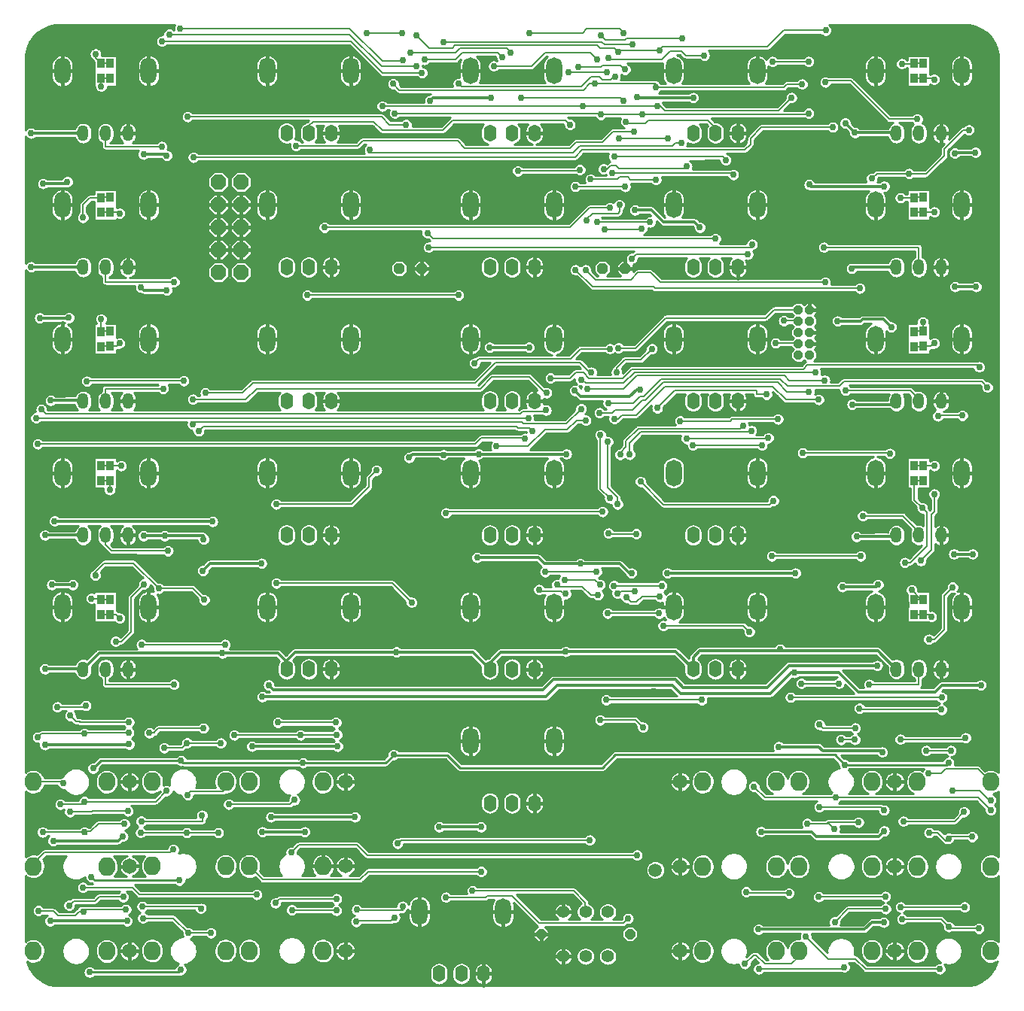
<source format=gbl>
G04 DipTrace 3.2.0.1*
G04 uElements22_02.GBL*
%MOIN*%
G04 #@! TF.FileFunction,Copper,L2,Bot*
G04 #@! TF.Part,Single*
%AMOUTLINE18*
4,1,16,
-0.0375,-0.005,
-0.033786,-0.021271,
-0.023381,-0.034319,
-0.008345,-0.04156,
0.008345,-0.04156,
0.023381,-0.034319,
0.033786,-0.021271,
0.0375,-0.005,
0.0375,0.005,
0.033786,0.021271,
0.023381,0.034319,
0.008345,0.04156,
-0.008345,0.04156,
-0.023381,0.034319,
-0.033786,0.021271,
-0.0375,0.005,
-0.0375,-0.005,
0*%
%AMOUTLINE21*
4,1,16,
0.0375,0.005,
0.033786,0.021271,
0.023381,0.034319,
0.008345,0.04156,
-0.008345,0.04156,
-0.023381,0.034319,
-0.033786,0.021271,
-0.0375,0.005,
-0.0375,-0.005,
-0.033786,-0.021271,
-0.023381,-0.034319,
-0.008345,-0.04156,
0.008345,-0.04156,
0.023381,-0.034319,
0.033786,-0.021271,
0.0375,-0.005,
0.0375,0.005,
0*%
%AMOUTLINE24*
4,1,8,
0.008419,0.020325,
0.020325,0.008419,
0.020325,-0.008419,
0.008419,-0.020325,
-0.008419,-0.020325,
-0.020325,-0.008419,
-0.020325,0.008419,
-0.008419,0.020325,
0.008419,0.020325,
0*%
%AMOUTLINE25*
4,1,8,
-0.014159,-0.034184,
-0.034184,-0.014159,
-0.034184,0.014159,
-0.014159,0.034184,
0.014159,0.034184,
0.034184,0.014159,
0.034184,-0.014159,
0.014159,-0.034184,
-0.014159,-0.034184,
0*%
%AMOUTLINE27*
4,1,8,
0.024021,0.00995,
0.00995,0.024021,
-0.00995,0.024021,
-0.024021,0.00995,
-0.024021,-0.00995,
-0.00995,-0.024021,
0.00995,-0.024021,
0.024021,-0.00995,
0.024021,0.00995,
0*%
%AMOUTLINE29*
4,1,8,
0.02197,0.0091,
0.0091,0.02197,
-0.0091,0.02197,
-0.02197,0.0091,
-0.02197,-0.0091,
-0.0091,-0.02197,
0.0091,-0.02197,
0.02197,-0.0091,
0.02197,0.0091,
0*%
G04 #@! TA.AperFunction,Conductor*
%ADD14C,0.012*%
%ADD15C,0.007*%
G04 #@! TA.AperFunction,CopperBalancing*
%ADD16C,0.01*%
%ADD17C,0.015*%
%ADD36R,0.033X0.043307*%
G04 #@! TA.AperFunction,ComponentPad*
%ADD40C,0.065*%
%ADD43O,0.055X0.074*%
%ADD44O,0.072X0.118*%
%ADD45O,0.05X0.07*%
%ADD46O,0.070866X0.11811*%
%ADD47C,0.055433*%
%ADD49C,0.059055*%
G04 #@! TA.AperFunction,ViaPad*
%ADD50C,0.03*%
G04 #@! TA.AperFunction,ComponentPad*
%ADD108OUTLINE18*%
%ADD111OUTLINE21*%
%ADD114OUTLINE24*%
%ADD115OUTLINE25*%
%ADD117OUTLINE27*%
%ADD119OUTLINE29*%
%FSLAX26Y26*%
G04*
G70*
G90*
G75*
G01*
G04 Bottom*
%LPD*%
X2808850Y2771196D2*
D14*
X2420891D1*
X2265197D1*
X2128416D1*
X2112760Y2755539D1*
X3136232Y3056883D2*
X3121381D1*
X3090094Y3025597D1*
X2873226D1*
X2846743Y3052080D1*
X2870623Y2285056D2*
X3046056D1*
X3084119Y2246993D1*
X3094770D1*
X3098293Y2243471D1*
X2870623Y2285056D2*
X2711713D1*
X2684054Y2312715D1*
X2414169D1*
X3256168Y2243409D2*
X3823488D1*
X2265197Y2768136D2*
Y2771196D1*
X670000Y3599251D2*
Y3600950D1*
X439571D1*
Y4193000D2*
X670000D1*
X873256Y1485555D2*
Y1482831D1*
X501234D1*
Y1818899D2*
X669101D1*
X670000Y1818000D1*
X537175Y1057314D2*
X825219D1*
X845304Y1077399D1*
X863869Y701899D2*
X524409D1*
X1570575Y1818409D2*
Y1849470D1*
X1531629Y1888416D1*
X1286083D1*
X740416D1*
X670000Y1818000D1*
X1796791Y1476247D2*
X1417098D1*
X4214571Y696151D2*
X4161176D1*
X4130029Y665004D1*
X3659864D1*
X3671728Y1098091D2*
X3894203D1*
X3914969Y1077325D1*
X4192323D1*
X4216054Y1101056D1*
X3749218Y1474816D2*
X3926835D1*
X3944633Y1457018D1*
X4201220D1*
X4207154Y1451085D1*
X2056500Y1894000D2*
X1608202D1*
X1570575Y1856373D1*
Y1818409D1*
X2643693Y3244000D2*
X2469000D1*
X2245575Y1118924D2*
X2431514D1*
X2056500Y1894000D2*
X2394744D1*
X2470575Y1818169D1*
Y1846547D1*
X2517970Y1893942D1*
X2806934D1*
Y1896093D1*
X2475249Y4350251D2*
X2219000D1*
X2206500Y4337751D1*
X4094206Y2405542D2*
X4270000D1*
Y2411749D1*
X2806934Y1896093D2*
X3292891D1*
X3370575Y1818409D1*
Y1870576D1*
X3400249Y1900251D1*
X3756500D1*
X4187749D1*
X4270000Y1818000D1*
X3756500Y1906500D2*
Y1900251D1*
X4270000Y4193000D2*
Y4195388D1*
X4086362D1*
X4044000Y4237751D1*
X3370575Y4350251D2*
X3125249D1*
X3122442Y4353058D1*
X3112555Y3852276D2*
X3185724D1*
X3237749Y3800251D1*
X3375249D1*
X3400249Y3775251D1*
X4075071Y2991152D2*
X4255652D1*
X4270000Y3005500D1*
Y3599249D2*
X4078395D1*
X4072306Y3593160D1*
X525745Y3008875D2*
X666625D1*
X670000Y3005500D1*
Y2411751D2*
X501234D1*
X2050249Y4281500D2*
D15*
X2956500D1*
X2962749Y4275251D1*
X3144000D1*
X3875251D1*
X3881500Y4281500D1*
X3142669Y3768735D2*
Y3767060D1*
X2978576D1*
X3853503Y4410573D2*
X3786482D1*
X3771874Y4395966D1*
X3206500D1*
Y4412751D1*
X2936757D1*
X2912751D1*
X2884028Y4384028D1*
X2070274D1*
X2042613Y4411689D1*
X2946761Y3800549D2*
X3180344D1*
Y3798874D1*
X1994000Y4312751D2*
X2881500D1*
X3212749D1*
X3225381D1*
X3246323Y4291808D1*
X3748058D1*
X3806500Y4350251D1*
X2916638Y3989088D2*
X3035126D1*
X3044566Y3998528D1*
X3081852D1*
X3093287Y3987092D1*
X3206500D1*
X2973836Y4034310D2*
X2989492D1*
X3005148Y4049966D1*
X3029092D1*
X3042906Y4036152D1*
X3332080D1*
X3342210Y4046282D1*
X3211759Y2974979D2*
X3290301Y3053521D1*
X3650790D1*
Y3035240D1*
X3695728D1*
X3721173Y4511009D2*
X3881018D1*
X3318265Y4149427D2*
X3293190D1*
X3279377Y4135613D1*
X2869491D1*
X2839299Y4105421D1*
X1936636D1*
Y4116453D1*
X1938975Y4118791D1*
X3322085Y4612831D2*
X3075720D1*
X3069430Y4606541D1*
X2981459D1*
X2962749Y4625251D1*
X4086663Y1506257D2*
X4025251D1*
X2873724Y3101327D2*
X2879572D1*
X2895035Y3085864D1*
X3063407D1*
X3110940Y3133396D1*
X3911668D1*
X4415361Y1093224D2*
X4452629D1*
X4489598Y1056255D1*
X4501362Y1068018D1*
X2739900Y3108164D2*
X2826075D1*
X2850983Y3133072D1*
X2884373D1*
X2910249Y3107196D1*
X3017584D1*
X3016634Y3106245D1*
X3059146D1*
X3100081Y3147181D1*
X3857903D1*
X3876898Y3166176D1*
X4628564D1*
X4637059Y3157681D1*
X4606499Y1075251D2*
X4501362D1*
Y1068018D1*
X4402676Y1457475D2*
X4511045D1*
X4469945Y1638537D2*
X4111963D1*
X4106500Y1644000D1*
X3952298Y3097916D2*
X3796619D1*
X3774755Y3119781D1*
X3122276D1*
X3062474Y3059979D1*
X2901713D1*
X1028765Y1468962D2*
X1108042D1*
X1129761Y1490681D1*
X1279274D1*
X1181226Y2873067D2*
X1202159Y2894000D1*
X2587749D1*
X2594407Y2887343D1*
X2644408D1*
X2659720Y2872030D1*
X859894Y753558D2*
X660668D1*
X670689Y743537D1*
X651762D1*
X634031Y725806D1*
X558055D1*
X538807Y745054D1*
X475999D1*
X472959Y748093D1*
X485194Y2969245D2*
X504189Y2950251D1*
X2606501D1*
X2615045Y2958794D1*
X2712060D1*
X2719000Y2965734D1*
X4222740Y755457D2*
X4054811D1*
X3997199Y697845D1*
X3021619Y2928031D2*
X3039886D1*
X3056631Y2944777D1*
X3119163D1*
X3160974Y2986588D1*
X3162343D1*
X3246064Y3070310D1*
X3722472D1*
X3780703Y3012079D1*
X3925974D1*
X924119Y1093793D2*
X1129286D1*
Y1093072D1*
X1267497D1*
X1154181Y2903247D2*
X1149669D1*
X1159173Y2912751D1*
X2612749D1*
X2619000Y2906500D1*
X2809568D1*
X2874657Y2971589D1*
X853060Y1132482D2*
X737097D1*
X703000Y1098385D1*
X684257D1*
Y1085857D1*
X674399Y1095715D1*
X490382D1*
X461273Y2931500D2*
X2640487D1*
X2144591Y4627702D2*
X2201601Y4570692D1*
X2304634D1*
X2316080Y4582138D1*
X2945238D1*
X2958892Y4568483D1*
X3023026D1*
X3039702Y4551807D1*
Y4559991D1*
X3220362D1*
X3236646Y4576274D1*
X3700269D1*
X3772304Y4648310D1*
X3957091D1*
X3031921Y3133724D2*
X3031055D1*
Y3152671D1*
X3067537Y3189152D1*
X3139874D1*
X3188307Y3237585D1*
X3257446Y4169081D2*
X3043583D1*
X1792845Y1528108D2*
X1630610D1*
X1633121Y1525597D1*
X1339249D1*
X1211714Y3042156D2*
X1376696D1*
X1422049Y3087509D1*
X2405772D1*
X2494993Y3176731D1*
X2869828D1*
X2912668Y3133891D1*
X2919999D1*
X871396Y1536235D2*
X676147D1*
Y1532230D1*
X485156D1*
X469378Y1516451D1*
Y2815764D2*
X2405025D1*
X2430925Y2841664D1*
X2628379D1*
X2626846Y2840131D1*
X4102615Y1139583D2*
X3966322D1*
X3996215Y1109689D1*
X2955996Y2953770D2*
X3013327D1*
X3025228Y2965672D1*
X3102218D1*
X3145778Y3009232D1*
X3160125D1*
X3240230Y3089337D1*
X3743694D1*
X3785988Y3047043D1*
X3883560D1*
X3875671Y1134203D2*
X3971701D1*
X3996215Y1109689D1*
X934089Y714878D2*
X1069566D1*
X1135801Y648643D1*
X1235172D1*
X1156072Y3013915D2*
X1390008D1*
X1437168Y3061075D1*
X2427955D1*
X2480282Y3113402D1*
X2644454D1*
X2718684Y3039172D1*
X2721843Y3042331D1*
X4296391Y710522D2*
X4468400D1*
X4502650Y676273D1*
X2994272Y2997123D2*
X3105508D1*
X3135022Y3026638D1*
X3152022D1*
X3229944Y3104559D1*
X3754769D1*
X3787058Y3072270D1*
X4017249D1*
X4038227Y3093248D1*
X4647390D1*
X4673415Y3067223D1*
X4634314Y668606D2*
X4510316D1*
X4502650Y676273D1*
X698591Y475778D2*
D16*
X1092510D1*
X1102911Y486178D1*
X1642192Y1403206D2*
X1112663D1*
X1102857Y1413012D1*
X748612D1*
X714290Y1378690D1*
X1096900Y881735D2*
X722080D1*
X706424Y897391D1*
X1642192Y1403206D2*
X2009566D1*
X2044000Y1437640D1*
Y1438718D1*
Y1437640D2*
X2281530D1*
X2337774Y1381396D1*
X2968958D1*
X3026280Y1438718D1*
X3997367D1*
X4041318Y1394768D1*
X4492202D1*
X4501101Y1403667D1*
X2895102Y2920829D2*
D15*
X2853988D1*
X2813345Y2880186D1*
X2715047D1*
X2640308Y2805448D1*
X2498741D1*
X2960239Y2855463D2*
Y2617621D1*
X3001802Y2576058D1*
X3034945Y2154239D2*
X3042369D1*
X3051030Y2162900D1*
X3110635D1*
X3118358Y2417937D2*
X2999266D1*
X2996430Y2420773D1*
X3223049Y2139390D2*
X3143895D1*
X3120301Y2115795D1*
X3093723D1*
X3073873Y2135646D1*
X3035768Y2549324D2*
Y2579461D1*
X2992469Y2622760D1*
Y2825312D1*
X2806825Y2151690D2*
X2797398D1*
X2784209Y2164879D1*
X2694491D1*
X2688159Y2171211D1*
X3230953Y2188186D2*
X3020345D1*
X2715387Y2248885D2*
X2943088D1*
X2949106Y2146425D2*
X2917396D1*
X2879094Y2184727D1*
X2775126D1*
X2767829Y2192024D1*
X2957894Y2192228D2*
X2936804Y2213318D1*
X2800965D1*
X3369463Y2810672D2*
X3675055D1*
X3736734Y3263469D2*
X3833280D1*
X3836485Y3260264D1*
X3340635Y2839028D2*
X3700588D1*
X3703604Y2842043D1*
X3771984Y3361667D2*
X3835082D1*
X3836485Y3360264D1*
X3313255Y2918168D2*
X3535509D1*
X3543488Y2926147D1*
X3745915D1*
X3137230Y2649394D2*
X3239220Y2547403D1*
X3708819D1*
X3726041Y2564625D1*
X2969521Y2516243D2*
X2282646D1*
X2276823Y2510420D1*
Y807491D2*
X2453470D1*
X2459598Y813619D1*
X2568690D1*
X2690041Y692269D1*
X3061446D1*
X3082285Y713108D1*
X3408545Y1681644D2*
X2985840D1*
X2991773Y2065786D2*
X3220181D1*
X2958857Y1592858D2*
X3115756D1*
X3147625Y1560990D1*
X3850249Y1754934D2*
X4015882D1*
X3856189Y2776421D2*
X4238661D1*
X4241427Y2773656D1*
X4087169Y1557715D2*
X3944076D1*
X3929286Y1572505D1*
X4412751Y1356500D2*
X4468999D1*
X4487749Y1375251D1*
X4631999D1*
X4688249Y1319000D1*
X4470853Y1693176D2*
X3800856D1*
X4287223Y1507912D2*
X4571000D1*
X4576537Y1513449D1*
X3660705Y488853D2*
X4030459D1*
X4039576Y497970D1*
X931123Y766789D2*
X1200552D1*
X1190678Y756915D1*
X4462877Y489223D2*
X4135482D1*
X4089786Y534919D1*
X3967207D1*
X3869147Y632979D1*
X4289539Y764560D2*
X4571148D1*
X4571909Y763799D1*
X1437749Y819000D2*
X919000D1*
X887749Y850251D1*
X669000D1*
X1297126Y1927329D2*
X928478D1*
X847436Y809143D2*
X740392D1*
X722612Y791362D1*
X627542D1*
X607787Y771608D1*
X4221514Y810615D2*
X3927332D1*
X3926106Y809390D1*
X4003093Y1250091D2*
X4631660D1*
X4687751Y1194000D1*
X4003093Y1250091D2*
X3687119D1*
X3639041Y1298169D1*
X3719000Y2319000D2*
X4111671D1*
X3793871Y825205D2*
X3612640D1*
X3606391Y831454D1*
X3837097Y568982D2*
Y543465D1*
X3806370Y512738D1*
X3687633D1*
X3650136Y550234D1*
X3637638D1*
X3600142Y512738D1*
X3121925Y993798D2*
X1927966D1*
X1882457Y1039307D1*
X1624575D1*
X1591252Y1005984D1*
X3929286Y1207154D2*
X4201882D1*
X4215636Y1193399D1*
X1791332Y800278D2*
X1539727D1*
X1521429Y781980D1*
X4687751Y1237751D2*
X4681500D1*
X4637751Y1281500D1*
X4519001D1*
X4300765Y1144041D2*
X4528360D1*
X4570104Y1185785D1*
X1791261Y749138D2*
X1595747D1*
X1593722Y751163D1*
X449749Y944000D2*
Y956000D1*
X500249Y1006500D1*
X1056500D1*
X1069000Y1019000D1*
X1114983Y3095436D2*
X687685D1*
X686163Y3093913D1*
X962563Y1535555D2*
X986660D1*
Y1539639D1*
X1003677Y1556656D1*
X1202465D1*
X2912875Y1061123D2*
X2077602D1*
X2061827Y1045348D1*
X2084026Y766954D2*
Y749138D1*
X1884459D1*
X1881421Y752176D1*
X1878487Y698762D2*
Y702159D1*
X2033591D1*
X2048748Y717316D1*
X449749Y1319000D2*
X575251D1*
X581500Y1312751D1*
X556500Y1650251D2*
X675251D1*
X681500Y1656500D1*
X873283Y1583411D2*
X655589D1*
X657432Y1585253D1*
X639238D1*
X612726Y1611765D1*
X1300749Y1319000D2*
Y1288251D1*
X1287749Y1275251D1*
X1146951D1*
X1132627Y1260927D1*
X927797Y1144050D2*
X1199129D1*
Y1167584D1*
X1196215Y1170497D1*
X569000Y1219000D2*
X662749D1*
X675249Y1231500D1*
X992050D1*
X1039261Y1278711D1*
X867963Y1189161D2*
X708253D1*
X707264Y1188172D1*
X611664D1*
Y1185337D1*
X1314913Y1219341D2*
X1585806D1*
X1605419Y1238954D1*
X1789496Y1581690D2*
X1532538D1*
X2433213Y921466D2*
X1930583D1*
X1894986Y885869D1*
X1465236D1*
X1406000Y945105D1*
X4369000Y1818000D2*
Y1750251D1*
X4150249D1*
X3954196Y3532072D2*
X3224678D1*
X3181500Y3575251D1*
X3125249D1*
X3093999Y3544000D1*
X2937751D1*
X2894000Y3587751D1*
X2900249Y3806500D2*
Y3812751D1*
X2925249Y3837751D1*
X3037751D1*
X3046064Y3846064D1*
Y3873186D1*
X3044000Y3875251D1*
X3002134Y3862510D2*
X2912509D1*
X2825249Y3775251D1*
X1737751D1*
X4369000Y2411749D2*
Y2427381D1*
X4298714Y2497667D1*
X4121093D1*
X4108064Y3505848D2*
X3200902D1*
X3193999Y3512751D1*
X2925249D1*
X2850249Y3587751D1*
Y3956500D2*
X3069000D1*
X1612751Y4137751D2*
X1885900D1*
X1907383Y4159234D1*
X2327522D1*
X2359773Y4126983D1*
X2825853D1*
X2850946Y4152076D1*
X2969109D1*
X3016421Y4199388D1*
X3108199D1*
X3012731Y4015694D2*
X3542046D1*
X3548593Y4009147D1*
X4363021Y4255942D2*
X4238308D1*
X4069000Y4425251D1*
X3962751D1*
X3956500Y4419000D1*
X4369000Y3005500D2*
Y3015177D1*
X4330626Y3053551D1*
X4045081D1*
X3469000Y4193409D2*
Y4216551D1*
X3436273Y4249278D1*
X3171766D1*
X3159996Y4237508D1*
X3079673D1*
X3073442Y4243739D1*
X3021045Y4088556D2*
X3500549D1*
X3514978Y4074127D1*
X3090260Y2769005D2*
Y2819508D1*
X3139597Y2868845D1*
X3622853D1*
X3628690Y2874682D1*
X3631500Y3700251D2*
Y3687751D1*
X2200199D1*
X1669000Y4193409D2*
Y4225251D1*
X1687749Y4244000D1*
X1956500D1*
X1994000Y4206500D1*
X2262749D1*
X2306500Y4250251D1*
X2806499D1*
X2825249Y4231500D1*
X2819000Y4462751D2*
X2987749D1*
X769000Y1818000D2*
Y1750374D1*
X1071622D1*
X1158150Y4086152D2*
X2125411D1*
X2126438Y4087180D1*
X2847157D1*
X2878919Y4118941D1*
X3599118D1*
X3623916Y4143739D1*
Y4170378D1*
X3673634Y4220096D1*
X3987749D1*
X4369000Y3599249D2*
Y3687259D1*
X3949925D1*
X1524822Y2548643D2*
X1857341D1*
X1934388Y2625690D1*
Y2664975D1*
X1968857Y2699444D1*
X3025249Y4444000D2*
X3019000D1*
X3006500Y4431500D1*
X2969000D1*
X2956500Y4444000D1*
X2918999D1*
X2875249Y4400251D1*
X2344000D1*
X2331500Y4412751D1*
Y3475251D2*
X1662751D1*
X2608786Y4349835D2*
X3050199D1*
X3062698Y4337336D1*
X769000Y2411751D2*
Y2368892D1*
X796096Y2341797D1*
X1045566D1*
X1133037Y4265613D2*
X1991136D1*
X2025249Y4231500D1*
X2100249D1*
X2119000Y4550251D2*
X2319000D1*
X2337749Y4569000D1*
X2544000D1*
X2562749Y4550251D1*
X2594000Y4025251D2*
X2862751D1*
X2869000Y4031500D1*
X2862749Y4487749D2*
X2962749D1*
X2969000Y4494000D1*
X3050251D1*
X3069000Y4475251D1*
X2181500Y4519000D2*
X2318999D1*
X2350249Y4550251D1*
X2506499D1*
X2525249Y4531500D1*
X2081500Y4637751D2*
X1925251D1*
X3469000Y3725249D2*
X2219001D1*
X2194000Y3750251D1*
X3419000Y4537751D2*
X3337749D1*
X3319000Y4556500D1*
X3269000D1*
X3231500Y4519000D1*
X3000251D1*
X2994000Y4525251D1*
X2644000Y4637751D2*
X2881500D1*
X2900249Y4656500D1*
X3044000D1*
X3062749Y4637751D1*
X2265552Y4597690D2*
X2966377D1*
X2977861Y4586206D1*
X3101467D1*
X2487423Y4490349D2*
X2655640D1*
X2714350Y4549059D1*
X2916778D1*
X2945156Y4520681D1*
X769000Y3005500D2*
Y3060681D1*
X1025168D1*
X1098937Y4656500D2*
X1850251D1*
X1994000Y4512751D1*
X2080696D1*
X2084890Y4516945D1*
X769000Y3599251D2*
Y3534764D1*
X1073528D1*
X1050892Y4631500D2*
X1850249D1*
X1991097Y4490652D1*
X2144000D1*
X2170181Y4460209D2*
X1996542D1*
X1856500Y4600251D1*
X1019664D1*
X1017378Y4134126D2*
X769000D1*
Y4193000D1*
X3047052Y2769163D2*
Y2777218D1*
X3072335Y2802500D1*
Y2828290D1*
X3128316Y2884272D1*
X3579382D1*
X3590950Y2895840D1*
X3612749Y3656500D2*
X3117710D1*
X3099196Y3637986D1*
X1525579Y2199293D2*
X2038707D1*
X2124000Y2114000D1*
X4350249Y2060535D2*
X4387286D1*
X4387751Y2061000D1*
X4414500D1*
X4425249Y2050251D1*
X4308257Y2290629D2*
X4331676D1*
X4405320Y2364273D1*
Y2512501D1*
X4385203Y2532618D1*
X4350249Y2654286D2*
X4387286D1*
X4387751Y2654751D1*
X4350249Y2654286D2*
Y2567572D1*
X4385203Y2532618D1*
X4387751Y2127465D2*
X4350714D1*
X4350249Y2127000D1*
X4387751Y2127465D2*
X4378913D1*
X4337564Y2168814D1*
X4350249Y3248035D2*
X4387286D1*
X4387751Y3248500D1*
X4423499D1*
X4437749Y3262751D1*
X4350249Y3841786D2*
X4387286D1*
X4387751Y3842251D1*
X4436000D1*
X4437749Y3844000D1*
X4378644Y2298760D2*
Y2300504D1*
X4426037Y2347896D1*
Y2504302D1*
X4437749Y2516014D1*
Y2594000D1*
X4563144Y2941902D2*
X4456503D1*
X4454182Y2939581D1*
X4387751Y4502465D2*
X4350714D1*
X4350249Y4502000D1*
X4294000Y4500251D2*
X4348500D1*
X4350249Y4502000D1*
X4414571Y1950168D2*
X4437668D1*
X4481500Y1994000D1*
Y2144000D1*
X4519000Y2181500D1*
X4387751Y3908715D2*
X4350714D1*
X4350249Y3908251D1*
X4287749Y3906500D2*
X4348499D1*
X4350249Y3908251D1*
X4387751Y3314965D2*
X4350714D1*
X4350249Y3314500D1*
X4387751Y3314965D2*
Y3356499D1*
X3039556Y3241079D2*
X3114770D1*
X3248474Y3374782D1*
X3691976D1*
X3728749Y3411555D1*
X3835194D1*
X3836485Y3410264D1*
X3237979Y2010908D2*
X3592458D1*
X3619000Y1984366D1*
X3002123Y3237908D2*
X2871975D1*
X2827071Y3193004D1*
X2421403D1*
X2402375Y3173976D1*
X2393517Y835829D2*
X2840920D1*
X2892402Y784348D1*
Y744024D1*
X2894000Y742425D1*
X1650450Y1097176D2*
D14*
X1462573D1*
X1458932Y2286857D2*
X1232408D1*
X1199832Y2254281D1*
X4525272Y2328218D2*
X4608402D1*
X4623538Y3513138D2*
X4530060D1*
X4619832Y4107888D2*
X4531634D1*
X4528592Y4104846D1*
X1462573Y1695820D2*
X2718659D1*
X2769348Y1746509D1*
X3278129D1*
X3315003Y1709635D1*
X3712445D1*
X3805672Y1802862D1*
X4016554D1*
X4102243Y1717173D1*
X4440928D1*
X4470613Y1746858D1*
X4644957D1*
X937366Y4099316D2*
X1034518D1*
X1039916Y4093919D1*
Y3497510D2*
X938196D1*
X925962Y3509744D1*
X937547Y2408962D2*
X1030757D1*
X1203438D1*
Y2393385D1*
X3819000Y1802862D2*
X4016554D1*
X1501812Y1162630D2*
X1872975D1*
X4216114Y3957610D2*
X3892839D1*
X3884675Y3965774D1*
X4009640Y3360235D2*
X4113533D1*
X4121911Y3368613D1*
X4212398D1*
X4247587Y3333424D1*
X4031500Y2183083D2*
X4180667D1*
X4189790Y2192206D1*
X4185387Y1833862D2*
X3793975D1*
X3697623Y1737510D1*
X3326462D1*
X3292110Y1771862D1*
X2751798D1*
X2705850Y1725915D1*
X1513648D1*
X1491815Y1747748D1*
X624055Y2192073D2*
X531487D1*
X478379Y3374119D2*
X605369D1*
X606500Y3375251D1*
X492084Y3969780D2*
X591934D1*
X600030Y3977875D1*
X1242434Y2472466D2*
X545938D1*
X543585Y2474819D1*
X814545Y1941449D2*
D15*
X839377D1*
X882038Y1984110D1*
Y2137091D1*
X939751Y2194803D1*
X724005Y2233909D2*
Y2240205D1*
X715194D1*
X763211Y2288222D1*
X893302D1*
X1005373Y2176151D1*
X1155600D1*
X1206500Y2125251D1*
X750249Y3841786D2*
X787286D1*
X787751Y3842251D1*
X827000D1*
X831500Y3837751D1*
X787751Y3248500D2*
X750714D1*
X750249Y3248035D1*
X787751Y3248500D2*
X817249D1*
X831500Y3262751D1*
X837749Y2719000D2*
X789501D1*
X787751Y2720751D1*
X750714D1*
X750249Y2721215D1*
Y2060535D2*
X787286D1*
X787751Y2061000D1*
X814500D1*
X831500Y2044000D1*
X725251Y4544000D2*
Y4527463D1*
X750249Y4502465D1*
X787286D1*
X787751Y4502000D1*
X4350249Y2720751D2*
X4387286D1*
X4387751Y2721215D1*
X4437749Y2719000D2*
X4389966D1*
X4387751Y2721215D1*
X4350249Y4435535D2*
X4387286D1*
X4387751Y4436000D1*
X4433249D1*
X4437749Y4431500D1*
X787751Y2127465D2*
X750714D1*
X750249Y2127000D1*
X706500Y2131500D2*
X745749D1*
X750249Y2127000D1*
Y2654751D2*
X787286D1*
X787751Y2654286D1*
X787749Y2612749D2*
Y2654285D1*
X787751Y3314965D2*
X750714D1*
X750249Y3314500D1*
Y3314965D2*
Y3369000D1*
X4326222Y4014500D2*
X4183790D1*
X4160940Y3991650D1*
X4591755Y4207348D2*
X4566576D1*
X4481882Y4122654D1*
Y4092324D1*
X4401194Y4011636D1*
X4329085D1*
X4326222Y4014500D1*
X787751Y3908715D2*
X750714D1*
X750249Y3908251D1*
X669000Y3819000D2*
Y3875251D1*
X700249Y3906500D1*
X748499D1*
X750249Y3908251D1*
X787751Y4435535D2*
X750714D1*
X750249Y4436000D1*
Y4400249D2*
Y4436000D1*
D50*
X2112760Y2755539D3*
X2808850Y2771196D3*
X2846743Y3052080D3*
X3136232Y3056883D3*
X2870623Y2285056D3*
X3098293Y2243471D3*
X2414169Y2312715D3*
X2870623Y2285056D3*
X2420891Y2771196D3*
X3823488Y2243409D3*
X3256168D3*
X2112760Y2755539D3*
X2265197Y2768136D3*
X439571Y3600950D3*
Y4193000D3*
X873256Y1485555D3*
X501234Y1482831D3*
Y1818899D3*
X537175Y1057314D3*
X845304Y1077399D3*
X501234Y1482831D3*
X863869Y701899D3*
X524409D3*
X1796791Y1476247D3*
X1417098D3*
X1286083Y1888416D3*
X4214571Y696151D3*
X3659864Y665004D3*
X3671728Y1098091D3*
X4216054Y1101056D3*
X3749218Y1474816D3*
X4207154Y1451085D3*
X2056500Y1894000D3*
X2643693Y3244000D3*
X2469000D3*
X2245575Y1118924D3*
X2431514D3*
X2056500Y1894000D3*
X2806934Y1896093D3*
X2475249Y4350251D3*
X2206500Y4337751D3*
X2431514Y1118924D3*
X4094206Y2405542D3*
X2806934Y1896093D3*
X3756500Y1906500D3*
X4044000Y4237751D3*
X3370575Y4350251D3*
X3122442Y4353058D3*
X3400249Y3775251D3*
X3112555Y3852276D3*
X4075071Y2991152D3*
X4086362Y4195388D3*
X4072306Y3593160D3*
X525745Y3008875D3*
X439571Y3600950D3*
X501234Y2411751D3*
X2050249Y4281500D3*
X2962749Y4275251D3*
X3881500Y4281500D3*
X3144000Y4275251D3*
X2978576Y3767060D3*
X3142669Y3768735D3*
X3853503Y4410573D3*
X2936757Y4412751D3*
X2042613Y4411689D3*
X3206500Y4395966D3*
X2946761Y3800549D3*
X3180344Y3798874D3*
X1994000Y4312751D3*
X2881500D3*
X3806500Y4350251D3*
X3212749Y4312751D3*
X2916638Y3989088D3*
X3206500Y3987092D3*
X2973836Y4034310D3*
X3342210Y4046282D3*
X3211759Y2974979D3*
X3695728Y3035240D3*
X3721173Y4511009D3*
X3881018D3*
X3318265Y4149427D3*
X1938975Y4118791D3*
X3322085Y4612831D3*
X2962749Y4625251D3*
X4086663Y1506257D3*
X4025251D3*
X2873724Y3101327D3*
X3911668Y3133396D3*
X4415361Y1093224D3*
X4501362Y1068018D3*
X2739900Y3108164D3*
X4637059Y3157681D3*
X4606499Y1075251D3*
X4402676Y1457475D3*
X4511045D3*
X4469945Y1638537D3*
X4106500Y1644000D3*
X3952298Y3097916D3*
X2901713Y3059979D3*
X1028765Y1468962D3*
X1129761Y1490681D3*
X1279274D3*
X1181226Y2873067D3*
X2659720Y2872030D3*
X859894Y753558D3*
X670689Y743537D3*
X472959Y748093D3*
X485194Y2969245D3*
X2719000Y2965734D3*
X4222740Y755457D3*
X3997199Y697845D3*
X3021619Y2928031D3*
X3925974Y3012079D3*
X3997199Y697845D3*
X924119Y1093793D3*
X1129286Y1093072D3*
X1267497D3*
X1154181Y2903247D3*
X2874657Y2971589D3*
X1129286Y1093072D3*
X853060Y1132482D3*
X674399Y1095715D3*
X490382D3*
X461273Y2931500D3*
X2640487D3*
X2144591Y4627702D3*
X3039702Y4551807D3*
X3957091Y4648310D3*
X3031921Y3133724D3*
X3188307Y3237585D3*
X3257446Y4169081D3*
X3043583D3*
X3220362Y4559991D3*
X1792845Y1528108D3*
X1633121Y1525597D3*
X1339249D3*
X1211714Y3042156D3*
X2919999Y3133891D3*
X871396Y1536235D3*
X676147Y1532230D3*
X469378Y1516451D3*
Y2815764D3*
X2626846Y2840131D3*
X4102615Y1139583D3*
X3996215Y1109689D3*
X2955996Y2953770D3*
X3883560Y3047043D3*
X3875671Y1134203D3*
X3996215Y1109689D3*
X934089Y714878D3*
X1135801Y648643D3*
X1235172D3*
X1156072Y3013915D3*
X2721843Y3042331D3*
X4296391Y710522D3*
X4502650Y676273D3*
D3*
X2994272Y2997123D3*
X4673415Y3067223D3*
X4634314Y668606D3*
X698591Y475778D3*
X1102911Y486178D3*
X1642192Y1403206D3*
X1102857Y1413012D3*
X714290Y1378690D3*
X1096900Y881735D3*
X706424Y897391D3*
X2044000Y1438718D3*
X1642192Y1403206D3*
X2044000Y1438718D3*
D3*
X4041318Y1394768D3*
X4501101Y1403667D3*
X4041318Y1394768D3*
X4501101Y1403667D3*
X2895102Y2920829D3*
X2498741Y2805448D3*
X2960239Y2855463D3*
X3001802Y2576058D3*
X3034945Y2154239D3*
X3110635Y2162900D3*
X3118358Y2417937D3*
X2996430Y2420773D3*
X3223049Y2139390D3*
X3073873Y2135646D3*
X3035768Y2549324D3*
X2992469Y2825312D3*
X2806825Y2151690D3*
X2688159Y2171211D3*
X3230953Y2188186D3*
X3020345D3*
X2715387Y2248885D3*
X2943088D3*
X2949106Y2146425D3*
X2767829Y2192024D3*
X2957894Y2192228D3*
X2800965Y2213318D3*
X3369463Y2810672D3*
X3675055D3*
X3736734Y3263469D3*
X3340635Y2839028D3*
X3703604Y2842043D3*
X3771984Y3361667D3*
X3313255Y2918168D3*
X3745915Y2926147D3*
X3137230Y2649394D3*
X3726041Y2564625D3*
X2969521Y2516243D3*
X2276823Y2510420D3*
Y807491D3*
X3082285Y713108D3*
X3408545Y1681644D3*
X2985840D3*
X2991773Y2065786D3*
X3220181D3*
X2958857Y1592858D3*
X3147625Y1560990D3*
X3850249Y1754934D3*
X4015882D3*
X3856189Y2776421D3*
X4241427Y2773656D3*
X4087169Y1557715D3*
X3929286Y1572505D3*
X4412751Y1356500D3*
X4470853Y1693176D3*
X3800856D3*
X4287223Y1507912D3*
X4576537Y1513449D3*
X3660705Y488853D3*
X4039576Y497970D3*
X931123Y766789D3*
X1190678Y756915D3*
D3*
X4462877Y489223D3*
X3869147Y632979D3*
X4289539Y764560D3*
X4571909Y763799D3*
X1437749Y819000D3*
X669000Y850251D3*
X1297126Y1927329D3*
X928478D3*
X847436Y809143D3*
X607787Y771608D3*
X4221514Y810615D3*
X3926106Y809390D3*
X4003093Y1250091D3*
X4687751Y1194000D3*
X3639041Y1298169D3*
X3719000Y2319000D3*
X4111671D3*
X4003093Y1250091D3*
X3793871Y825205D3*
X3606391Y831454D3*
X3600142Y512738D3*
X3121925Y993798D3*
X1591252Y1005984D3*
D3*
X4215636Y1193399D3*
X3929286Y1207154D3*
X1791332Y800278D3*
X1521429Y781980D3*
X4687751Y1237751D3*
X4519001Y1281500D3*
D3*
X4300765Y1144041D3*
X4570104Y1185785D3*
X1791261Y749138D3*
X1593722Y751163D3*
X1069000Y1019000D3*
X1114983Y3095436D3*
X686163Y3093913D3*
X962563Y1535555D3*
X1202465Y1556656D3*
X2912875Y1061123D3*
X2061827Y1045348D3*
D3*
X1881421Y752176D3*
X2084026Y766954D3*
X1878487Y698762D3*
X2048748Y717316D3*
X581500Y1312751D3*
X556500Y1650251D3*
X681500Y1656500D3*
X873283Y1583411D3*
X612726Y1611765D3*
X1132627Y1260927D3*
X927797Y1144050D3*
X1196215Y1170497D3*
X569000Y1219000D3*
X675249Y1231500D3*
X1039261Y1278711D3*
X867963Y1189161D3*
X611664Y1185337D3*
X1314913Y1219341D3*
X1605419Y1238954D3*
X1789496Y1581690D3*
X1532538D3*
X2433213Y921466D3*
X4150249Y1750251D3*
X3954196Y3532072D3*
X2894000Y3587751D3*
X2900249Y3806500D3*
X3044000Y3875251D3*
X3002134Y3862510D3*
X1737751Y3775251D3*
X4121093Y2497667D3*
X4108064Y3505848D3*
X2850249Y3587751D3*
Y3956500D3*
X3069000D3*
X1612751Y4137751D3*
X3108199Y4199388D3*
X3012731Y4015694D3*
X3548593Y4009147D3*
X4363021Y4255942D3*
X3956500Y4419000D3*
X4045081Y3053551D3*
X3073442Y4243739D3*
X3021045Y4088556D3*
X3514978Y4074127D3*
X3090260Y2769005D3*
X3628690Y2874682D3*
X3631500Y3700251D3*
X2200199Y3687751D3*
X2825249Y4231500D3*
X2819000Y4462751D3*
X2987749D3*
X1071622Y1750374D3*
X1158150Y4086152D3*
X3987749Y4220096D3*
X3949925Y3687259D3*
X1524822Y2548643D3*
X1968857Y2699444D3*
X3025249Y4444000D3*
X2331500Y4412751D3*
Y3475251D3*
X1662751D3*
X2608786Y4349835D3*
X3062698Y4337336D3*
X1045566Y2341797D3*
X1133037Y4265613D3*
X2100249Y4231500D3*
X2119000Y4550251D3*
X2562749D3*
X2594000Y4025251D3*
X2869000Y4031500D3*
X2862749Y4487749D3*
X3069000Y4475251D3*
X2181500Y4519000D3*
X2525249Y4531500D3*
X2081500Y4637751D3*
X1925251D3*
X3469000Y3725249D3*
X2194000Y3750251D3*
X3419000Y4537751D3*
X2994000Y4525251D3*
X2644000Y4637751D3*
X3062749D3*
X2265552Y4597690D3*
X3101467Y4586206D3*
X2487423Y4490349D3*
X2945156Y4520681D3*
X1025168Y3060681D3*
X1098937Y4656500D3*
X2084890Y4516945D3*
X1073528Y3534764D3*
X1050892Y4631500D3*
X2144000Y4490652D3*
X2170181Y4460209D3*
X1019664Y4600251D3*
X1017378Y4134126D3*
X3047052Y2769163D3*
X3590950Y2895840D3*
X3612749Y3656500D3*
X3099196Y3637986D3*
X1525579Y2199293D3*
X2124000Y2114000D3*
X4425249Y2050251D3*
X4308257Y2290629D3*
X4385203Y2532618D3*
X4337564Y2168814D3*
X4437749Y3262751D3*
D3*
Y3844000D3*
X4378644Y2298760D3*
X4437749Y2594000D3*
X4454182Y2939581D3*
X4563144Y2941902D3*
X4294000Y4500251D3*
X4519000Y2181500D3*
X4414571Y1950168D3*
X4287749Y3906500D3*
X4387751Y3356499D3*
X3039556Y3241079D3*
X3237979Y2010908D3*
X3619000Y1984366D3*
X3002123Y3237908D3*
X2402375Y3173976D3*
X2393517Y835829D3*
X1650450Y1097176D3*
X1462573D3*
X1458932Y2286857D3*
X1199832Y2254281D3*
X4525272Y2328218D3*
X4608402D3*
X4623538Y3513138D3*
X4530060D3*
X4619832Y4107888D3*
X4528592Y4104846D3*
X4644957Y1746858D3*
X1462573Y1695820D3*
X4608402Y2328218D3*
X937366Y4099316D3*
X1039916Y4093919D3*
Y3497510D3*
X925962Y3509744D3*
X937547Y2408962D3*
X1030757D3*
X1203438Y2393385D3*
X3819000Y1802862D3*
X1501812Y1162630D3*
X1872975D3*
D3*
X4216114Y3957610D3*
X3884675Y3965774D3*
X4009640Y3360235D3*
X4247587Y3333424D3*
X4031500Y2183083D3*
X4189790Y2192206D3*
X4185387Y1833862D3*
X1491815Y1747748D3*
X624055Y2192073D3*
X531487D3*
X478379Y3374119D3*
X606500Y3375251D3*
X492084Y3969780D3*
X600030Y3977875D3*
X543585Y2474819D3*
X1242434Y2472466D3*
X939751Y2194803D3*
X814545Y1941449D3*
X724005Y2233909D3*
X1005373Y2176151D3*
X1206500Y2125251D3*
X831500Y3837751D3*
Y3262751D3*
X837749Y2719000D3*
X831500Y2044000D3*
X725251Y4544000D3*
X4437749Y2719000D3*
Y4431500D3*
X706500Y2131500D3*
X787749Y2612749D3*
X750249Y3369000D3*
X4326222Y4014500D3*
X4160940Y3991650D3*
X4591755Y4207348D3*
X4326222Y4014500D3*
X669000Y3819000D3*
X750249Y4400249D3*
X4000249Y2544000D3*
Y2594000D3*
X2958736Y2903593D3*
X3001722Y2882364D3*
X3091135Y2906276D3*
X3052667Y2862609D3*
X3202381Y2824660D3*
X3223694Y2729009D3*
X2900873Y2764878D3*
X3085352Y2552336D3*
X3117336Y2507887D3*
X3415923Y2703286D3*
X3419270Y2627937D3*
X3350619Y2591100D3*
X2635487Y2583020D3*
X2716925Y2556382D3*
X2659238Y3395948D3*
X2759014Y3393251D3*
X2091136Y1387286D3*
X2213793Y1391060D3*
X1379934Y2606500D3*
X1279934Y2494000D3*
X1336185D3*
X1379934Y2550251D3*
X1373685Y2387751D3*
X1342434Y2437751D3*
X1279934D3*
X1373685Y2331500D3*
X3373946Y3418154D3*
X1022551Y1686762D3*
X3181500Y2931500D3*
X1962749Y1944000D3*
X3621886Y1176581D3*
X2781500Y3150251D3*
X1894000Y1950251D3*
X2125249Y3200251D3*
X3194000Y1719000D3*
Y1631500D3*
X2237749Y1569000D3*
X2212749Y3156500D3*
X2087749Y1569000D3*
X2269000Y2675251D3*
Y2719000D3*
X2044000Y3162751D3*
X4000249Y2637751D3*
X512592Y4663131D2*
D16*
X1070318D1*
X3982318D2*
X4625416D1*
X491654Y4653262D2*
X1031646D1*
X3986049D2*
X4646334D1*
X477279Y4643394D2*
X1024107D1*
X3986068D2*
X4660729D1*
X465287Y4633525D2*
X1021568D1*
X3982338D2*
X4672721D1*
X455404Y4623656D2*
X1002584D1*
X3772553D2*
X3941998D1*
X3972182D2*
X4682584D1*
X447025Y4613787D2*
X993697D1*
X3762689D2*
X4690982D1*
X440248Y4603919D2*
X990494D1*
X3752807D2*
X4697740D1*
X433705Y4594050D2*
X990943D1*
X3742943D2*
X4704303D1*
X429311Y4584181D2*
X995240D1*
X3733080D2*
X4708678D1*
X424936Y4574312D2*
X1007096D1*
X1032221D2*
X1857545D1*
X3723217D2*
X4713072D1*
X421459Y4564444D2*
X704537D1*
X745971D2*
X1867408D1*
X3713334D2*
X4716549D1*
X419115Y4554575D2*
X697896D1*
X752611D2*
X1877271D1*
X3442885D2*
X4718893D1*
X416752Y4544706D2*
X695865D1*
X754643D2*
X1887135D1*
X3447533D2*
X4721236D1*
X416010Y4534837D2*
X552506D1*
X603607D2*
X697369D1*
X818646D2*
X934400D1*
X985482D2*
X1458365D1*
X1509564D2*
X1828443D1*
X1879643D2*
X1897018D1*
X3309564D2*
X3315768D1*
X3448256D2*
X3628443D1*
X3679643D2*
X3704713D1*
X3737631D2*
X3864557D1*
X3897475D2*
X4152506D1*
X4203607D2*
X4319342D1*
X4418646D2*
X4534400D1*
X4585482D2*
X4721998D1*
X416010Y4524969D2*
X540475D1*
X615639D2*
X703170D1*
X818646D2*
X922369D1*
X997533D2*
X1446178D1*
X1521752D2*
X1816256D1*
X1891830D2*
X1906881D1*
X2421576D2*
X2496607D1*
X3445365D2*
X3616256D1*
X3906752D2*
X4140475D1*
X4215639D2*
X4279010D1*
X4308979D2*
X4319342D1*
X4418646D2*
X4522369D1*
X4597533D2*
X4721998D1*
X416010Y4515100D2*
X533697D1*
X622416D2*
X712721D1*
X818646D2*
X915592D1*
X1004291D2*
X1439303D1*
X1528627D2*
X1809381D1*
X1898705D2*
X1916744D1*
X2428529D2*
X2472486D1*
X3328627D2*
X3400865D1*
X3437123D2*
X3609381D1*
X3910131D2*
X4133697D1*
X4222416D2*
X4268795D1*
X4418646D2*
X4515592D1*
X4604291D2*
X4721998D1*
X416010Y4505231D2*
X529869D1*
X626225D2*
X719342D1*
X818646D2*
X911764D1*
X1008119D2*
X1435357D1*
X1532553D2*
X1805436D1*
X1902631D2*
X1926627D1*
X2329799D2*
X2335416D1*
X2432514D2*
X2462232D1*
X2695424D2*
X2705494D1*
X3332553D2*
X3605436D1*
X3909818D2*
X4129869D1*
X4226225D2*
X4265045D1*
X4418646D2*
X4511764D1*
X4608119D2*
X4721998D1*
X416010Y4495362D2*
X528307D1*
X627807D2*
X719342D1*
X818646D2*
X910182D1*
X1009701D2*
X1433678D1*
X1534252D2*
X1803756D1*
X1904330D2*
X1936490D1*
X2198236D2*
X2333697D1*
X2434232D2*
X2458463D1*
X2685561D2*
X2703775D1*
X3090053D2*
X3233678D1*
X3334252D2*
X3603756D1*
X3905717D2*
X4128307D1*
X4227807D2*
X4265025D1*
X4418646D2*
X4510182D1*
X4609701D2*
X4721998D1*
X416010Y4485493D2*
X528229D1*
X627885D2*
X719342D1*
X818646D2*
X910104D1*
X1009779D2*
X1433561D1*
X1534369D2*
X1803639D1*
X1904447D2*
X1946354D1*
X2184115D2*
X2333561D1*
X2434369D2*
X2458443D1*
X2675678D2*
X2703639D1*
X3096498D2*
X3233561D1*
X3334369D2*
X3603639D1*
X3734643D2*
X3867545D1*
X3894486D2*
X4128229D1*
X4227885D2*
X4268736D1*
X4418646D2*
X4510104D1*
X4609779D2*
X4721998D1*
X416010Y4475625D2*
X528229D1*
X627885D2*
X719342D1*
X818646D2*
X910104D1*
X1009779D2*
X1433561D1*
X1534369D2*
X1803639D1*
X1904447D2*
X1956217D1*
X2195033D2*
X2333561D1*
X2434369D2*
X2462135D1*
X2664936D2*
X2703639D1*
X3098393D2*
X3233561D1*
X3334369D2*
X3603639D1*
X3704447D2*
X4128229D1*
X4227885D2*
X4278854D1*
X4309154D2*
X4319342D1*
X4418646D2*
X4510104D1*
X4609779D2*
X4721998D1*
X416010Y4465756D2*
X528229D1*
X627885D2*
X719342D1*
X818646D2*
X910104D1*
X1009779D2*
X1433561D1*
X1534369D2*
X1803639D1*
X1904447D2*
X1966100D1*
X2199037D2*
X2333561D1*
X2434369D2*
X2472213D1*
X2502631D2*
X2703639D1*
X3096771D2*
X3233561D1*
X3334369D2*
X3603639D1*
X3704447D2*
X4128229D1*
X4227885D2*
X4319342D1*
X4418646D2*
X4510104D1*
X4609779D2*
X4721998D1*
X416010Y4455887D2*
X528229D1*
X627885D2*
X719342D1*
X818646D2*
X910104D1*
X1009779D2*
X1433561D1*
X1534369D2*
X1803639D1*
X1904447D2*
X1975963D1*
X2199252D2*
X2333561D1*
X2434369D2*
X2703639D1*
X3090775D2*
X3233561D1*
X3334369D2*
X3603639D1*
X3704447D2*
X4128229D1*
X4227885D2*
X4319342D1*
X4453295D2*
X4510104D1*
X4609779D2*
X4721998D1*
X416010Y4446018D2*
X528229D1*
X627885D2*
X719342D1*
X818646D2*
X910104D1*
X1009779D2*
X1433561D1*
X1534369D2*
X1803639D1*
X1904447D2*
X1986354D1*
X2195775D2*
X2333561D1*
X2434369D2*
X2703639D1*
X3054584D2*
X3233561D1*
X3334369D2*
X3603639D1*
X3704447D2*
X3946744D1*
X3966244D2*
X4128229D1*
X4227885D2*
X4319342D1*
X4463158D2*
X4510104D1*
X4609779D2*
X4721998D1*
X416010Y4436150D2*
X529107D1*
X627006D2*
X719342D1*
X818646D2*
X910982D1*
X1008900D2*
X1434557D1*
X1533373D2*
X1804635D1*
X1903451D2*
X2027174D1*
X2058041D2*
X2154088D1*
X2186264D2*
X2314400D1*
X2433412D2*
X2704596D1*
X3053549D2*
X3234557D1*
X3333373D2*
X3604635D1*
X3703451D2*
X3840162D1*
X3866850D2*
X3932857D1*
X4083002D2*
X4129107D1*
X4227006D2*
X4319342D1*
X4466771D2*
X4510982D1*
X4608900D2*
X4721998D1*
X416010Y4426281D2*
X532115D1*
X623998D2*
X719342D1*
X818646D2*
X914010D1*
X1005893D2*
X1437662D1*
X1530248D2*
X1807740D1*
X1900326D2*
X2017252D1*
X2067982D2*
X2305533D1*
X2430326D2*
X2707662D1*
X3217631D2*
X3237662D1*
X3330248D2*
X3607740D1*
X3700326D2*
X3779244D1*
X3878158D2*
X3928053D1*
X4092865D2*
X4132115D1*
X4223998D2*
X4319342D1*
X4466674D2*
X4514010D1*
X4605893D2*
X4721998D1*
X416010Y4416412D2*
X537740D1*
X618373D2*
X719342D1*
X818646D2*
X919635D1*
X1000268D2*
X1443404D1*
X1524525D2*
X1813482D1*
X1894604D2*
X2013600D1*
X2071615D2*
X2302330D1*
X3227201D2*
X3243404D1*
X3324525D2*
X3613482D1*
X3694604D2*
X3767428D1*
X3882299D2*
X3927213D1*
X4102748D2*
X4137740D1*
X4218373D2*
X4319342D1*
X4462807D2*
X4519635D1*
X4600268D2*
X4721998D1*
X416010Y4406543D2*
X547447D1*
X608666D2*
X719342D1*
X818646D2*
X929342D1*
X990561D2*
X1453229D1*
X1514682D2*
X1823307D1*
X1884760D2*
X2013678D1*
X2072650D2*
X2302779D1*
X3882611D2*
X3929986D1*
X3983021D2*
X4062799D1*
X4112611D2*
X4147447D1*
X4208666D2*
X4319342D1*
X4452299D2*
X4529342D1*
X4590561D2*
X4721998D1*
X416010Y4396675D2*
X573502D1*
X582611D2*
X721080D1*
X779428D2*
X955396D1*
X964504D2*
X1480240D1*
X1487664D2*
X1850318D1*
X1857761D2*
X2017506D1*
X3879271D2*
X3937955D1*
X3975053D2*
X4072682D1*
X4122475D2*
X4173502D1*
X4182611D2*
X4555396D1*
X4564504D2*
X4721998D1*
X416010Y4386806D2*
X724225D1*
X776264D2*
X2027916D1*
X3787611D2*
X3836959D1*
X3870053D2*
X4082545D1*
X4132338D2*
X4721998D1*
X416010Y4376937D2*
X733033D1*
X767475D2*
X2052467D1*
X3228588D2*
X3359850D1*
X3381283D2*
X3795787D1*
X3817221D2*
X4092408D1*
X4142221D2*
X4721998D1*
X416010Y4367068D2*
X2208326D1*
X3394467D2*
X3782623D1*
X3830385D2*
X4102291D1*
X4152084D2*
X4721998D1*
X416010Y4357199D2*
X2184811D1*
X3399115D2*
X3777955D1*
X3835033D2*
X4112154D1*
X4161947D2*
X4721998D1*
X416010Y4347331D2*
X2178756D1*
X3399818D2*
X3777252D1*
X3835756D2*
X4122018D1*
X4171830D2*
X4721998D1*
X416010Y4337462D2*
X1979010D1*
X2008998D2*
X2177096D1*
X3396928D2*
X3768814D1*
X3832865D2*
X4131881D1*
X4181693D2*
X4721998D1*
X416010Y4327593D2*
X1968795D1*
X3237963D2*
X3352447D1*
X3388705D2*
X3758951D1*
X3824623D2*
X4141764D1*
X4191557D2*
X4721998D1*
X416010Y4317724D2*
X1965045D1*
X3245307D2*
X3749068D1*
X3798881D2*
X4151627D1*
X4201420D2*
X4721998D1*
X416010Y4307856D2*
X1965025D1*
X3788998D2*
X3869928D1*
X3893080D2*
X4161490D1*
X4211303D2*
X4721998D1*
X416010Y4297987D2*
X1968736D1*
X3779135D2*
X3857369D1*
X3905619D2*
X4171373D1*
X4221166D2*
X4721998D1*
X416010Y4288118D2*
X1114713D1*
X1151361D2*
X1978873D1*
X2009135D2*
X2021627D1*
X3910111D2*
X4181236D1*
X4231029D2*
X4721998D1*
X416010Y4278249D2*
X1106607D1*
X2003354D2*
X2021041D1*
X3910717D2*
X4191100D1*
X4240893D2*
X4344439D1*
X4381596D2*
X4721998D1*
X416010Y4268381D2*
X1103775D1*
X2013275D2*
X2024068D1*
X3907689D2*
X4200963D1*
X4389545D2*
X4721998D1*
X416010Y4258512D2*
X1104537D1*
X2023139D2*
X2032564D1*
X2067924D2*
X2090475D1*
X2110014D2*
X2289869D1*
X2835014D2*
X2938814D1*
X3899174D2*
X4023619D1*
X4064369D2*
X4210846D1*
X4392299D2*
X4721998D1*
X416010Y4248643D2*
X1109264D1*
X1156811D2*
X1667486D1*
X2033002D2*
X2076607D1*
X2123900D2*
X2279986D1*
X2848900D2*
X2951822D1*
X2973686D2*
X3044479D1*
X3461811D2*
X4016764D1*
X4071225D2*
X4220709D1*
X4391459D2*
X4721998D1*
X416010Y4238774D2*
X655045D1*
X684955D2*
X754049D1*
X783959D2*
X853053D1*
X882963D2*
X1122740D1*
X1143314D2*
X1549908D1*
X1591244D2*
X1648346D1*
X2128705D2*
X2270123D1*
X2853705D2*
X3044479D1*
X3489662D2*
X3546764D1*
X3588080D2*
X3965357D1*
X4073373D2*
X4255045D1*
X4284955D2*
X4339400D1*
X4386635D2*
X4453053D1*
X4482963D2*
X4721998D1*
X416010Y4228906D2*
X640650D1*
X699350D2*
X739654D1*
X798354D2*
X838658D1*
X897338D2*
X1537994D1*
X1603158D2*
X1636432D1*
X2129525D2*
X2260260D1*
X2310053D2*
X2438150D1*
X2601420D2*
X2635006D1*
X2699838D2*
X2795963D1*
X2854525D2*
X3048229D1*
X3403158D2*
X3431744D1*
X3501576D2*
X3534850D1*
X3599994D2*
X3657545D1*
X4081283D2*
X4240650D1*
X4299350D2*
X4339654D1*
X4398354D2*
X4438658D1*
X4497338D2*
X4572271D1*
X4611244D2*
X4721998D1*
X416010Y4219037D2*
X427232D1*
X451908D2*
X634107D1*
X705893D2*
X733111D1*
X804896D2*
X832115D1*
X903900D2*
X1531998D1*
X1609154D2*
X1630416D1*
X1707592D2*
X1728834D1*
X1806010D2*
X1956568D1*
X2300189D2*
X2432076D1*
X2607514D2*
X2628912D1*
X2705932D2*
X2798736D1*
X2851771D2*
X3058424D1*
X3409154D2*
X3430416D1*
X3507592D2*
X3528834D1*
X3606010D2*
X3647682D1*
X4103080D2*
X4234107D1*
X4305893D2*
X4333111D1*
X4404896D2*
X4432115D1*
X4503900D2*
X4553365D1*
X4618646D2*
X4721998D1*
X708900Y4209168D2*
X730104D1*
X807904D2*
X829107D1*
X906908D2*
X1529166D1*
X1611986D2*
X1627584D1*
X1710424D2*
X1726002D1*
X1808842D2*
X1966432D1*
X2290326D2*
X2429186D1*
X2610385D2*
X2626041D1*
X2708822D2*
X2806705D1*
X2843803D2*
X3001295D1*
X3411986D2*
X3427584D1*
X3510424D2*
X3526002D1*
X3608842D2*
X3637799D1*
X4014955D2*
X4044146D1*
X4308900D2*
X4330104D1*
X4407904D2*
X4429107D1*
X4506908D2*
X4543502D1*
X4621088D2*
X4721998D1*
X709408Y4199299D2*
X729596D1*
X808393D2*
X828600D1*
X907396D2*
X1528678D1*
X1612475D2*
X1627096D1*
X1710893D2*
X1725533D1*
X1809330D2*
X1976295D1*
X2280443D2*
X2428678D1*
X2610893D2*
X2625533D1*
X2709330D2*
X2991432D1*
X3412475D2*
X3427096D1*
X3510893D2*
X3525533D1*
X3609330D2*
X3627936D1*
X3677729D2*
X3967408D1*
X4008100D2*
X4054010D1*
X4309408D2*
X4329596D1*
X4408393D2*
X4428600D1*
X4507396D2*
X4533619D1*
X4619994D2*
X4721998D1*
X709408Y4189430D2*
X729596D1*
X808393D2*
X828600D1*
X907396D2*
X1528678D1*
X1612475D2*
X1627096D1*
X1710893D2*
X1725533D1*
X1809330D2*
X2428678D1*
X2610893D2*
X2625533D1*
X2709330D2*
X2981568D1*
X3412475D2*
X3427096D1*
X3510893D2*
X3525533D1*
X3609330D2*
X3618072D1*
X3667865D2*
X4057604D1*
X4309408D2*
X4329596D1*
X4408393D2*
X4428600D1*
X4507396D2*
X4523756D1*
X4614799D2*
X4721998D1*
X709252Y4179562D2*
X729752D1*
X808236D2*
X828756D1*
X907240D2*
X1528912D1*
X1612240D2*
X1627330D1*
X1710678D2*
X1725748D1*
X1809096D2*
X2428893D1*
X2610697D2*
X2625729D1*
X2709115D2*
X2971686D1*
X3412240D2*
X3427330D1*
X3510678D2*
X3525748D1*
X3658002D2*
X4061783D1*
X4309252D2*
X4329752D1*
X4408236D2*
X4428756D1*
X4507240D2*
X4513880D1*
X4563686D2*
X4584889D1*
X4598627D2*
X4721998D1*
X416010Y4169693D2*
X422341D1*
X456791D2*
X632975D1*
X707025D2*
X731979D1*
X806029D2*
X830982D1*
X905014D2*
X1531217D1*
X1609916D2*
X1629654D1*
X1708354D2*
X1728072D1*
X1806771D2*
X1892936D1*
X2341967D2*
X2431158D1*
X2608412D2*
X2628014D1*
X2706850D2*
X2961822D1*
X3409916D2*
X3429654D1*
X3508354D2*
X3528072D1*
X3648139D2*
X4073268D1*
X4099467D2*
X4232975D1*
X4307025D2*
X4331979D1*
X4406029D2*
X4430982D1*
X4553822D2*
X4721998D1*
X416010Y4159824D2*
X638385D1*
X701615D2*
X737389D1*
X800619D2*
X836373D1*
X899623D2*
X1004283D1*
X1030463D2*
X1536510D1*
X1703061D2*
X1733365D1*
X1801479D2*
X1883072D1*
X2351830D2*
X2436393D1*
X2603197D2*
X2633229D1*
X2701615D2*
X2833795D1*
X3404623D2*
X3434947D1*
X3503061D2*
X3533365D1*
X3641811D2*
X4238385D1*
X4301615D2*
X4337389D1*
X4400619D2*
X4436373D1*
X4543959D2*
X4721998D1*
X416010Y4149955D2*
X649439D1*
X690561D2*
X748443D1*
X1041967D2*
X1546764D1*
X2361693D2*
X2446490D1*
X2593080D2*
X2643346D1*
X2691498D2*
X2823932D1*
X3394369D2*
X3445201D1*
X3492807D2*
X3543619D1*
X3591225D2*
X3605240D1*
X3641811D2*
X4249439D1*
X4290561D2*
X4348443D1*
X4389564D2*
X4447447D1*
X4534076D2*
X4721998D1*
X416010Y4140087D2*
X751100D1*
X1046146D2*
X1583443D1*
X1913139D2*
X1919186D1*
X3346088D2*
X3595357D1*
X3641420D2*
X4474420D1*
X4524213D2*
X4721998D1*
X416010Y4130218D2*
X751549D1*
X1046498D2*
X1584361D1*
X1903275D2*
X1911979D1*
X3635287D2*
X4465768D1*
X4542357D2*
X4601275D1*
X4638373D2*
X4721998D1*
X416010Y4120349D2*
X758209D1*
X1051303D2*
X1589303D1*
X1636186D2*
X1909615D1*
X3625424D2*
X4463990D1*
X4646361D2*
X4721998D1*
X416010Y4110480D2*
X910260D1*
X1063979D2*
X1142506D1*
X1173803D2*
X1603814D1*
X1621674D2*
X1910826D1*
X3615561D2*
X4463990D1*
X4649115D2*
X4721998D1*
X416010Y4100612D2*
X907994D1*
X1068510D2*
X1132701D1*
X2885482D2*
X2994322D1*
X3526225D2*
X4463990D1*
X4648275D2*
X4721998D1*
X416010Y4090743D2*
X909283D1*
X1069135D2*
X1129127D1*
X2875619D2*
X2991725D1*
X3539018D2*
X4455396D1*
X4643471D2*
X4721998D1*
X416010Y4080874D2*
X914771D1*
X1066146D2*
X1129244D1*
X2865756D2*
X2992701D1*
X3543568D2*
X4445533D1*
X4495307D2*
X4512369D1*
X4544818D2*
X4610064D1*
X4629604D2*
X4721998D1*
X416010Y4071005D2*
X1022135D1*
X1057689D2*
X1133131D1*
X2853061D2*
X2997721D1*
X3357182D2*
X3485748D1*
X3544213D2*
X4435670D1*
X4485463D2*
X4721998D1*
X416010Y4061136D2*
X1143697D1*
X1172592D2*
X2963521D1*
X2984154D2*
X2991412D1*
X3367416D2*
X3488717D1*
X3541225D2*
X4425787D1*
X4475600D2*
X4721998D1*
X416010Y4051268D2*
X2581607D1*
X2606381D2*
X2847604D1*
X2890385D2*
X2950064D1*
X3371166D2*
X3497135D1*
X3532826D2*
X4415924D1*
X4465717D2*
X4721998D1*
X416010Y4041399D2*
X2569635D1*
X2896615D2*
X2945338D1*
X3371186D2*
X4316119D1*
X4336342D2*
X4406061D1*
X4455854D2*
X4721998D1*
X416010Y4031530D2*
X2565299D1*
X2898393D2*
X2944576D1*
X3567064D2*
X4302486D1*
X4349955D2*
X4396197D1*
X4445990D2*
X4721998D1*
X416010Y4021661D2*
X1245162D1*
X1292123D2*
X1345162D1*
X1392123D2*
X2564830D1*
X2896635D2*
X2947408D1*
X3575092D2*
X4166061D1*
X4436127D2*
X4721998D1*
X416010Y4011793D2*
X1235162D1*
X1302123D2*
X1335162D1*
X1402123D2*
X2567994D1*
X2890443D2*
X2898580D1*
X2934701D2*
X2955533D1*
X3577865D2*
X4139928D1*
X4426244D2*
X4721998D1*
X416010Y4001924D2*
X583932D1*
X616146D2*
X1225299D1*
X1311986D2*
X1325299D1*
X1411986D2*
X2576803D1*
X2611205D2*
X2890299D1*
X3577064D2*
X4133463D1*
X4416381D2*
X4721998D1*
X416010Y3992055D2*
X473463D1*
X510697D2*
X574420D1*
X625639D2*
X1220084D1*
X1417201D2*
X2887389D1*
X3235463D2*
X3524908D1*
X3572279D2*
X3872916D1*
X3896439D2*
X4131549D1*
X4190346D2*
X4307818D1*
X4344623D2*
X4721998D1*
X416010Y3982186D2*
X465533D1*
X629096D2*
X1220064D1*
X1417221D2*
X2837135D1*
X2863373D2*
X2888092D1*
X3235482D2*
X3538658D1*
X3558529D2*
X3860494D1*
X3908861D2*
X4133170D1*
X4188725D2*
X4200885D1*
X4231342D2*
X4721998D1*
X416010Y3972318D2*
X462799D1*
X628881D2*
X1220064D1*
X1417221D2*
X2825670D1*
X3231752D2*
X3856041D1*
X4241400D2*
X4721998D1*
X416010Y3962449D2*
X463639D1*
X624877D2*
X1220064D1*
X1417221D2*
X2821471D1*
X3097768D2*
X3191393D1*
X3221615D2*
X3855475D1*
X4245092D2*
X4721998D1*
X416010Y3952580D2*
X468482D1*
X613939D2*
X1224752D1*
X1312533D2*
X1324752D1*
X1412533D2*
X2821119D1*
X3098119D2*
X3858521D1*
X4245072D2*
X4721998D1*
X416010Y3942711D2*
X482486D1*
X501674D2*
X555533D1*
X600561D2*
X719342D1*
X818646D2*
X937428D1*
X982455D2*
X1234615D1*
X1302670D2*
X1334615D1*
X1402670D2*
X1461432D1*
X1506498D2*
X1831510D1*
X1876576D2*
X2361822D1*
X2406107D2*
X2731900D1*
X2776186D2*
X2824420D1*
X3094818D2*
X3261432D1*
X3306498D2*
X3631510D1*
X3676576D2*
X3867096D1*
X4241283D2*
X4319342D1*
X4418646D2*
X4537428D1*
X4582455D2*
X4721998D1*
X416010Y3932843D2*
X541979D1*
X614135D2*
X719342D1*
X818646D2*
X923854D1*
X996029D2*
X1244518D1*
X1292768D2*
X1344518D1*
X1392768D2*
X1447701D1*
X1520229D2*
X1817779D1*
X1890307D2*
X2347877D1*
X2420033D2*
X2717955D1*
X2790131D2*
X2833541D1*
X2866967D2*
X3052291D1*
X3085717D2*
X3247701D1*
X3320229D2*
X3617779D1*
X3690307D2*
X4141979D1*
X4231010D2*
X4276139D1*
X4299369D2*
X4319342D1*
X4418646D2*
X4523873D1*
X4596029D2*
X4721998D1*
X416010Y3922974D2*
X534576D1*
X621518D2*
X695475D1*
X818646D2*
X916471D1*
X1003412D2*
X1247154D1*
X1290131D2*
X1347154D1*
X1390131D2*
X1440201D1*
X1527729D2*
X1810279D1*
X1897807D2*
X2340299D1*
X2427611D2*
X2710377D1*
X2797689D2*
X3240201D1*
X3327729D2*
X3610279D1*
X3697807D2*
X4134576D1*
X4221518D2*
X4263619D1*
X4418646D2*
X4516471D1*
X4603412D2*
X4721998D1*
X416010Y3913105D2*
X530338D1*
X625775D2*
X681959D1*
X818646D2*
X912232D1*
X1007650D2*
X1236471D1*
X1300814D2*
X1336471D1*
X1400814D2*
X1435846D1*
X1532084D2*
X1805924D1*
X1902162D2*
X2335904D1*
X2432006D2*
X2705982D1*
X2802084D2*
X3235846D1*
X3332084D2*
X3605924D1*
X3702162D2*
X4130338D1*
X4225775D2*
X4259127D1*
X4418646D2*
X4512232D1*
X4607650D2*
X4721998D1*
X416010Y3903236D2*
X528424D1*
X627689D2*
X672076D1*
X818646D2*
X910299D1*
X1009584D2*
X1226607D1*
X1310678D2*
X1326607D1*
X1410678D2*
X1433814D1*
X1534115D2*
X1803893D1*
X1904193D2*
X2333834D1*
X2434096D2*
X2703912D1*
X2804174D2*
X3038170D1*
X3049838D2*
X3233814D1*
X3334115D2*
X3603893D1*
X3704193D2*
X4128424D1*
X4227689D2*
X4258541D1*
X4418646D2*
X4510299D1*
X4609584D2*
X4721998D1*
X416010Y3893367D2*
X528229D1*
X627885D2*
X662213D1*
X818646D2*
X910104D1*
X1009779D2*
X1220240D1*
X1417045D2*
X1433561D1*
X1534369D2*
X1803639D1*
X1904447D2*
X2333561D1*
X2434369D2*
X2703639D1*
X2804447D2*
X3021139D1*
X3066869D2*
X3233561D1*
X3334369D2*
X3603639D1*
X3704447D2*
X4128229D1*
X4227885D2*
X4261568D1*
X4418646D2*
X4510104D1*
X4609779D2*
X4721998D1*
X416010Y3883499D2*
X528229D1*
X627885D2*
X653248D1*
X702143D2*
X719342D1*
X818646D2*
X910104D1*
X1009779D2*
X1220064D1*
X1417221D2*
X1433561D1*
X1534369D2*
X1803639D1*
X1904447D2*
X2333561D1*
X2434369D2*
X2703639D1*
X2804447D2*
X2981998D1*
X3072182D2*
X3233561D1*
X3334369D2*
X3603639D1*
X3704447D2*
X4128229D1*
X4227885D2*
X4270084D1*
X4305404D2*
X4319342D1*
X4418646D2*
X4510104D1*
X4609779D2*
X4721998D1*
X416010Y3873630D2*
X528229D1*
X627885D2*
X651100D1*
X692279D2*
X719342D1*
X818646D2*
X910104D1*
X1009779D2*
X1220064D1*
X1417221D2*
X1433561D1*
X1534369D2*
X1803639D1*
X1904447D2*
X2333561D1*
X2434369D2*
X2703639D1*
X2804447D2*
X2898736D1*
X3073354D2*
X3092838D1*
X3132279D2*
X3233561D1*
X3334369D2*
X3603639D1*
X3704447D2*
X4128229D1*
X4227885D2*
X4319342D1*
X4418646D2*
X4510104D1*
X4609779D2*
X4721998D1*
X416010Y3863761D2*
X528229D1*
X627885D2*
X651100D1*
X686908D2*
X719342D1*
X843900D2*
X910104D1*
X1009779D2*
X1220064D1*
X1417221D2*
X1433561D1*
X1534369D2*
X1803639D1*
X1904447D2*
X2333561D1*
X2434369D2*
X2703639D1*
X2804447D2*
X2888854D1*
X3070971D2*
X3085572D1*
X3202670D2*
X3233561D1*
X3334369D2*
X3603639D1*
X3704447D2*
X4128229D1*
X4227885D2*
X4319342D1*
X4459154D2*
X4510104D1*
X4609779D2*
X4721998D1*
X416010Y3853892D2*
X528229D1*
X627885D2*
X651100D1*
X686908D2*
X719342D1*
X855873D2*
X910104D1*
X1009779D2*
X1223463D1*
X1313822D2*
X1323463D1*
X1413822D2*
X1433561D1*
X1534369D2*
X1803639D1*
X1904447D2*
X2333561D1*
X2434369D2*
X2703639D1*
X2804447D2*
X2878990D1*
X3063959D2*
X3083209D1*
X3212553D2*
X3233561D1*
X3334369D2*
X3603639D1*
X3704447D2*
X4128229D1*
X4227885D2*
X4319342D1*
X4465365D2*
X4510104D1*
X4609779D2*
X4721998D1*
X416010Y3844024D2*
X528814D1*
X627299D2*
X651100D1*
X686908D2*
X719342D1*
X860189D2*
X910709D1*
X1009174D2*
X1233307D1*
X1303979D2*
X1333307D1*
X1403979D2*
X1434244D1*
X1533666D2*
X1804322D1*
X1903744D2*
X2334225D1*
X2433705D2*
X2704303D1*
X2803783D2*
X2869127D1*
X3063842D2*
X3084381D1*
X3222416D2*
X3234244D1*
X3333666D2*
X3604322D1*
X3703744D2*
X4128814D1*
X4227299D2*
X4319342D1*
X4467143D2*
X4510709D1*
X4609174D2*
X4721998D1*
X416010Y3834155D2*
X531451D1*
X624662D2*
X643990D1*
X694018D2*
X719342D1*
X860678D2*
X913346D1*
X1006537D2*
X1243170D1*
X1294115D2*
X1343170D1*
X1394115D2*
X1436998D1*
X1530932D2*
X1807076D1*
X1901010D2*
X2336920D1*
X2431010D2*
X2706998D1*
X2801088D2*
X2859244D1*
X3059057D2*
X3089693D1*
X3330932D2*
X3607076D1*
X3701010D2*
X4131451D1*
X4224662D2*
X4319342D1*
X4465385D2*
X4513346D1*
X4606537D2*
X4721998D1*
X416010Y3824286D2*
X536588D1*
X619525D2*
X640104D1*
X697904D2*
X719342D1*
X857514D2*
X918482D1*
X1001400D2*
X1250768D1*
X1286518D2*
X1350768D1*
X1386518D2*
X1442232D1*
X1525678D2*
X1812311D1*
X1895756D2*
X2342115D1*
X2425814D2*
X2712193D1*
X2795893D2*
X2849381D1*
X3048959D2*
X3106744D1*
X3118373D2*
X3166666D1*
X3325678D2*
X3612311D1*
X3695756D2*
X4136588D1*
X4219525D2*
X4319342D1*
X4459193D2*
X4518482D1*
X4601400D2*
X4721998D1*
X416010Y3814417D2*
X545436D1*
X610678D2*
X639967D1*
X698021D2*
X719342D1*
X848686D2*
X927330D1*
X992572D2*
X1237779D1*
X1299506D2*
X1337779D1*
X1399506D2*
X1451197D1*
X1516732D2*
X1821275D1*
X1886811D2*
X2350982D1*
X2416947D2*
X2721061D1*
X2787025D2*
X2839518D1*
X3389506D2*
X3621275D1*
X3686811D2*
X4145436D1*
X4210678D2*
X4319342D1*
X4418646D2*
X4527330D1*
X4592572D2*
X4721998D1*
X416010Y3804549D2*
X564088D1*
X592025D2*
X643561D1*
X694447D2*
X945982D1*
X973920D2*
X1227916D1*
X1309369D2*
X1327916D1*
X1409369D2*
X1470123D1*
X1497807D2*
X1840201D1*
X1867885D2*
X2369439D1*
X2398471D2*
X2739518D1*
X2768549D2*
X2829654D1*
X3399389D2*
X3640201D1*
X3667885D2*
X4164088D1*
X4192025D2*
X4545982D1*
X4573920D2*
X4721998D1*
X416010Y3794680D2*
X653326D1*
X684662D2*
X1220533D1*
X1416752D2*
X1716041D1*
X1759467D2*
X2819771D1*
X3209428D2*
X3214889D1*
X3421967D2*
X4721998D1*
X416010Y3784811D2*
X1220064D1*
X1417221D2*
X1710006D1*
X3206010D2*
X3225006D1*
X3427982D2*
X4721998D1*
X416010Y3774942D2*
X1220064D1*
X1417221D2*
X1708346D1*
X3196635D2*
X3370846D1*
X3429643D2*
X4721998D1*
X416010Y3765073D2*
X1220064D1*
X1417221D2*
X1710240D1*
X3171830D2*
X3372740D1*
X3427768D2*
X4721998D1*
X416010Y3755205D2*
X1222428D1*
X1314857D2*
X1322428D1*
X1414857D2*
X1716627D1*
X1758861D2*
X2165045D1*
X3168646D2*
X3379127D1*
X3421361D2*
X4721998D1*
X416010Y3745336D2*
X1231998D1*
X1305287D2*
X1331998D1*
X1405287D2*
X2165025D1*
X3159760D2*
X3447916D1*
X3490072D2*
X4721998D1*
X416010Y3735467D2*
X1241861D1*
X1295424D2*
X1341861D1*
X1395424D2*
X2168756D1*
X3496498D2*
X4721998D1*
X416010Y3725598D2*
X2178893D1*
X3498393D2*
X3617701D1*
X3645307D2*
X4721998D1*
X416010Y3715730D2*
X1239107D1*
X1298178D2*
X1339107D1*
X1398178D2*
X2194322D1*
X3496752D2*
X3606686D1*
X3656303D2*
X4721998D1*
X416010Y3705861D2*
X1229225D1*
X1308061D2*
X1329225D1*
X1408061D2*
X2177330D1*
X3490756D2*
X3602662D1*
X3660346D2*
X3927467D1*
X3972377D2*
X4721998D1*
X416010Y3695992D2*
X1220963D1*
X1416322D2*
X2172018D1*
X3660580D2*
X3921900D1*
X4384467D2*
X4721998D1*
X416010Y3686123D2*
X1220064D1*
X1417221D2*
X2170846D1*
X3657143D2*
X3920553D1*
X4386908D2*
X4721998D1*
X416010Y3676255D2*
X1220064D1*
X1417221D2*
X2173229D1*
X3647689D2*
X3922740D1*
X4386908D2*
X4721998D1*
X416010Y3666386D2*
X1220064D1*
X1417221D2*
X2180494D1*
X2219916D2*
X3102701D1*
X3640365D2*
X3929674D1*
X3970189D2*
X4351100D1*
X4386908D2*
X4721998D1*
X416010Y3656517D2*
X1221627D1*
X1315658D2*
X1321627D1*
X1415658D2*
X3076666D1*
X3642143D2*
X4351100D1*
X4386908D2*
X4721998D1*
X416010Y3646648D2*
X660279D1*
X679721D2*
X759283D1*
X778725D2*
X858287D1*
X877709D2*
X1230689D1*
X1306596D2*
X1330689D1*
X1406596D2*
X1553229D1*
X1587924D2*
X1651646D1*
X1686361D2*
X1750064D1*
X1784779D2*
X2453658D1*
X2487494D2*
X2552076D1*
X2585912D2*
X2650514D1*
X2684350D2*
X3071158D1*
X3640385D2*
X4260299D1*
X4279701D2*
X4351100D1*
X4386908D2*
X4458287D1*
X4477709D2*
X4721998D1*
X416010Y3636780D2*
X642232D1*
X697768D2*
X741236D1*
X796771D2*
X840221D1*
X895775D2*
X1240553D1*
X1296732D2*
X1340553D1*
X1396732D2*
X1539400D1*
X1601732D2*
X1637838D1*
X1700170D2*
X1736256D1*
X1798588D2*
X2439576D1*
X2501576D2*
X2538014D1*
X2599994D2*
X2636432D1*
X2698412D2*
X3069830D1*
X3128568D2*
X3339400D1*
X3401732D2*
X3437838D1*
X3500170D2*
X3536256D1*
X3634193D2*
X4242232D1*
X4297768D2*
X4341236D1*
X4396771D2*
X4440221D1*
X4495775D2*
X4721998D1*
X416010Y3626911D2*
X427057D1*
X452084D2*
X634908D1*
X705092D2*
X733893D1*
X804096D2*
X832896D1*
X903100D2*
X1532721D1*
X1608432D2*
X1631158D1*
X1706850D2*
X1729576D1*
X1805268D2*
X2047994D1*
X2090014D2*
X2147994D1*
X2190014D2*
X2432818D1*
X2508334D2*
X2531236D1*
X2606752D2*
X2629674D1*
X2705189D2*
X2947994D1*
X2990014D2*
X3047994D1*
X3126342D2*
X3332721D1*
X3408432D2*
X3431158D1*
X3506850D2*
X3529576D1*
X3605268D2*
X4234908D1*
X4305092D2*
X4333912D1*
X4404096D2*
X4432896D1*
X4503100D2*
X4721998D1*
X708607Y3617042D2*
X730396D1*
X807592D2*
X829400D1*
X906596D2*
X1240416D1*
X1296869D2*
X1340416D1*
X1396869D2*
X1529439D1*
X1611713D2*
X1627857D1*
X1710131D2*
X1726295D1*
X1808549D2*
X2038111D1*
X2099877D2*
X2138111D1*
X2199877D2*
X2429479D1*
X2511674D2*
X2527896D1*
X2610092D2*
X2626334D1*
X2708529D2*
X2938111D1*
X2999877D2*
X3038111D1*
X3119369D2*
X3329439D1*
X3411713D2*
X3427857D1*
X3510131D2*
X3526295D1*
X3608549D2*
X4055943D1*
X4308607D2*
X4330396D1*
X4407592D2*
X4429400D1*
X4506596D2*
X4721998D1*
X709408Y3607173D2*
X729596D1*
X808393D2*
X828600D1*
X907396D2*
X1230553D1*
X1306732D2*
X1330553D1*
X1406732D2*
X1528678D1*
X1612475D2*
X1627096D1*
X1710893D2*
X1725533D1*
X1809330D2*
X2030963D1*
X2107025D2*
X2130963D1*
X2207025D2*
X2428678D1*
X2512475D2*
X2527096D1*
X2610893D2*
X2625533D1*
X2709330D2*
X2828521D1*
X2915717D2*
X2930963D1*
X3007025D2*
X3030963D1*
X3107025D2*
X3328678D1*
X3412475D2*
X3427096D1*
X3510893D2*
X3525533D1*
X3609330D2*
X4046607D1*
X4309408D2*
X4329596D1*
X4408393D2*
X4428600D1*
X4507396D2*
X4721998D1*
X709408Y3597304D2*
X729596D1*
X808393D2*
X828600D1*
X907396D2*
X1221568D1*
X1315717D2*
X1321568D1*
X1415717D2*
X1528678D1*
X1612475D2*
X1627096D1*
X1710893D2*
X1725533D1*
X1809330D2*
X2030572D1*
X2107416D2*
X2130572D1*
X2207416D2*
X2428678D1*
X2512475D2*
X2527096D1*
X2610893D2*
X2625533D1*
X2709330D2*
X2822506D1*
X2921752D2*
X2930572D1*
X3007416D2*
X3030572D1*
X3107416D2*
X3328678D1*
X3412475D2*
X3427096D1*
X3510893D2*
X3525533D1*
X3609330D2*
X4043209D1*
X4309408D2*
X4329596D1*
X4408393D2*
X4428600D1*
X4507396D2*
X4721998D1*
X709350Y3587436D2*
X729635D1*
X808354D2*
X828639D1*
X907357D2*
X1220064D1*
X1417221D2*
X1528775D1*
X1612377D2*
X1627193D1*
X1710814D2*
X1725611D1*
X1809232D2*
X2030572D1*
X2107416D2*
X2130572D1*
X2207416D2*
X2428756D1*
X2512396D2*
X2527174D1*
X2610814D2*
X2625611D1*
X2709252D2*
X2820846D1*
X2923393D2*
X2930572D1*
X3007416D2*
X3030572D1*
X3107416D2*
X3112541D1*
X3194213D2*
X3328775D1*
X3412377D2*
X3427193D1*
X3510814D2*
X3525611D1*
X3609232D2*
X4043482D1*
X4309350D2*
X4329635D1*
X4408354D2*
X4428639D1*
X4507357D2*
X4721998D1*
X416010Y3577567D2*
X422459D1*
X456693D2*
X632428D1*
X707572D2*
X731412D1*
X806576D2*
X830416D1*
X905580D2*
X1220064D1*
X1417221D2*
X1530670D1*
X1610482D2*
X1629088D1*
X1708920D2*
X1727506D1*
X1807338D2*
X2032252D1*
X2105756D2*
X2132252D1*
X2205756D2*
X2430611D1*
X2510541D2*
X2529029D1*
X2608979D2*
X2627447D1*
X2707396D2*
X2822740D1*
X3005756D2*
X3032252D1*
X3204076D2*
X3330670D1*
X3410482D2*
X3429088D1*
X3508920D2*
X3527506D1*
X3607338D2*
X4047564D1*
X4097045D2*
X4232428D1*
X4307572D2*
X4331412D1*
X4406576D2*
X4430416D1*
X4505580D2*
X4721998D1*
X416010Y3567698D2*
X637213D1*
X702787D2*
X736217D1*
X801791D2*
X835221D1*
X900775D2*
X1220064D1*
X1417221D2*
X1535396D1*
X1605756D2*
X1633814D1*
X1704174D2*
X1732252D1*
X1802611D2*
X2041373D1*
X2096615D2*
X2141373D1*
X2196615D2*
X2435279D1*
X2505873D2*
X2533697D1*
X2604311D2*
X2632115D1*
X2702729D2*
X2829146D1*
X2996615D2*
X3041373D1*
X3213959D2*
X3335396D1*
X3405756D2*
X3433814D1*
X3504174D2*
X3532252D1*
X3602611D2*
X4058717D1*
X4085893D2*
X4237213D1*
X4302787D2*
X4336217D1*
X4401791D2*
X4435221D1*
X4500775D2*
X4721998D1*
X416010Y3557829D2*
X646920D1*
X693080D2*
X745924D1*
X792064D2*
X844928D1*
X891068D2*
X1055963D1*
X1091088D2*
X1221021D1*
X1416264D2*
X1544518D1*
X1596635D2*
X1642955D1*
X1695053D2*
X1741373D1*
X1793471D2*
X2052389D1*
X2085600D2*
X2152389D1*
X2185600D2*
X2444283D1*
X2496869D2*
X2542701D1*
X2595287D2*
X2641139D1*
X2693725D2*
X2855279D1*
X3223822D2*
X3344518D1*
X3396635D2*
X3442955D1*
X3495053D2*
X3541373D1*
X3593471D2*
X3941236D1*
X3967162D2*
X4246920D1*
X4293080D2*
X4345924D1*
X4392084D2*
X4444928D1*
X4491068D2*
X4721998D1*
X416010Y3547961D2*
X751100D1*
X1099682D2*
X1229361D1*
X1307924D2*
X1329361D1*
X1407924D2*
X2865143D1*
X3978744D2*
X4721998D1*
X416010Y3538092D2*
X751100D1*
X1102729D2*
X1239244D1*
X1298041D2*
X1339244D1*
X1398041D2*
X2875006D1*
X3982943D2*
X4515494D1*
X4544623D2*
X4608971D1*
X4638100D2*
X4721998D1*
X416010Y3528223D2*
X752408D1*
X1102162D2*
X2884869D1*
X3983334D2*
X4089576D1*
X4126557D2*
X4505006D1*
X4648607D2*
X4721998D1*
X416010Y3518354D2*
X763951D1*
X1097709D2*
X2894752D1*
X4134564D2*
X4501139D1*
X4652455D2*
X4721998D1*
X416010Y3508486D2*
X896588D1*
X1085307D2*
X2904615D1*
X4137338D2*
X4501041D1*
X4652553D2*
X4721998D1*
X416010Y3498617D2*
X898834D1*
X1069291D2*
X1645611D1*
X1679896D2*
X2314361D1*
X2348646D2*
X2914986D1*
X4136537D2*
X4504654D1*
X4648939D2*
X4721998D1*
X416010Y3488748D2*
X905846D1*
X1067924D2*
X1636764D1*
X2357494D2*
X4084381D1*
X4131732D2*
X4514518D1*
X4545619D2*
X4607994D1*
X4639096D2*
X4721998D1*
X416010Y3478879D2*
X931783D1*
X1062357D2*
X1633580D1*
X2360658D2*
X4098170D1*
X4117963D2*
X4721998D1*
X416010Y3469010D2*
X1634049D1*
X2360209D2*
X4721998D1*
X416010Y3459142D2*
X1638365D1*
X2355893D2*
X4721998D1*
X416010Y3449273D2*
X1650279D1*
X1675229D2*
X2319029D1*
X2343979D2*
X4721998D1*
X416010Y3439404D2*
X3816939D1*
X3856049D2*
X3866939D1*
X3906049D2*
X4721998D1*
X416010Y3429535D2*
X3807057D1*
X3915912D2*
X4721998D1*
X416010Y3419667D2*
X3711959D1*
X3921166D2*
X4721998D1*
X416010Y3409798D2*
X3702096D1*
X3921205D2*
X4721998D1*
X416010Y3399929D2*
X465533D1*
X491225D2*
X591451D1*
X621557D2*
X3692232D1*
X3921068D2*
X4721998D1*
X416010Y3390060D2*
X453873D1*
X631732D2*
X730201D1*
X770307D2*
X3240240D1*
X3732162D2*
X3807994D1*
X3914975D2*
X4721998D1*
X416010Y3380192D2*
X449635D1*
X635463D2*
X723150D1*
X777357D2*
X3228990D1*
X3722279D2*
X3749459D1*
X3794506D2*
X3807721D1*
X3915248D2*
X3988443D1*
X4030854D2*
X4105045D1*
X4229252D2*
X4371100D1*
X4404408D2*
X4721998D1*
X416010Y3370323D2*
X449225D1*
X635463D2*
X720885D1*
X779623D2*
X3219107D1*
X3712416D2*
X3743932D1*
X3921107D2*
X3982096D1*
X4239115D2*
X4361939D1*
X4413568D2*
X4721998D1*
X416010Y3360454D2*
X452486D1*
X631732D2*
X722174D1*
X778334D2*
X3209244D1*
X3701947D2*
X3742604D1*
X3921205D2*
X3980240D1*
X4257299D2*
X4358619D1*
X4416869D2*
X4721998D1*
X416010Y3350585D2*
X461490D1*
X495268D2*
X559225D1*
X621576D2*
X727623D1*
X772865D2*
X941119D1*
X978764D2*
X1465162D1*
X1502748D2*
X1835240D1*
X1872826D2*
X2365670D1*
X2402260D2*
X2735748D1*
X2772338D2*
X3199381D1*
X3249174D2*
X3265162D1*
X3302748D2*
X3635240D1*
X3672826D2*
X3744830D1*
X3921146D2*
X3981939D1*
X4271225D2*
X4358971D1*
X4416537D2*
X4541119D1*
X4578764D2*
X4721998D1*
X416010Y3340717D2*
X543619D1*
X612494D2*
X719342D1*
X818646D2*
X925514D1*
X994369D2*
X1449361D1*
X1518549D2*
X1819439D1*
X1888627D2*
X2349576D1*
X2418354D2*
X2719654D1*
X2788432D2*
X3189498D1*
X3239311D2*
X3249361D1*
X3318549D2*
X3619439D1*
X3688627D2*
X3751803D1*
X3792162D2*
X3807330D1*
X3915639D2*
X3988014D1*
X4031264D2*
X4143619D1*
X4276029D2*
X4319342D1*
X4418646D2*
X4525514D1*
X4594369D2*
X4721998D1*
X416010Y3330848D2*
X535553D1*
X620561D2*
X719342D1*
X818646D2*
X917447D1*
X1002455D2*
X1441178D1*
X1526752D2*
X1811256D1*
X1896830D2*
X2341295D1*
X2426635D2*
X2711373D1*
X2796713D2*
X3179635D1*
X3229447D2*
X3241178D1*
X3326752D2*
X3611256D1*
X3696830D2*
X3808365D1*
X3914604D2*
X4135553D1*
X4276869D2*
X4319342D1*
X4418646D2*
X4517447D1*
X4602455D2*
X4721998D1*
X416010Y3320979D2*
X530865D1*
X625248D2*
X719342D1*
X818646D2*
X912760D1*
X1007123D2*
X1436393D1*
X1531537D2*
X1806471D1*
X1901615D2*
X2336451D1*
X2431459D2*
X2706529D1*
X2801537D2*
X3169771D1*
X3219564D2*
X3236393D1*
X3331537D2*
X3606471D1*
X3701615D2*
X3801959D1*
X3921010D2*
X4130865D1*
X4274115D2*
X4319342D1*
X4418646D2*
X4512760D1*
X4607123D2*
X4721998D1*
X416010Y3311110D2*
X528600D1*
X627514D2*
X719342D1*
X818646D2*
X910475D1*
X1009408D2*
X1434010D1*
X1533920D2*
X1804088D1*
X1903998D2*
X2334029D1*
X2433900D2*
X2704107D1*
X2803979D2*
X3159908D1*
X3209701D2*
X3234010D1*
X3333920D2*
X3604088D1*
X3703998D2*
X3801764D1*
X3921205D2*
X4128600D1*
X4266146D2*
X4319342D1*
X4418646D2*
X4510475D1*
X4609408D2*
X4721998D1*
X416010Y3301241D2*
X528229D1*
X627885D2*
X719342D1*
X818646D2*
X910104D1*
X1009779D2*
X1433561D1*
X1534369D2*
X1803639D1*
X1904447D2*
X2333561D1*
X2434369D2*
X2703639D1*
X2804447D2*
X3150025D1*
X3199838D2*
X3233561D1*
X3334369D2*
X3603639D1*
X3704447D2*
X3801764D1*
X3921205D2*
X4128229D1*
X4227885D2*
X4319342D1*
X4418646D2*
X4510104D1*
X4609779D2*
X4721998D1*
X416010Y3291373D2*
X528229D1*
X627885D2*
X719342D1*
X818646D2*
X910104D1*
X1009779D2*
X1433561D1*
X1534369D2*
X1803639D1*
X1904447D2*
X2333561D1*
X2434369D2*
X2703639D1*
X2804447D2*
X3140162D1*
X3189955D2*
X3233561D1*
X3334369D2*
X3603639D1*
X3704447D2*
X3730455D1*
X3743021D2*
X3806686D1*
X3916283D2*
X4128229D1*
X4227885D2*
X4319342D1*
X4418646D2*
X4510104D1*
X4609779D2*
X4721998D1*
X416010Y3281504D2*
X528229D1*
X627885D2*
X719342D1*
X853822D2*
X910104D1*
X1009779D2*
X1433561D1*
X1534369D2*
X1803639D1*
X1904447D2*
X2333561D1*
X2434369D2*
X2703639D1*
X2804447D2*
X3130299D1*
X3180092D2*
X3233561D1*
X3334369D2*
X3603639D1*
X3704447D2*
X3713795D1*
X3759662D2*
X3809029D1*
X3913939D2*
X4128229D1*
X4227885D2*
X4319342D1*
X4460072D2*
X4510104D1*
X4609779D2*
X4721998D1*
X416010Y3271635D2*
X528229D1*
X627885D2*
X719342D1*
X859467D2*
X910104D1*
X1009779D2*
X1433561D1*
X1534369D2*
X1803639D1*
X1904447D2*
X2333561D1*
X2434369D2*
X2461451D1*
X2476537D2*
X2636139D1*
X2651244D2*
X2703639D1*
X2804447D2*
X3120436D1*
X3170229D2*
X3233561D1*
X3334369D2*
X3603639D1*
X3920873D2*
X4128229D1*
X4227885D2*
X4319342D1*
X4465717D2*
X4510104D1*
X4609779D2*
X4721998D1*
X416010Y3261766D2*
X528229D1*
X627885D2*
X719342D1*
X860893D2*
X910104D1*
X1009779D2*
X1433561D1*
X1534369D2*
X1803639D1*
X1904447D2*
X2333561D1*
X2434369D2*
X2445846D1*
X2666850D2*
X2703639D1*
X2804447D2*
X2985709D1*
X3060014D2*
X3110553D1*
X3160365D2*
X3172408D1*
X3204193D2*
X3233561D1*
X3334369D2*
X3603639D1*
X3921205D2*
X4128229D1*
X4227885D2*
X4319342D1*
X4467123D2*
X4510104D1*
X4609779D2*
X4721998D1*
X416010Y3251898D2*
X528580D1*
X627514D2*
X719342D1*
X858744D2*
X910475D1*
X1009408D2*
X1434010D1*
X1533920D2*
X1804088D1*
X1903998D2*
X2333971D1*
X2433939D2*
X2440729D1*
X2671967D2*
X2704049D1*
X2804018D2*
X2861490D1*
X3150482D2*
X3162779D1*
X3213842D2*
X3234010D1*
X3333920D2*
X3604088D1*
X3703998D2*
X3709791D1*
X3921205D2*
X4128580D1*
X4227514D2*
X4319342D1*
X4464994D2*
X4510475D1*
X4609408D2*
X4721998D1*
X416010Y3242029D2*
X530865D1*
X625248D2*
X719342D1*
X851928D2*
X912760D1*
X1007143D2*
X1436393D1*
X1531537D2*
X1806471D1*
X1901615D2*
X2336314D1*
X2431596D2*
X2439674D1*
X2673021D2*
X2706393D1*
X2801674D2*
X2851197D1*
X3140619D2*
X3159264D1*
X3217357D2*
X3236393D1*
X3331537D2*
X3606471D1*
X3701615D2*
X3717115D1*
X3756361D2*
X3806021D1*
X3916947D2*
X4130865D1*
X4225248D2*
X4319342D1*
X4458178D2*
X4512760D1*
X4607143D2*
X4721998D1*
X416010Y3232160D2*
X535533D1*
X620561D2*
X719342D1*
X822572D2*
X917428D1*
X1002455D2*
X1441178D1*
X1526752D2*
X1811256D1*
X1896830D2*
X2341061D1*
X2426869D2*
X2442193D1*
X2670502D2*
X2711139D1*
X2796947D2*
X2841334D1*
X3130756D2*
X3157975D1*
X3217182D2*
X3241178D1*
X3326752D2*
X3611256D1*
X3696830D2*
X3809693D1*
X3913275D2*
X4135533D1*
X4220561D2*
X4319342D1*
X4428822D2*
X4517428D1*
X4602455D2*
X4721998D1*
X416010Y3222291D2*
X543619D1*
X612494D2*
X719342D1*
X818646D2*
X925514D1*
X994389D2*
X1449361D1*
X1518568D2*
X1819439D1*
X1888646D2*
X2349146D1*
X2418764D2*
X2449693D1*
X2488314D2*
X2624381D1*
X2663002D2*
X2719225D1*
X2788842D2*
X2831451D1*
X3061850D2*
X3148111D1*
X3213236D2*
X3249361D1*
X3318568D2*
X3619439D1*
X3688646D2*
X3802252D1*
X3920717D2*
X4143619D1*
X4212494D2*
X4319342D1*
X4418646D2*
X4525514D1*
X4594389D2*
X4721998D1*
X416010Y3212423D2*
X559205D1*
X596908D2*
X941100D1*
X978783D2*
X1465143D1*
X1502768D2*
X1835221D1*
X1872846D2*
X2364674D1*
X2403256D2*
X2734752D1*
X2773334D2*
X2821588D1*
X2871381D2*
X2988600D1*
X3015658D2*
X3138248D1*
X3202475D2*
X3265143D1*
X3302768D2*
X3635221D1*
X3672846D2*
X3801764D1*
X3921205D2*
X4159205D1*
X4196908D2*
X4541100D1*
X4578783D2*
X4721998D1*
X416010Y3202554D2*
X2406061D1*
X2861518D2*
X3056236D1*
X3178178D2*
X3801764D1*
X3921205D2*
X4721998D1*
X416010Y3192685D2*
X2380006D1*
X2876400D2*
X3046178D1*
X3168314D2*
X3805377D1*
X3917592D2*
X4721998D1*
X416010Y3182816D2*
X2374381D1*
X2888646D2*
X3036295D1*
X3158432D2*
X3815240D1*
X3857729D2*
X3865240D1*
X4651283D2*
X4721998D1*
X416010Y3172948D2*
X2372994D1*
X2431752D2*
X2466314D1*
X2898510D2*
X3026432D1*
X3145678D2*
X3858775D1*
X4662006D2*
X4721998D1*
X416010Y3163079D2*
X2375143D1*
X2429604D2*
X2456432D1*
X2908373D2*
X3016744D1*
X3066361D2*
X3093346D1*
X4665932D2*
X4721998D1*
X416010Y3153210D2*
X2381998D1*
X2422748D2*
X2446568D1*
X2496381D2*
X2868443D1*
X2941811D2*
X3010260D1*
X3056498D2*
X3081217D1*
X4666107D2*
X4721998D1*
X416010Y3143341D2*
X2436705D1*
X2486498D2*
X2836354D1*
X2947787D2*
X3004205D1*
X3059643D2*
X3071334D1*
X3939271D2*
X4611549D1*
X4662572D2*
X4721998D1*
X416010Y3133472D2*
X2426842D1*
X2476635D2*
X2726021D1*
X2753783D2*
X2826490D1*
X2949389D2*
X3002525D1*
X3941068D2*
X4621217D1*
X4652904D2*
X4721998D1*
X416010Y3123604D2*
X1110357D1*
X1119599D2*
X2416959D1*
X2659154D2*
X2715064D1*
X3965404D2*
X4721998D1*
X416010Y3113735D2*
X664830D1*
X707494D2*
X1092271D1*
X1137709D2*
X2407096D1*
X2669018D2*
X2711061D1*
X3976889D2*
X4721998D1*
X416010Y3103866D2*
X658561D1*
X1143100D2*
X1416803D1*
X2678881D2*
X2710826D1*
X3981068D2*
X4023951D1*
X4661674D2*
X4721998D1*
X416010Y3093997D2*
X656764D1*
X1144350D2*
X1403639D1*
X2485775D2*
X2638951D1*
X2688764D2*
X2714283D1*
X2836283D2*
X2845279D1*
X3981420D2*
X4014068D1*
X4683881D2*
X4721998D1*
X416010Y3084129D2*
X658502D1*
X1142025D2*
X1393775D1*
X2475912D2*
X2648834D1*
X2698627D2*
X2723775D1*
X2756029D2*
X2850123D1*
X4697240D2*
X4721998D1*
X416010Y3074260D2*
X664654D1*
X707670D2*
X757936D1*
X1051107D2*
X1095064D1*
X1134916D2*
X1383893D1*
X2466049D2*
X2658697D1*
X2708490D2*
X2828014D1*
X4065521D2*
X4641471D1*
X4701928D2*
X4721998D1*
X416010Y3064391D2*
X751510D1*
X1054330D2*
X1193053D1*
X1230385D2*
X1374029D1*
X2456166D2*
X2668561D1*
X2740736D2*
X2820143D1*
X4344682D2*
X4644166D1*
X4702670D2*
X4721998D1*
X416010Y3054522D2*
X751100D1*
X1053900D2*
X1185143D1*
X2446303D2*
X2458248D1*
X2482904D2*
X2556666D1*
X2581322D2*
X2655104D1*
X2748490D2*
X2817447D1*
X3911967D2*
X4015689D1*
X4354564D2*
X4647018D1*
X4699818D2*
X4721998D1*
X416010Y3044654D2*
X644010D1*
X695990D2*
X743014D1*
X1049604D2*
X1182428D1*
X2432943D2*
X2441178D1*
X2499975D2*
X2539596D1*
X2598393D2*
X2638033D1*
X2751146D2*
X2818326D1*
X3912865D2*
X4017115D1*
X4394994D2*
X4441998D1*
X4493998D2*
X4655182D1*
X4691654D2*
X4721998D1*
X416010Y3034785D2*
X513111D1*
X538373D2*
X635787D1*
X704213D2*
X734791D1*
X803197D2*
X833795D1*
X902201D2*
X1012506D1*
X1037826D2*
X1135807D1*
X1176342D2*
X1183302D1*
X1435775D2*
X1533561D1*
X1706010D2*
X1730396D1*
X1804447D2*
X2433658D1*
X2507494D2*
X2532076D1*
X2605912D2*
X2630514D1*
X2750229D2*
X2823209D1*
X3296459D2*
X3333561D1*
X3407592D2*
X3431979D1*
X3506010D2*
X3530396D1*
X3604447D2*
X3632896D1*
X3725131D2*
X3733092D1*
X3944037D2*
X4022760D1*
X4067396D2*
X4235787D1*
X4304213D2*
X4324498D1*
X4403197D2*
X4433795D1*
X4502201D2*
X4721998D1*
X416010Y3024916D2*
X501314D1*
X708236D2*
X730768D1*
X807221D2*
X829771D1*
X906225D2*
X1128893D1*
X1425912D2*
X1529791D1*
X1709779D2*
X1726646D1*
X1808197D2*
X2429850D1*
X2511303D2*
X2528268D1*
X2609740D2*
X2626686D1*
X2745268D2*
X2837447D1*
X3286596D2*
X3329791D1*
X3411361D2*
X3428229D1*
X3509779D2*
X3526646D1*
X3608197D2*
X3636412D1*
X3723178D2*
X3742975D1*
X3952299D2*
X4231764D1*
X4308236D2*
X4330768D1*
X4407221D2*
X4429771D1*
X4506225D2*
X4721998D1*
X416010Y3015047D2*
X497018D1*
X709408D2*
X729596D1*
X808393D2*
X828600D1*
X907396D2*
X1126686D1*
X1416049D2*
X1528678D1*
X1710893D2*
X1725533D1*
X1809330D2*
X2428678D1*
X2512475D2*
X2527096D1*
X2610893D2*
X2625533D1*
X2730736D2*
X2855338D1*
X3276732D2*
X3328678D1*
X3412475D2*
X3427096D1*
X3510893D2*
X3525533D1*
X3609330D2*
X3674752D1*
X3716693D2*
X3752838D1*
X3955209D2*
X4058717D1*
X4091420D2*
X4230592D1*
X4309408D2*
X4329596D1*
X4408393D2*
X4428600D1*
X4507396D2*
X4721998D1*
X416010Y3005178D2*
X496588D1*
X709408D2*
X729596D1*
X808393D2*
X828600D1*
X907396D2*
X1128053D1*
X1406166D2*
X1528678D1*
X1710893D2*
X1725533D1*
X1809330D2*
X2428678D1*
X2512475D2*
X2527096D1*
X2610893D2*
X2625533D1*
X2709330D2*
X2966041D1*
X3266850D2*
X3328678D1*
X3412475D2*
X3427096D1*
X3510893D2*
X3525533D1*
X3609330D2*
X3762701D1*
X3954525D2*
X4049381D1*
X4309408D2*
X4329596D1*
X4408393D2*
X4428600D1*
X4507396D2*
X4721998D1*
X416010Y2995310D2*
X472916D1*
X709408D2*
X729596D1*
X808393D2*
X828600D1*
X907396D2*
X1133619D1*
X1178529D2*
X1528697D1*
X1710893D2*
X1725533D1*
X1809311D2*
X2428678D1*
X2512455D2*
X2527115D1*
X2610893D2*
X2625533D1*
X2709311D2*
X2858033D1*
X2891283D2*
X2964928D1*
X3256986D2*
X3328697D1*
X3412455D2*
X3427115D1*
X3510893D2*
X3525533D1*
X3609311D2*
X3777604D1*
X3949896D2*
X4045982D1*
X4309408D2*
X4329596D1*
X4408393D2*
X4428600D1*
X4507396D2*
X4721998D1*
X416010Y2985441D2*
X460865D1*
X542787D2*
X631939D1*
X708061D2*
X730943D1*
X807064D2*
X829947D1*
X906068D2*
X1530182D1*
X1709408D2*
X1727018D1*
X1807826D2*
X2430123D1*
X2511029D2*
X2528541D1*
X2609447D2*
X2626979D1*
X2740443D2*
X2848873D1*
X2900443D2*
X2967389D1*
X3247123D2*
X3330182D1*
X3410971D2*
X3428600D1*
X3509408D2*
X3527018D1*
X3607826D2*
X3915123D1*
X3936830D2*
X4046256D1*
X4308061D2*
X4330943D1*
X4407064D2*
X4429947D1*
X4506068D2*
X4721998D1*
X416010Y2975572D2*
X456510D1*
X513881D2*
X636178D1*
X703822D2*
X735182D1*
X802826D2*
X834166D1*
X901830D2*
X1534381D1*
X1705189D2*
X1731236D1*
X1803627D2*
X2434264D1*
X2506889D2*
X2532701D1*
X2605307D2*
X2612018D1*
X2746635D2*
X2845533D1*
X2903783D2*
X2936803D1*
X3176225D2*
X3182377D1*
X3241146D2*
X3334381D1*
X3406771D2*
X3432799D1*
X3505189D2*
X3531236D1*
X3603627D2*
X4050318D1*
X4303822D2*
X4335182D1*
X4402826D2*
X4434166D1*
X4501830D2*
X4721998D1*
X416010Y2965703D2*
X456021D1*
X2748393D2*
X2843873D1*
X2903432D2*
X2929225D1*
X3164994D2*
X3183912D1*
X3239604D2*
X3342564D1*
X3398588D2*
X3440982D1*
X3497025D2*
X3539400D1*
X3595443D2*
X4061471D1*
X4088686D2*
X4244771D1*
X4295229D2*
X4343775D1*
X4394213D2*
X4442037D1*
X4493217D2*
X4546646D1*
X4579643D2*
X4721998D1*
X416010Y2955835D2*
X445631D1*
X2746615D2*
X2834010D1*
X2899291D2*
X2926666D1*
X3155111D2*
X3189771D1*
X3233744D2*
X3364420D1*
X3376713D2*
X3462857D1*
X3475150D2*
X3561275D1*
X3573568D2*
X4429889D1*
X4588900D2*
X4721998D1*
X416010Y2945966D2*
X435826D1*
X2740385D2*
X2824127D1*
X2909330D2*
X2927682D1*
X3145248D2*
X3306432D1*
X3320072D2*
X3724576D1*
X3767260D2*
X4425514D1*
X4592260D2*
X4721998D1*
X416010Y2936097D2*
X432252D1*
X2669506D2*
X2814264D1*
X2920053D2*
X2932760D1*
X2979232D2*
X2993385D1*
X3135385D2*
X3290221D1*
X3336283D2*
X3528541D1*
X3773510D2*
X4425006D1*
X4591947D2*
X4721998D1*
X416010Y2926228D2*
X432369D1*
X2669389D2*
X2804400D1*
X2923979D2*
X2948072D1*
X2963920D2*
X2992271D1*
X3062982D2*
X3285025D1*
X3775307D2*
X4428111D1*
X4587826D2*
X4721998D1*
X416010Y2916360D2*
X436236D1*
X2924154D2*
X2994732D1*
X3053119D2*
X3283912D1*
X3773568D2*
X4436842D1*
X4471537D2*
X4549732D1*
X4576557D2*
X4721998D1*
X416010Y2906491D2*
X446822D1*
X475736D2*
X1124967D1*
X2920619D2*
X3002115D1*
X3041127D2*
X3286373D1*
X3618275D2*
X3724420D1*
X3767416D2*
X4721998D1*
X416010Y2896622D2*
X1125572D1*
X2854682D2*
X2879244D1*
X2910951D2*
X3115787D1*
X3647729D2*
X4721998D1*
X416010Y2886753D2*
X1130064D1*
X2844818D2*
X3105904D1*
X3655404D2*
X4721998D1*
X416010Y2876885D2*
X1142623D1*
X1210365D2*
X2579967D1*
X2834936D2*
X2940592D1*
X2979877D2*
X3096021D1*
X3658002D2*
X4721998D1*
X416010Y2867016D2*
X1152486D1*
X1209975D2*
X2616686D1*
X2824936D2*
X2933287D1*
X2987182D2*
X3086158D1*
X3657045D2*
X3689088D1*
X3718139D2*
X4721998D1*
X416010Y2857147D2*
X1156705D1*
X1205736D2*
X2423150D1*
X2716908D2*
X2930885D1*
X2989584D2*
X3076295D1*
X3652025D2*
X3678561D1*
X3728646D2*
X4721998D1*
X416010Y2847278D2*
X1168326D1*
X1194115D2*
X2411646D1*
X2707045D2*
X2932037D1*
X3011479D2*
X3066432D1*
X3142924D2*
X3312467D1*
X3732514D2*
X4721998D1*
X416010Y2837409D2*
X449986D1*
X488764D2*
X2401764D1*
X2697162D2*
X2937311D1*
X3019154D2*
X3057115D1*
X3133061D2*
X3311275D1*
X3732631D2*
X4721998D1*
X416010Y2827541D2*
X442525D1*
X2687299D2*
X2942330D1*
X3021771D2*
X3054439D1*
X3123197D2*
X3313658D1*
X3729018D2*
X4721998D1*
X416010Y2817672D2*
X440045D1*
X2431830D2*
X2472115D1*
X2677436D2*
X2942330D1*
X3020814D2*
X3054439D1*
X3113314D2*
X3320904D1*
X3719193D2*
X4721998D1*
X416010Y2807803D2*
X441119D1*
X2421967D2*
X2469439D1*
X2667572D2*
X2942330D1*
X3015834D2*
X3052740D1*
X3108158D2*
X3340201D1*
X3704311D2*
X4721998D1*
X416010Y2797934D2*
X446275D1*
X492475D2*
X2410318D1*
X2431459D2*
X2470357D1*
X2657689D2*
X2798287D1*
X2819428D2*
X2942330D1*
X3010365D2*
X3042877D1*
X3108158D2*
X3343072D1*
X3701439D2*
X3836646D1*
X3875736D2*
X4225689D1*
X4257162D2*
X4721998D1*
X416010Y2788066D2*
X462096D1*
X476654D2*
X2117838D1*
X2832689D2*
X2942330D1*
X3010365D2*
X3024850D1*
X3112318D2*
X3351275D1*
X3387650D2*
X3656861D1*
X3693236D2*
X3829283D1*
X4266908D2*
X4721998D1*
X416010Y2778197D2*
X2094635D1*
X2837377D2*
X2942330D1*
X3010365D2*
X3019127D1*
X3118139D2*
X3826842D1*
X4270463D2*
X4721998D1*
X416010Y2768328D2*
X2086393D1*
X2838100D2*
X2942330D1*
X3010365D2*
X3017662D1*
X3119643D2*
X3827975D1*
X4270326D2*
X4721998D1*
X416010Y2758459D2*
X564107D1*
X592006D2*
X946002D1*
X973881D2*
X1469244D1*
X1498666D2*
X1839322D1*
X1868744D2*
X2083502D1*
X2835229D2*
X2942330D1*
X3010365D2*
X3019752D1*
X3117631D2*
X3270143D1*
X3297768D2*
X3640221D1*
X3667846D2*
X3833189D1*
X3879193D2*
X4164107D1*
X4191986D2*
X4216432D1*
X4266420D2*
X4546002D1*
X4573881D2*
X4721998D1*
X416010Y2748591D2*
X545436D1*
X610678D2*
X719342D1*
X818646D2*
X927330D1*
X992553D2*
X1450904D1*
X1517006D2*
X1820982D1*
X1887084D2*
X2084225D1*
X2141303D2*
X2243600D1*
X2286791D2*
X2351197D1*
X2439076D2*
X2721275D1*
X2827045D2*
X2942330D1*
X3010365D2*
X3026471D1*
X3111010D2*
X3251197D1*
X3316713D2*
X3621275D1*
X3686791D2*
X3849537D1*
X3862846D2*
X4145436D1*
X4210678D2*
X4227076D1*
X4255775D2*
X4319342D1*
X4418646D2*
X4527330D1*
X4592553D2*
X4721998D1*
X416010Y2738722D2*
X536607D1*
X619506D2*
X719342D1*
X859193D2*
X918482D1*
X1001400D2*
X1442076D1*
X1525854D2*
X1812154D1*
X1895932D2*
X2088873D1*
X2136654D2*
X2342252D1*
X2425678D2*
X2712330D1*
X2795756D2*
X2942330D1*
X3010365D2*
X3242252D1*
X3325678D2*
X3612330D1*
X3695756D2*
X4136607D1*
X4219506D2*
X4319342D1*
X4459193D2*
X4518482D1*
X4601400D2*
X4721998D1*
X416010Y2728853D2*
X531451D1*
X624662D2*
X719342D1*
X865385D2*
X913346D1*
X1006537D2*
X1436900D1*
X1531029D2*
X1806979D1*
X1901107D2*
X2102037D1*
X2123471D2*
X2336998D1*
X2430932D2*
X2707076D1*
X2801010D2*
X2942330D1*
X3010365D2*
X3236998D1*
X3330932D2*
X3607076D1*
X3701010D2*
X4131451D1*
X4224643D2*
X4319342D1*
X4465385D2*
X4513346D1*
X4606537D2*
X4721998D1*
X416010Y2718984D2*
X528814D1*
X627299D2*
X719342D1*
X867143D2*
X910709D1*
X1009174D2*
X1434205D1*
X1533705D2*
X1804283D1*
X1903783D2*
X1947252D1*
X1990463D2*
X2334244D1*
X2433666D2*
X2704322D1*
X2803744D2*
X2942330D1*
X3010365D2*
X3234244D1*
X3333666D2*
X3604322D1*
X3703744D2*
X4128814D1*
X4227299D2*
X4319342D1*
X4467143D2*
X4510709D1*
X4609174D2*
X4721998D1*
X416010Y2709115D2*
X528229D1*
X627885D2*
X719342D1*
X865365D2*
X910104D1*
X1009779D2*
X1433561D1*
X1534369D2*
X1803639D1*
X1904447D2*
X1941158D1*
X1996557D2*
X2333561D1*
X2434369D2*
X2703639D1*
X2804447D2*
X2942330D1*
X3010365D2*
X3233561D1*
X3334369D2*
X3603639D1*
X3704447D2*
X4128229D1*
X4227885D2*
X4319342D1*
X4465365D2*
X4510104D1*
X4609779D2*
X4721998D1*
X416010Y2699247D2*
X528229D1*
X627885D2*
X719342D1*
X859154D2*
X910104D1*
X1009779D2*
X1433561D1*
X1534369D2*
X1803639D1*
X1904447D2*
X1939459D1*
X1998256D2*
X2333561D1*
X2434369D2*
X2703639D1*
X2804447D2*
X2942330D1*
X3010365D2*
X3233561D1*
X3334369D2*
X3603639D1*
X3704447D2*
X4128229D1*
X4227885D2*
X4319342D1*
X4459154D2*
X4510104D1*
X4609779D2*
X4721998D1*
X416010Y2689378D2*
X528229D1*
X627885D2*
X719342D1*
X818646D2*
X910104D1*
X1009779D2*
X1433561D1*
X1534369D2*
X1803639D1*
X1904447D2*
X1933893D1*
X1996420D2*
X2333561D1*
X2434369D2*
X2703639D1*
X2804447D2*
X2942330D1*
X3010365D2*
X3233561D1*
X3334369D2*
X3603639D1*
X3704447D2*
X4128229D1*
X4227885D2*
X4319342D1*
X4418646D2*
X4510104D1*
X4609779D2*
X4721998D1*
X416010Y2679509D2*
X528229D1*
X627885D2*
X719342D1*
X818646D2*
X910104D1*
X1009779D2*
X1433561D1*
X1534369D2*
X1803639D1*
X1904447D2*
X1924029D1*
X1990092D2*
X2333561D1*
X2434369D2*
X2703639D1*
X2804447D2*
X2942330D1*
X3010365D2*
X3233561D1*
X3334369D2*
X3603639D1*
X3704447D2*
X4128229D1*
X4227885D2*
X4319342D1*
X4418646D2*
X4510104D1*
X4609779D2*
X4721998D1*
X416010Y2669640D2*
X528229D1*
X627885D2*
X719342D1*
X818646D2*
X910104D1*
X1009779D2*
X1433561D1*
X1534369D2*
X1803639D1*
X1904447D2*
X1917154D1*
X1963959D2*
X2333561D1*
X2434369D2*
X2703639D1*
X2804447D2*
X2942330D1*
X3010365D2*
X3116314D1*
X3158139D2*
X3233561D1*
X3334369D2*
X3603639D1*
X3704447D2*
X4128229D1*
X4227885D2*
X4319342D1*
X4418646D2*
X4510104D1*
X4609779D2*
X4721998D1*
X416010Y2659772D2*
X528424D1*
X627689D2*
X719342D1*
X818646D2*
X910299D1*
X1009584D2*
X1433834D1*
X1534076D2*
X1803912D1*
X1904154D2*
X1916490D1*
X1954076D2*
X2333814D1*
X2434115D2*
X2703893D1*
X2804193D2*
X2942330D1*
X3010365D2*
X3109791D1*
X3164662D2*
X3233814D1*
X3334115D2*
X3603893D1*
X3704193D2*
X4128424D1*
X4227689D2*
X4319342D1*
X4418646D2*
X4510299D1*
X4609584D2*
X4721998D1*
X416010Y2649903D2*
X530338D1*
X625775D2*
X719342D1*
X818646D2*
X912232D1*
X1007650D2*
X1435924D1*
X1532006D2*
X1806002D1*
X1902084D2*
X1916490D1*
X1952279D2*
X2335846D1*
X2432084D2*
X2705924D1*
X2802162D2*
X2942330D1*
X3010365D2*
X3107838D1*
X3166635D2*
X3235846D1*
X3332084D2*
X3605924D1*
X3702162D2*
X4130338D1*
X4225775D2*
X4319342D1*
X4418646D2*
X4512232D1*
X4607670D2*
X4721998D1*
X416010Y2640034D2*
X534576D1*
X621537D2*
X719342D1*
X818646D2*
X916471D1*
X1003412D2*
X1440338D1*
X1527592D2*
X1810416D1*
X1897670D2*
X1916490D1*
X1952279D2*
X2340182D1*
X2427729D2*
X2710260D1*
X2797807D2*
X2942330D1*
X3010365D2*
X3109420D1*
X3171498D2*
X3240182D1*
X3327729D2*
X3610260D1*
X3697807D2*
X4134576D1*
X4221537D2*
X4319342D1*
X4418646D2*
X4516471D1*
X4603412D2*
X4721998D1*
X416010Y2630165D2*
X541959D1*
X614135D2*
X719342D1*
X818646D2*
X923854D1*
X996029D2*
X1447936D1*
X1519994D2*
X1818014D1*
X1890072D2*
X1913971D1*
X1952279D2*
X2347682D1*
X2420229D2*
X2717760D1*
X2790307D2*
X2942330D1*
X3010365D2*
X3115338D1*
X3181361D2*
X3247682D1*
X3320229D2*
X3617760D1*
X3690307D2*
X4141959D1*
X4214135D2*
X4319342D1*
X4418646D2*
X4523854D1*
X4596029D2*
X4721998D1*
X416010Y2620297D2*
X555533D1*
X600580D2*
X719342D1*
X818646D2*
X937408D1*
X982475D2*
X1461939D1*
X1505990D2*
X1832018D1*
X1876068D2*
X1904088D1*
X1951400D2*
X2361412D1*
X2406498D2*
X2731490D1*
X2776576D2*
X2942330D1*
X3019838D2*
X3141432D1*
X3191225D2*
X3261412D1*
X3306498D2*
X3631490D1*
X3676576D2*
X4155533D1*
X4200580D2*
X4319342D1*
X4418646D2*
X4426021D1*
X4449467D2*
X4537408D1*
X4582475D2*
X4721998D1*
X416010Y2610428D2*
X758443D1*
X817045D2*
X1894225D1*
X1944018D2*
X2943951D1*
X3029701D2*
X3151295D1*
X3201088D2*
X4332350D1*
X4368158D2*
X4413580D1*
X4461908D2*
X4721998D1*
X416010Y2600559D2*
X761100D1*
X814408D2*
X1884361D1*
X1934154D2*
X2952408D1*
X3039564D2*
X3161158D1*
X3210971D2*
X4332350D1*
X4368158D2*
X4409107D1*
X4466381D2*
X4721998D1*
X416010Y2590690D2*
X768854D1*
X806635D2*
X1874479D1*
X1924291D2*
X2962271D1*
X3049389D2*
X3171041D1*
X3220834D2*
X3713756D1*
X3738314D2*
X4332350D1*
X4368158D2*
X4408541D1*
X4466947D2*
X4721998D1*
X416010Y2580822D2*
X1864615D1*
X1914428D2*
X2972135D1*
X3053607D2*
X3180904D1*
X3230697D2*
X3701705D1*
X3750365D2*
X4332350D1*
X4368158D2*
X4411588D1*
X4463900D2*
X4721998D1*
X416010Y2570953D2*
X1506256D1*
X1543393D2*
X1854752D1*
X1904545D2*
X2972857D1*
X3055170D2*
X3190768D1*
X3240580D2*
X3697350D1*
X3754721D2*
X4332350D1*
X4371771D2*
X4419850D1*
X4455658D2*
X4721998D1*
X416010Y2561084D2*
X1498287D1*
X1894682D2*
X2976666D1*
X3062611D2*
X3200631D1*
X3755229D2*
X4333639D1*
X4381635D2*
X4419850D1*
X4455658D2*
X4721998D1*
X416010Y2551215D2*
X1495533D1*
X1884818D2*
X2987037D1*
X3065111D2*
X3210514D1*
X3752084D2*
X4341705D1*
X4407670D2*
X4419850D1*
X4455658D2*
X4721998D1*
X416010Y2541346D2*
X1496373D1*
X1874936D2*
X2955240D1*
X2983803D2*
X3007506D1*
X3064018D2*
X3220377D1*
X3743314D2*
X4351568D1*
X4413236D2*
X4419850D1*
X4455658D2*
X4721998D1*
X416010Y2531478D2*
X1501197D1*
X1548451D2*
X2256764D1*
X2994486D2*
X3012682D1*
X3058861D2*
X3232564D1*
X3715482D2*
X4355826D1*
X4414584D2*
X4419850D1*
X4455658D2*
X4721998D1*
X416010Y2521609D2*
X1515123D1*
X1534525D2*
X2249713D1*
X2998412D2*
X3028561D1*
X3042963D2*
X4104811D1*
X4137377D2*
X4358033D1*
X4455658D2*
X4721998D1*
X416010Y2511740D2*
X2247447D1*
X2998568D2*
X4095416D1*
X4309076D2*
X4364947D1*
X4455092D2*
X4721998D1*
X416010Y2501871D2*
X533932D1*
X553236D2*
X2248736D1*
X2995014D2*
X4091998D1*
X4319408D2*
X4387428D1*
X4448510D2*
X4721998D1*
X416010Y2492003D2*
X519967D1*
X567201D2*
X1220826D1*
X1264057D2*
X2254205D1*
X2299447D2*
X2953717D1*
X2985326D2*
X4092271D1*
X4329271D2*
X4387428D1*
X4443939D2*
X4721998D1*
X416010Y2482134D2*
X515143D1*
X1270131D2*
X2273287D1*
X2280364D2*
X4096314D1*
X4339154D2*
X4387428D1*
X4443939D2*
X4721998D1*
X416010Y2472265D2*
X514303D1*
X1271830D2*
X4107389D1*
X4134799D2*
X4299225D1*
X4349018D2*
X4387428D1*
X4443939D2*
X4721998D1*
X416010Y2462396D2*
X517037D1*
X1269994D2*
X1563775D1*
X1577377D2*
X1662193D1*
X1675795D2*
X1760631D1*
X1774232D2*
X2465924D1*
X2475227D2*
X2564342D1*
X2573642D2*
X2662760D1*
X2672084D2*
X3365924D1*
X3375227D2*
X3464342D1*
X3473642D2*
X3562760D1*
X3572084D2*
X4309088D1*
X4358881D2*
X4387428D1*
X4443939D2*
X4721998D1*
X416010Y2452528D2*
X524986D1*
X562182D2*
X646041D1*
X693959D2*
X745045D1*
X792963D2*
X844029D1*
X891967D2*
X1221217D1*
X1263666D2*
X1542467D1*
X1598686D2*
X1640885D1*
X1697123D2*
X1739303D1*
X1795541D2*
X2442740D1*
X2498412D2*
X2541158D1*
X2596830D2*
X2639596D1*
X2695268D2*
X3342740D1*
X3398412D2*
X3441158D1*
X3496830D2*
X3539596D1*
X3595268D2*
X4246041D1*
X4293959D2*
X4318951D1*
X4491967D2*
X4721998D1*
X416010Y2442659D2*
X636783D1*
X703217D2*
X735787D1*
X802201D2*
X834791D1*
X901205D2*
X1534322D1*
X1606830D2*
X1632760D1*
X1705248D2*
X1731178D1*
X1803666D2*
X2434479D1*
X2506674D2*
X2532896D1*
X2605092D2*
X2631334D1*
X2703529D2*
X2977330D1*
X3015521D2*
X3103385D1*
X3133334D2*
X3334479D1*
X3406674D2*
X3432896D1*
X3505092D2*
X3531334D1*
X3603529D2*
X4236783D1*
X4303217D2*
X4328814D1*
X4501205D2*
X4721998D1*
X416010Y2432790D2*
X481158D1*
X521303D2*
X632213D1*
X707787D2*
X731217D1*
X806771D2*
X830221D1*
X905775D2*
X921100D1*
X953998D2*
X1014303D1*
X1047201D2*
X1530143D1*
X1611010D2*
X1628580D1*
X1709428D2*
X1726998D1*
X1807846D2*
X2430221D1*
X2510932D2*
X2528639D1*
X2609350D2*
X2627076D1*
X2707787D2*
X2969693D1*
X3143568D2*
X3330221D1*
X3410932D2*
X3428639D1*
X3509350D2*
X3527076D1*
X3607787D2*
X4085201D1*
X4103217D2*
X4232213D1*
X4307787D2*
X4331217D1*
X4505775D2*
X4721998D1*
X416010Y2422921D2*
X474127D1*
X709389D2*
X729615D1*
X808373D2*
X828619D1*
X1217904D2*
X1528678D1*
X1612455D2*
X1627115D1*
X1710893D2*
X1725533D1*
X1809311D2*
X2428697D1*
X2512455D2*
X2527115D1*
X2610873D2*
X2625553D1*
X2709311D2*
X2967115D1*
X3147318D2*
X3328697D1*
X3412455D2*
X3427115D1*
X3510873D2*
X3525553D1*
X3609311D2*
X4070748D1*
X4309389D2*
X4329615D1*
X4507377D2*
X4721998D1*
X416010Y2413052D2*
X471861D1*
X709408D2*
X729596D1*
X808393D2*
X828600D1*
X1224916D2*
X1528678D1*
X1612475D2*
X1627096D1*
X1710893D2*
X1725533D1*
X1809330D2*
X2428678D1*
X2512475D2*
X2527096D1*
X2610893D2*
X2625533D1*
X2709330D2*
X2968092D1*
X3147338D2*
X3328678D1*
X3412475D2*
X3427096D1*
X3510893D2*
X3525533D1*
X3609330D2*
X4065826D1*
X4309408D2*
X4329596D1*
X4507396D2*
X4721998D1*
X416010Y2403184D2*
X473150D1*
X709408D2*
X729596D1*
X808393D2*
X828600D1*
X1231088D2*
X1528678D1*
X1612475D2*
X1627096D1*
X1710893D2*
X1725533D1*
X1809330D2*
X2428678D1*
X2512475D2*
X2527096D1*
X2610893D2*
X2625533D1*
X2709330D2*
X2973131D1*
X3143627D2*
X3328678D1*
X3412475D2*
X3427096D1*
X3510893D2*
X3525533D1*
X3609330D2*
X4064908D1*
X4309408D2*
X4329596D1*
X4507396D2*
X4721998D1*
X416010Y2393315D2*
X478639D1*
X708471D2*
X730533D1*
X807455D2*
X829537D1*
X906459D2*
X912863D1*
X1232846D2*
X1529811D1*
X1611342D2*
X1628248D1*
X1709760D2*
X1726666D1*
X1808178D2*
X2429752D1*
X2511400D2*
X2528189D1*
X2609818D2*
X2626607D1*
X2708236D2*
X2988170D1*
X3004682D2*
X3103209D1*
X3133510D2*
X3329752D1*
X3411400D2*
X3428189D1*
X3509818D2*
X3526607D1*
X3608236D2*
X4067564D1*
X4308471D2*
X4330533D1*
X4506459D2*
X4721998D1*
X416010Y2383446D2*
X497896D1*
X504558D2*
X635240D1*
X704760D2*
X734244D1*
X803764D2*
X833248D1*
X902748D2*
X924068D1*
X951010D2*
X1017291D1*
X1044232D2*
X1175826D1*
X1231049D2*
X1533600D1*
X1607553D2*
X1632037D1*
X1705971D2*
X1730455D1*
X1804389D2*
X2433463D1*
X2507689D2*
X2531900D1*
X2606107D2*
X2630318D1*
X2704525D2*
X3333463D1*
X3407689D2*
X3431900D1*
X3506107D2*
X3530318D1*
X3604525D2*
X4075357D1*
X4113041D2*
X4235240D1*
X4304760D2*
X4334244D1*
X4502748D2*
X4721998D1*
X416010Y2373577D2*
X642916D1*
X697084D2*
X741900D1*
X796088D2*
X840904D1*
X895092D2*
X1182076D1*
X1224799D2*
X1541080D1*
X1600072D2*
X1639498D1*
X1698510D2*
X1737916D1*
X1796928D2*
X2440826D1*
X2500326D2*
X2539244D1*
X2598764D2*
X2637662D1*
X2697182D2*
X3340826D1*
X3400326D2*
X3439244D1*
X3498764D2*
X3537662D1*
X3597182D2*
X4242896D1*
X4297104D2*
X4341900D1*
X4495092D2*
X4721998D1*
X416010Y2363709D2*
X663775D1*
X676225D2*
X751920D1*
X799076D2*
X861764D1*
X874232D2*
X1026490D1*
X1064623D2*
X1557916D1*
X1583236D2*
X1656334D1*
X1681674D2*
X1754752D1*
X1780092D2*
X2457096D1*
X2484057D2*
X2555533D1*
X2582475D2*
X2653951D1*
X2680893D2*
X3357096D1*
X3384057D2*
X3455533D1*
X3482475D2*
X3553951D1*
X3580893D2*
X4263756D1*
X4276244D2*
X4362760D1*
X4443939D2*
X4461764D1*
X4474232D2*
X4721998D1*
X416010Y2353840D2*
X759146D1*
X1072279D2*
X4369986D1*
X4443939D2*
X4512018D1*
X4538529D2*
X4595143D1*
X4621654D2*
X4721998D1*
X416010Y2343971D2*
X769029D1*
X1074877D2*
X3704479D1*
X3733529D2*
X4097135D1*
X4126205D2*
X4360123D1*
X4443471D2*
X4500650D1*
X4633041D2*
X4721998D1*
X416010Y2334102D2*
X778893D1*
X1073900D2*
X2394479D1*
X2433861D2*
X3693951D1*
X4136713D2*
X4350240D1*
X4437143D2*
X4496490D1*
X4637182D2*
X4721998D1*
X416010Y2324234D2*
X1022252D1*
X1068881D2*
X2387213D1*
X2700971D2*
X3690084D1*
X4140580D2*
X4340377D1*
X4427279D2*
X4496158D1*
X4637514D2*
X4721998D1*
X416010Y2314365D2*
X1037213D1*
X1053920D2*
X1450865D1*
X1466986D2*
X2384811D1*
X2710834D2*
X3689986D1*
X4140697D2*
X4291666D1*
X4324857D2*
X4330514D1*
X4417396D2*
X4499479D1*
X4634193D2*
X4721998D1*
X416010Y2304496D2*
X757662D1*
X898861D2*
X1223326D1*
X1482182D2*
X2385982D1*
X2720717D2*
X2848912D1*
X2892318D2*
X3693580D1*
X4137084D2*
X4282467D1*
X4407533D2*
X4508658D1*
X4541889D2*
X4591783D1*
X4625014D2*
X4721998D1*
X416010Y2294627D2*
X744713D1*
X911791D2*
X1211744D1*
X1487240D2*
X2391275D1*
X3064916D2*
X3703424D1*
X3734584D2*
X4096100D1*
X4127240D2*
X4279146D1*
X4407748D2*
X4721998D1*
X416010Y2284759D2*
X734850D1*
X921674D2*
X1201881D1*
X1488256D2*
X2408170D1*
X2420170D2*
X2683580D1*
X3074799D2*
X4279479D1*
X4404350D2*
X4721998D1*
X416010Y2274890D2*
X724986D1*
X931537D2*
X1179283D1*
X1485678D2*
X2693443D1*
X3084662D2*
X4283619D1*
X4338842D2*
X4362252D1*
X4395033D2*
X4721998D1*
X416010Y2265021D2*
X715104D1*
X764916D2*
X891607D1*
X941400D2*
X1172545D1*
X1239018D2*
X1439771D1*
X1478100D2*
X2691021D1*
X2967455D2*
X3037662D1*
X3117787D2*
X3236744D1*
X3275600D2*
X3804068D1*
X3842904D2*
X4294986D1*
X4321537D2*
X4721998D1*
X416010Y2255152D2*
X704146D1*
X755033D2*
X901471D1*
X951264D2*
X1170455D1*
X1229213D2*
X2686686D1*
X2971791D2*
X3047525D1*
X3125170D2*
X3229303D1*
X3850346D2*
X4721998D1*
X416010Y2245283D2*
X696979D1*
X751029D2*
X911334D1*
X961146D2*
X1171900D1*
X1227768D2*
X2686217D1*
X2972260D2*
X3057389D1*
X3127631D2*
X3226822D1*
X3852826D2*
X4721998D1*
X416010Y2235415D2*
X694654D1*
X753373D2*
X921217D1*
X971010D2*
X1177604D1*
X1222064D2*
X2689381D1*
X2969096D2*
X3067271D1*
X3126518D2*
X3227916D1*
X3851732D2*
X4721998D1*
X416010Y2225546D2*
X695865D1*
X752143D2*
X931080D1*
X980873D2*
X1513756D1*
X1537416D2*
X2698209D1*
X2732572D2*
X2774322D1*
X2960268D2*
X3075260D1*
X3121322D2*
X3233092D1*
X3846576D2*
X4721998D1*
X416010Y2215677D2*
X514693D1*
X548275D2*
X607271D1*
X640854D2*
X701236D1*
X746771D2*
X919498D1*
X990756D2*
X1501373D1*
X2043842D2*
X2751119D1*
X2974916D2*
X3012213D1*
X3028471D2*
X3091451D1*
X3105131D2*
X3222818D1*
X3239076D2*
X3249049D1*
X3263295D2*
X3816373D1*
X3830619D2*
X4172799D1*
X4206771D2*
X4721998D1*
X416010Y2205808D2*
X505631D1*
X649916D2*
X718893D1*
X729115D2*
X912564D1*
X1000619D2*
X1496939D1*
X2057084D2*
X2741998D1*
X2983842D2*
X2997076D1*
X3043607D2*
X3207682D1*
X3254232D2*
X4013463D1*
X4049525D2*
X4163854D1*
X4215717D2*
X4503307D1*
X4534682D2*
X4721998D1*
X416010Y2195940D2*
X502350D1*
X653197D2*
X910377D1*
X1026752D2*
X1496373D1*
X2066967D2*
X2673189D1*
X2703119D2*
X2738697D1*
X3259271D2*
X4005182D1*
X4218939D2*
X4328150D1*
X4346967D2*
X4493541D1*
X4544447D2*
X4721998D1*
X416010Y2186071D2*
X502721D1*
X652807D2*
X906119D1*
X1170580D2*
X1499439D1*
X2076830D2*
X2662955D1*
X2713354D2*
X2739068D1*
X3260268D2*
X4002252D1*
X4218510D2*
X4314010D1*
X4361127D2*
X4489967D1*
X4548021D2*
X4721998D1*
X416010Y2176202D2*
X506939D1*
X648607D2*
X896256D1*
X962221D2*
X975982D1*
X1180443D2*
X1508053D1*
X1543119D2*
X2036900D1*
X2086693D2*
X2659205D1*
X2982338D2*
X2993600D1*
X3257709D2*
X4002955D1*
X4214252D2*
X4309146D1*
X4365990D2*
X4488795D1*
X4547904D2*
X4721998D1*
X416010Y2166333D2*
X518482D1*
X544486D2*
X573600D1*
X582494D2*
X611061D1*
X637064D2*
X886373D1*
X936186D2*
X955494D1*
X964389D2*
X977721D1*
X1190326D2*
X1480396D1*
X1487522D2*
X1850475D1*
X1857620D2*
X2046764D1*
X2096576D2*
X2659186D1*
X2832162D2*
X2872584D1*
X2970561D2*
X3001197D1*
X3250092D2*
X3280396D1*
X3287522D2*
X3650475D1*
X3657620D2*
X4007564D1*
X4202494D2*
X4308268D1*
X4366850D2*
X4478932D1*
X4544018D2*
X4555494D1*
X4564389D2*
X4721998D1*
X416010Y2156465D2*
X547467D1*
X608646D2*
X691959D1*
X818646D2*
X876510D1*
X1026850D2*
X1150377D1*
X1200189D2*
X1453248D1*
X1514682D2*
X1823326D1*
X1884760D2*
X2056627D1*
X2106439D2*
X2353561D1*
X2414350D2*
X2662896D1*
X2835814D2*
X2882447D1*
X2976674D2*
X3005631D1*
X3246752D2*
X3253259D1*
X3314682D2*
X3623326D1*
X3684760D2*
X4020592D1*
X4042396D2*
X4147467D1*
X4208646D2*
X4310982D1*
X4418646D2*
X4469068D1*
X4590541D2*
X4721998D1*
X416010Y2146596D2*
X537740D1*
X618373D2*
X681451D1*
X818646D2*
X867057D1*
X1000248D2*
X1160260D1*
X1226225D2*
X1443404D1*
X1524506D2*
X1813482D1*
X1894584D2*
X2066510D1*
X2116303D2*
X2343580D1*
X2424330D2*
X2672994D1*
X2703314D2*
X2713658D1*
X2835756D2*
X2892330D1*
X2978510D2*
X3006588D1*
X3324506D2*
X3613482D1*
X3694584D2*
X4137740D1*
X4218373D2*
X4318873D1*
X4418646D2*
X4463795D1*
X4508998D2*
X4519635D1*
X4600248D2*
X4721998D1*
X416010Y2136727D2*
X532115D1*
X623998D2*
X677584D1*
X818646D2*
X864146D1*
X906576D2*
X914010D1*
X1005893D2*
X1170123D1*
X1233471D2*
X1437662D1*
X1530248D2*
X1807740D1*
X1900326D2*
X2076373D1*
X2142025D2*
X2337779D1*
X2430150D2*
X2707857D1*
X2831967D2*
X2902193D1*
X2976791D2*
X3011588D1*
X3330248D2*
X3607740D1*
X3700326D2*
X4132115D1*
X4223998D2*
X4319342D1*
X4418646D2*
X4463600D1*
X4499408D2*
X4514010D1*
X4605893D2*
X4721998D1*
X416010Y2126858D2*
X529107D1*
X627006D2*
X677486D1*
X818646D2*
X864146D1*
X899936D2*
X911002D1*
X1008900D2*
X1177154D1*
X1235854D2*
X1434557D1*
X1533373D2*
X1804635D1*
X1903451D2*
X2086236D1*
X2150326D2*
X2334596D1*
X2433314D2*
X2704674D1*
X2821615D2*
X2927525D1*
X2970697D2*
X3026412D1*
X3333373D2*
X3604635D1*
X3703451D2*
X4129107D1*
X4227006D2*
X4319342D1*
X4418646D2*
X4463600D1*
X4499408D2*
X4511002D1*
X4608900D2*
X4721998D1*
X416010Y2116990D2*
X528229D1*
X627885D2*
X681080D1*
X818646D2*
X864146D1*
X899936D2*
X910104D1*
X1009779D2*
X1178326D1*
X1234682D2*
X1433561D1*
X1534369D2*
X1803639D1*
X1904447D2*
X2094752D1*
X2153236D2*
X2333561D1*
X2434369D2*
X2703639D1*
X2804447D2*
X3051451D1*
X3146400D2*
X3204596D1*
X3334369D2*
X3603639D1*
X3704447D2*
X4128229D1*
X4227885D2*
X4319342D1*
X4418646D2*
X4463600D1*
X4499408D2*
X4510104D1*
X4609779D2*
X4721998D1*
X416010Y2107121D2*
X528229D1*
X627885D2*
X690924D1*
X818646D2*
X864146D1*
X899936D2*
X910104D1*
X1009779D2*
X1183639D1*
X1229369D2*
X1433561D1*
X1534369D2*
X1803639D1*
X1904447D2*
X2095455D1*
X2152553D2*
X2333561D1*
X2434369D2*
X2703639D1*
X2804447D2*
X3077506D1*
X3136518D2*
X3233561D1*
X3334369D2*
X3603639D1*
X3704447D2*
X4128229D1*
X4227885D2*
X4319342D1*
X4418646D2*
X4463600D1*
X4499408D2*
X4510104D1*
X4609779D2*
X4721998D1*
X416010Y2097252D2*
X528229D1*
X627885D2*
X719342D1*
X818646D2*
X864146D1*
X899936D2*
X910104D1*
X1009779D2*
X1200748D1*
X1212260D2*
X1433561D1*
X1534369D2*
X1803639D1*
X1904447D2*
X2100064D1*
X2147943D2*
X2333561D1*
X2434369D2*
X2703639D1*
X2804447D2*
X3233561D1*
X3334369D2*
X3603639D1*
X3704447D2*
X4128229D1*
X4227885D2*
X4319342D1*
X4418646D2*
X4463600D1*
X4499408D2*
X4510104D1*
X4609779D2*
X4721998D1*
X416010Y2087383D2*
X528229D1*
X627885D2*
X719342D1*
X818646D2*
X864146D1*
X899936D2*
X910104D1*
X1009779D2*
X1433561D1*
X1534369D2*
X1803639D1*
X1904447D2*
X2113092D1*
X2134896D2*
X2333561D1*
X2434369D2*
X2703639D1*
X2804447D2*
X2972330D1*
X3011225D2*
X3200748D1*
X3334369D2*
X3603639D1*
X3704447D2*
X4128229D1*
X4227885D2*
X4319342D1*
X4418646D2*
X4463600D1*
X4499408D2*
X4510104D1*
X4609779D2*
X4721998D1*
X416010Y2077514D2*
X528229D1*
X627885D2*
X719342D1*
X819096D2*
X864146D1*
X899936D2*
X910104D1*
X1009779D2*
X1433561D1*
X1534369D2*
X1803639D1*
X1904447D2*
X2333561D1*
X2434369D2*
X2703639D1*
X2804447D2*
X2964908D1*
X3334369D2*
X3603639D1*
X3704447D2*
X4128229D1*
X4227885D2*
X4319342D1*
X4434193D2*
X4463600D1*
X4499408D2*
X4510104D1*
X4609779D2*
X4721998D1*
X416010Y2067646D2*
X528307D1*
X627807D2*
X719342D1*
X848236D2*
X864146D1*
X899936D2*
X910182D1*
X1009701D2*
X1433678D1*
X1534252D2*
X1803756D1*
X1904330D2*
X2333658D1*
X2434271D2*
X2703736D1*
X2804350D2*
X2962428D1*
X3334252D2*
X3603756D1*
X3704330D2*
X4128307D1*
X4227807D2*
X4319342D1*
X4448705D2*
X4463600D1*
X4499408D2*
X4510182D1*
X4609701D2*
X4721998D1*
X416010Y2057777D2*
X529869D1*
X626225D2*
X719342D1*
X857338D2*
X864146D1*
X899936D2*
X911764D1*
X1008119D2*
X1435357D1*
X1532553D2*
X1805436D1*
X1902631D2*
X2335299D1*
X2432631D2*
X2705377D1*
X2802709D2*
X2963521D1*
X3332553D2*
X3605436D1*
X3702631D2*
X4129869D1*
X4226225D2*
X4319342D1*
X4453627D2*
X4463600D1*
X4499408D2*
X4511764D1*
X4608119D2*
X4721998D1*
X416010Y2047908D2*
X533697D1*
X622416D2*
X719342D1*
X899936D2*
X915592D1*
X1004311D2*
X1439283D1*
X1528627D2*
X1809361D1*
X1898705D2*
X2339166D1*
X2428764D2*
X2709244D1*
X2798842D2*
X2968697D1*
X3014838D2*
X3197115D1*
X3328627D2*
X3609361D1*
X3698705D2*
X4133697D1*
X4222416D2*
X4319342D1*
X4454545D2*
X4463600D1*
X4499408D2*
X4515592D1*
X4604311D2*
X4721998D1*
X416010Y2038039D2*
X540455D1*
X615639D2*
X719342D1*
X899936D2*
X922350D1*
X997533D2*
X1446158D1*
X1521752D2*
X1816236D1*
X1891830D2*
X2345943D1*
X2421967D2*
X2716021D1*
X2792045D2*
X2984713D1*
X2998822D2*
X3213131D1*
X3321752D2*
X3616236D1*
X3691830D2*
X4140455D1*
X4215639D2*
X4319342D1*
X4451889D2*
X4463600D1*
X4499408D2*
X4522350D1*
X4597533D2*
X4721998D1*
X416010Y2028171D2*
X552486D1*
X603607D2*
X719342D1*
X856088D2*
X864146D1*
X899936D2*
X934381D1*
X985502D2*
X1458346D1*
X1509584D2*
X1828424D1*
X1879662D2*
X2357936D1*
X2409994D2*
X2728014D1*
X2780072D2*
X3214420D1*
X3309584D2*
X3628424D1*
X3679662D2*
X4152486D1*
X4203607D2*
X4319342D1*
X4444115D2*
X4463600D1*
X4499408D2*
X4534381D1*
X4585502D2*
X4721998D1*
X416010Y2018302D2*
X818404D1*
X844584D2*
X864146D1*
X899936D2*
X3209557D1*
X3609955D2*
X4463600D1*
X4499408D2*
X4721998D1*
X416010Y2008433D2*
X864146D1*
X899936D2*
X3208678D1*
X3635072D2*
X4463600D1*
X4499408D2*
X4721998D1*
X416010Y1998564D2*
X864146D1*
X899936D2*
X3211393D1*
X3644604D2*
X4461158D1*
X4499408D2*
X4721998D1*
X416010Y1988696D2*
X861725D1*
X899936D2*
X3219283D1*
X3256674D2*
X3589771D1*
X3648061D2*
X4451295D1*
X4498549D2*
X4721998D1*
X416010Y1978827D2*
X851861D1*
X899096D2*
X3590143D1*
X3647846D2*
X4441432D1*
X4491225D2*
X4721998D1*
X416010Y1968958D2*
X806490D1*
X822611D2*
X841979D1*
X891791D2*
X3594146D1*
X3643861D2*
X4392271D1*
X4481361D2*
X4721998D1*
X416010Y1959089D2*
X791295D1*
X881908D2*
X3605045D1*
X3632943D2*
X4386607D1*
X4471498D2*
X4721998D1*
X416010Y1949220D2*
X786236D1*
X872045D2*
X909381D1*
X947572D2*
X1278033D1*
X1316225D2*
X4385182D1*
X4461615D2*
X4721998D1*
X416010Y1939352D2*
X785221D1*
X862182D2*
X901744D1*
X1323861D2*
X4387311D1*
X4451752D2*
X4721998D1*
X416010Y1929483D2*
X787779D1*
X852318D2*
X899166D1*
X1326439D2*
X3738814D1*
X3774193D2*
X4394107D1*
X4435033D2*
X4721998D1*
X416010Y1919614D2*
X795377D1*
X833705D2*
X900143D1*
X1325463D2*
X2043229D1*
X2069760D2*
X2790025D1*
X2823842D2*
X3398053D1*
X4189936D2*
X4721998D1*
X416010Y1909745D2*
X905182D1*
X1320424D2*
X1595865D1*
X2407084D2*
X2505709D1*
X3307670D2*
X3381314D1*
X4206693D2*
X4721998D1*
X416010Y1899877D2*
X723443D1*
X1548607D2*
X1585650D1*
X2417299D2*
X2495475D1*
X3317553D2*
X3371432D1*
X4216557D2*
X4721998D1*
X416010Y1890008D2*
X713580D1*
X1558471D2*
X1575768D1*
X2427182D2*
X2485592D1*
X3327416D2*
X3361568D1*
X4226420D2*
X4721998D1*
X416010Y1880139D2*
X703697D1*
X2437045D2*
X2475729D1*
X3337279D2*
X3352701D1*
X3408568D2*
X3744928D1*
X3768061D2*
X4179420D1*
X4236303D2*
X4721998D1*
X416010Y1870270D2*
X693834D1*
X1612904D2*
X2039889D1*
X2073100D2*
X2390045D1*
X2446908D2*
X2465865D1*
X2522729D2*
X2794107D1*
X2819760D2*
X3290279D1*
X3398705D2*
X4189303D1*
X4246166D2*
X4721998D1*
X416010Y1860402D2*
X648385D1*
X740834D2*
X747389D1*
X790600D2*
X846393D1*
X889604D2*
X1280416D1*
X1291752D2*
X1531217D1*
X1603041D2*
X1643150D1*
X1694838D2*
X1741588D1*
X1793275D2*
X2399908D1*
X2512865D2*
X2543482D1*
X2594525D2*
X2641900D1*
X2692943D2*
X3300143D1*
X3396420D2*
X3443150D1*
X3494838D2*
X3541588D1*
X3593275D2*
X4174283D1*
X4291615D2*
X4347389D1*
X4390600D2*
X4446393D1*
X4489604D2*
X4721998D1*
X416010Y1850533D2*
X637896D1*
X730971D2*
X736900D1*
X801088D2*
X835904D1*
X900092D2*
X1535494D1*
X1605639D2*
X1633932D1*
X1704076D2*
X1732350D1*
X1802494D2*
X2409771D1*
X2505482D2*
X2534088D1*
X2603920D2*
X2632506D1*
X2702338D2*
X3310006D1*
X3405639D2*
X3433932D1*
X3504076D2*
X3532350D1*
X3602494D2*
X3783053D1*
X4302104D2*
X4336900D1*
X4401088D2*
X4435904D1*
X4500092D2*
X4721998D1*
X416010Y1840664D2*
X481998D1*
X520482D2*
X632740D1*
X721107D2*
X731744D1*
X806244D2*
X830748D1*
X905248D2*
X1530709D1*
X1610443D2*
X1629146D1*
X1708861D2*
X1727564D1*
X1807279D2*
X2419635D1*
X2510365D2*
X2529225D1*
X2608783D2*
X2627643D1*
X2707201D2*
X3319889D1*
X3410443D2*
X3429146D1*
X3508861D2*
X3527564D1*
X3607279D2*
X3772350D1*
X4307260D2*
X4331744D1*
X4406244D2*
X4430748D1*
X4505248D2*
X4721998D1*
X416010Y1830795D2*
X474439D1*
X711225D2*
X729693D1*
X808295D2*
X828697D1*
X907299D2*
X1528775D1*
X1612377D2*
X1627193D1*
X1710795D2*
X1725631D1*
X1809232D2*
X2428795D1*
X2512357D2*
X2527213D1*
X2610775D2*
X2625650D1*
X2709213D2*
X3328775D1*
X3412377D2*
X3427193D1*
X3510795D2*
X3525631D1*
X3609232D2*
X3762467D1*
X4214623D2*
X4228775D1*
X4309291D2*
X4329693D1*
X4408295D2*
X4428697D1*
X4507299D2*
X4721998D1*
X416010Y1820927D2*
X471900D1*
X709408D2*
X729596D1*
X808393D2*
X828600D1*
X907396D2*
X1528678D1*
X1612475D2*
X1627096D1*
X1710893D2*
X1725533D1*
X1809330D2*
X2428678D1*
X2512475D2*
X2527096D1*
X2610893D2*
X2625533D1*
X2709330D2*
X3328678D1*
X3412475D2*
X3427096D1*
X3510893D2*
X3525533D1*
X3609330D2*
X3752604D1*
X4211674D2*
X4230592D1*
X4309408D2*
X4329596D1*
X4408393D2*
X4428600D1*
X4507396D2*
X4721998D1*
X416010Y1811058D2*
X472936D1*
X709408D2*
X729596D1*
X808393D2*
X828600D1*
X907396D2*
X1528678D1*
X1612475D2*
X1627096D1*
X1710893D2*
X1725533D1*
X1809330D2*
X2428678D1*
X2512475D2*
X2527096D1*
X2610893D2*
X2625533D1*
X2709330D2*
X3328678D1*
X3412475D2*
X3427096D1*
X3510893D2*
X3525533D1*
X3609330D2*
X3742740D1*
X4036791D2*
X4167467D1*
X4203314D2*
X4230592D1*
X4309408D2*
X4329596D1*
X4408393D2*
X4428600D1*
X4507396D2*
X4721998D1*
X416010Y1801189D2*
X478033D1*
X708783D2*
X730201D1*
X807787D2*
X829205D1*
X906791D2*
X1529400D1*
X1611732D2*
X1627838D1*
X1710170D2*
X1726256D1*
X1808588D2*
X2429361D1*
X2511791D2*
X2527799D1*
X2610209D2*
X2626217D1*
X2708627D2*
X3329400D1*
X3411732D2*
X3427838D1*
X3510170D2*
X3526256D1*
X3608588D2*
X3732857D1*
X4046654D2*
X4231217D1*
X4308783D2*
X4330201D1*
X4407787D2*
X4429205D1*
X4506791D2*
X4721998D1*
X416010Y1791320D2*
X493463D1*
X509018D2*
X634420D1*
X705580D2*
X733404D1*
X804584D2*
X832408D1*
X903588D2*
X1532643D1*
X1608490D2*
X1631080D1*
X1706928D2*
X1729498D1*
X1805346D2*
X2432545D1*
X2508607D2*
X2530963D1*
X2607045D2*
X2629381D1*
X2705463D2*
X3332643D1*
X3408490D2*
X3431080D1*
X3506928D2*
X3529498D1*
X3605346D2*
X3722994D1*
X4056537D2*
X4234420D1*
X4305580D2*
X4333404D1*
X4404584D2*
X4432408D1*
X4503588D2*
X4721998D1*
X416010Y1781451D2*
X641256D1*
X698744D2*
X740260D1*
X797748D2*
X839264D1*
X896752D2*
X1539264D1*
X1601889D2*
X1637682D1*
X1700307D2*
X1736119D1*
X1798744D2*
X2439049D1*
X2502104D2*
X2537467D1*
X2600521D2*
X2635904D1*
X2698959D2*
X2732955D1*
X3310951D2*
X3339264D1*
X3401889D2*
X3437682D1*
X3500307D2*
X3536119D1*
X3598744D2*
X3713131D1*
X3861420D2*
X4004713D1*
X4066400D2*
X4241256D1*
X4298744D2*
X4340260D1*
X4397748D2*
X4439264D1*
X4496752D2*
X4721998D1*
X416010Y1771583D2*
X656822D1*
X683178D2*
X751100D1*
X786908D2*
X854830D1*
X881186D2*
X1051725D1*
X1091518D2*
X1475377D1*
X1508256D2*
X1552857D1*
X1588295D2*
X1651275D1*
X1686713D2*
X1749713D1*
X1785150D2*
X2452330D1*
X2488822D2*
X2550748D1*
X2587240D2*
X2649186D1*
X2685678D2*
X2723092D1*
X3320834D2*
X3352857D1*
X3388295D2*
X3451275D1*
X3486713D2*
X3549713D1*
X3585150D2*
X3703268D1*
X3802826D2*
X3826236D1*
X4076264D2*
X4130494D1*
X4169994D2*
X4256822D1*
X4283178D2*
X4351100D1*
X4386908D2*
X4454830D1*
X4481186D2*
X4629986D1*
X4659936D2*
X4721998D1*
X416010Y1761714D2*
X751100D1*
X1098666D2*
X1466080D1*
X1517553D2*
X2713209D1*
X3330697D2*
X3693385D1*
X3792963D2*
X3821666D1*
X4086146D2*
X4123268D1*
X4386908D2*
X4457135D1*
X4670170D2*
X4721998D1*
X416010Y1751845D2*
X751100D1*
X1100990D2*
X1462721D1*
X1520912D2*
X2703346D1*
X3783100D2*
X3821021D1*
X4096010D2*
X4120885D1*
X4386908D2*
X4447154D1*
X4673920D2*
X4721998D1*
X416010Y1741976D2*
X753326D1*
X1099760D2*
X1463014D1*
X3773217D2*
X3823971D1*
X4042162D2*
X4049010D1*
X4105873D2*
X4122076D1*
X4384740D2*
X4437291D1*
X4673939D2*
X4721998D1*
X416010Y1732108D2*
X1048873D1*
X1094369D2*
X1467115D1*
X3763354D2*
X3832350D1*
X3868139D2*
X3997994D1*
X4033783D2*
X4058873D1*
X4670229D2*
X4721998D1*
X416010Y1722239D2*
X1066744D1*
X1076498D2*
X1451158D1*
X2773510D2*
X3273971D1*
X3753490D2*
X4068736D1*
X4474428D2*
X4629791D1*
X4660111D2*
X4721998D1*
X416010Y1712370D2*
X1438502D1*
X2763646D2*
X3283834D1*
X3743607D2*
X3778932D1*
X3822787D2*
X4078619D1*
X4492787D2*
X4721998D1*
X416010Y1702501D2*
X1433971D1*
X2753783D2*
X2965572D1*
X3006107D2*
X3293697D1*
X3733744D2*
X3773033D1*
X4498686D2*
X4721998D1*
X416010Y1692633D2*
X1433346D1*
X2743900D2*
X2958658D1*
X3722787D2*
X3771451D1*
X4500248D2*
X4721998D1*
X416010Y1682764D2*
X669693D1*
X693314D2*
X1436354D1*
X2734037D2*
X2956471D1*
X3437924D2*
X3773424D1*
X4498275D2*
X4721998D1*
X416010Y1672895D2*
X538365D1*
X574643D2*
X657311D1*
X705697D2*
X1444811D1*
X1480346D2*
X2957818D1*
X3436557D2*
X3779967D1*
X3821732D2*
X4449967D1*
X4491732D2*
X4721998D1*
X416010Y1663026D2*
X530143D1*
X710131D2*
X2963385D1*
X3008295D2*
X3386100D1*
X3430990D2*
X4084420D1*
X4128588D2*
X4454557D1*
X4485326D2*
X4721998D1*
X416010Y1653157D2*
X527252D1*
X710697D2*
X4078619D1*
X4495287D2*
X4721998D1*
X416010Y1643289D2*
X527975D1*
X707631D2*
X4077115D1*
X4498939D2*
X4721998D1*
X416010Y1633420D2*
X532623D1*
X699057D2*
X4079146D1*
X4498881D2*
X4721998D1*
X416010Y1623551D2*
X545826D1*
X567182D2*
X585885D1*
X639564D2*
X4085787D1*
X4495072D2*
X4721998D1*
X416010Y1613682D2*
X583385D1*
X642064D2*
X2938541D1*
X2979174D2*
X4455201D1*
X4484682D2*
X4721998D1*
X416010Y1603814D2*
X584459D1*
X645580D2*
X852525D1*
X894037D2*
X1513736D1*
X1551342D2*
X1770689D1*
X1808295D2*
X2931646D1*
X3129701D2*
X4721998D1*
X416010Y1593945D2*
X589615D1*
X900658D2*
X1505924D1*
X1816107D2*
X2929479D1*
X3139564D2*
X3909654D1*
X3948920D2*
X4721998D1*
X416010Y1584076D2*
X605416D1*
X902670D2*
X1194068D1*
X1210854D2*
X1503248D1*
X1818803D2*
X2930846D1*
X3165170D2*
X3902350D1*
X3956225D2*
X4075611D1*
X4098744D2*
X4721998D1*
X416010Y1574207D2*
X625377D1*
X901146D2*
X1179146D1*
X1225795D2*
X1504146D1*
X1817885D2*
X2936432D1*
X2981283D2*
X3109498D1*
X3173764D2*
X3899928D1*
X4111283D2*
X4721998D1*
X416010Y1564339D2*
X851236D1*
X895326D2*
X986451D1*
X1230814D2*
X1509049D1*
X1556029D2*
X1766021D1*
X1812982D2*
X2355924D1*
X2412006D2*
X2726002D1*
X2782084D2*
X3118424D1*
X3176830D2*
X3901080D1*
X4115795D2*
X4721998D1*
X416010Y1554470D2*
X657486D1*
X694818D2*
X848619D1*
X894174D2*
X940377D1*
X1231771D2*
X1523443D1*
X1541635D2*
X1780396D1*
X1804408D2*
X2344889D1*
X2423041D2*
X2714967D1*
X2793119D2*
X3118990D1*
X3176264D2*
X3906354D1*
X4116381D2*
X4721998D1*
X416010Y1544601D2*
X464615D1*
X899545D2*
X934635D1*
X1229174D2*
X1317154D1*
X1361361D2*
X1611021D1*
X1816967D2*
X2338541D1*
X2429389D2*
X2708619D1*
X2799467D2*
X3123424D1*
X3171811D2*
X3922994D1*
X4113354D2*
X4721998D1*
X416010Y1534732D2*
X446646D1*
X900756D2*
X933170D1*
X1006654D2*
X1183404D1*
X1221518D2*
X1311354D1*
X1821459D2*
X2334967D1*
X2432943D2*
X2705045D1*
X2803021D2*
X3135807D1*
X3159447D2*
X4069479D1*
X4104857D2*
X4276881D1*
X4297572D2*
X4556725D1*
X4596342D2*
X4721998D1*
X416010Y1524864D2*
X441256D1*
X898412D2*
X935260D1*
X1000756D2*
X1309850D1*
X1822064D2*
X2333600D1*
X2434330D2*
X2703678D1*
X2804408D2*
X4002799D1*
X4047709D2*
X4064205D1*
X4109115D2*
X4263443D1*
X4311010D2*
X4549537D1*
X4603549D2*
X4721998D1*
X416010Y1514995D2*
X440006D1*
X891244D2*
X941979D1*
X983158D2*
X1114088D1*
X1145443D2*
X1263600D1*
X1294955D2*
X1311900D1*
X1819037D2*
X2333561D1*
X2434369D2*
X2703639D1*
X2804447D2*
X3997232D1*
X4114682D2*
X4258717D1*
X4605893D2*
X4721998D1*
X416010Y1505126D2*
X442330D1*
X894838D2*
X1104303D1*
X1304721D2*
X1318561D1*
X1359936D2*
X1612428D1*
X1653803D2*
X1775162D1*
X1810521D2*
X2333561D1*
X2434369D2*
X2703639D1*
X2804447D2*
X3995865D1*
X4116049D2*
X4257955D1*
X4604682D2*
X4721998D1*
X416010Y1495257D2*
X449479D1*
X900951D2*
X1017037D1*
X1040502D2*
X1100729D1*
X1308295D2*
X1395006D1*
X1818881D2*
X2333561D1*
X2434369D2*
X2703639D1*
X2804447D2*
X3728502D1*
X3769936D2*
X3998072D1*
X4113842D2*
X4260807D1*
X4599350D2*
X4721998D1*
X416010Y1485388D2*
X471939D1*
X902650D2*
X1004596D1*
X1308178D2*
X1389205D1*
X1824682D2*
X2333561D1*
X2434369D2*
X2703639D1*
X2804447D2*
X3721861D1*
X3944701D2*
X4004986D1*
X4045521D2*
X4066393D1*
X4106928D2*
X4268932D1*
X4305521D2*
X4396432D1*
X4408920D2*
X4504811D1*
X4517279D2*
X4571158D1*
X4581908D2*
X4721998D1*
X416010Y1475520D2*
X472799D1*
X900814D2*
X1000123D1*
X1304291D2*
X1387701D1*
X1826186D2*
X2333580D1*
X2434330D2*
X2703658D1*
X2804408D2*
X3719830D1*
X4222631D2*
X4379752D1*
X4425600D2*
X4488111D1*
X4533979D2*
X4721998D1*
X416010Y1465651D2*
X477623D1*
X894506D2*
X999557D1*
X1144174D2*
X1264850D1*
X1293686D2*
X1389752D1*
X1824135D2*
X2033990D1*
X2054018D2*
X2334889D1*
X2433041D2*
X2704967D1*
X2803119D2*
X3721334D1*
X4232533D2*
X4374479D1*
X4539252D2*
X4721998D1*
X416010Y1455782D2*
X491568D1*
X510893D2*
X1002604D1*
X1119623D2*
X1396412D1*
X1437787D2*
X1776100D1*
X1817475D2*
X2020299D1*
X2285600D2*
X2338346D1*
X2429564D2*
X2708424D1*
X2799643D2*
X3018404D1*
X4236166D2*
X4373326D1*
X4540385D2*
X4721998D1*
X416010Y1445913D2*
X1011178D1*
X1046361D2*
X2015533D1*
X2300287D2*
X2344576D1*
X2423354D2*
X2714654D1*
X2793432D2*
X3006451D1*
X4236088D2*
X4375729D1*
X4537982D2*
X4721998D1*
X416010Y1436045D2*
X1085240D1*
X1120463D2*
X2014732D1*
X2310150D2*
X2355338D1*
X2412592D2*
X2725416D1*
X2782670D2*
X2996588D1*
X4027064D2*
X4182057D1*
X4232240D2*
X4383033D1*
X4422318D2*
X4491412D1*
X4530678D2*
X4721998D1*
X416010Y1426176D2*
X734752D1*
X1129018D2*
X1624498D1*
X1659896D2*
X2005514D1*
X2320014D2*
X2986725D1*
X4036928D2*
X4192506D1*
X4221791D2*
X4482779D1*
X4519428D2*
X4721998D1*
X416010Y1416307D2*
X724889D1*
X2062436D2*
X2275846D1*
X2329877D2*
X2976842D1*
X3030893D2*
X3992760D1*
X4060834D2*
X4474674D1*
X4527533D2*
X4721998D1*
X416010Y1406438D2*
X707232D1*
X2039818D2*
X2285709D1*
X2339760D2*
X2966979D1*
X3021029D2*
X4002623D1*
X4530365D2*
X4721998D1*
X416010Y1396570D2*
X691217D1*
X2029955D2*
X2295572D1*
X3011146D2*
X4011979D1*
X4529604D2*
X4721998D1*
X416010Y1386701D2*
X686041D1*
X749330D2*
X1091158D1*
X2018705D2*
X2305455D1*
X3001283D2*
X4013092D1*
X4645443D2*
X4721998D1*
X416010Y1376832D2*
X615064D1*
X660482D2*
X684947D1*
X743627D2*
X1090025D1*
X1135443D2*
X1571314D1*
X1616732D2*
X1630650D1*
X1653725D2*
X2315318D1*
X2991420D2*
X3527525D1*
X3572943D2*
X4002564D1*
X4655326D2*
X4721998D1*
X416010Y1366963D2*
X422810D1*
X476674D2*
X597936D1*
X677611D2*
X687428D1*
X741146D2*
X747826D1*
X801674D2*
X948814D1*
X1002689D2*
X1072877D1*
X1152572D2*
X1273814D1*
X1327689D2*
X1379068D1*
X1432924D2*
X1554186D1*
X1633861D2*
X1704068D1*
X1757924D2*
X2325357D1*
X2981361D2*
X3386314D1*
X3440189D2*
X3510377D1*
X3590072D2*
X3711314D1*
X3765189D2*
X3810318D1*
X3864174D2*
X3985436D1*
X4065111D2*
X4135318D1*
X4189174D2*
X4336314D1*
X4715189D2*
X4721998D1*
X488256Y1357094D2*
X588072D1*
X687475D2*
X694850D1*
X813256D2*
X848150D1*
X902357D2*
X937232D1*
X1014252D2*
X1063033D1*
X1162416D2*
X1262232D1*
X1339252D2*
X1367486D1*
X1444506D2*
X1544322D1*
X1643725D2*
X1692486D1*
X1769506D2*
X1804400D1*
X1857611D2*
X3286646D1*
X3339857D2*
X3374732D1*
X3451752D2*
X3500533D1*
X3599916D2*
X3699732D1*
X3776752D2*
X3798736D1*
X3875756D2*
X3975572D1*
X4074975D2*
X4123736D1*
X4200756D2*
X4235650D1*
X4289857D2*
X4324732D1*
X495990Y1347226D2*
X582271D1*
X693275D2*
X728502D1*
X820990D2*
X837545D1*
X912943D2*
X929518D1*
X1021986D2*
X1057232D1*
X1168236D2*
X1254518D1*
X1346986D2*
X1359752D1*
X1452240D2*
X1538521D1*
X1649525D2*
X1684752D1*
X1777240D2*
X1793795D1*
X1868197D2*
X3276061D1*
X3350443D2*
X3367018D1*
X3459486D2*
X3494732D1*
X3605736D2*
X3692018D1*
X3784486D2*
X3791002D1*
X3883490D2*
X3969771D1*
X4080775D2*
X4116002D1*
X4208490D2*
X4225064D1*
X4300443D2*
X4317018D1*
X498939Y1337357D2*
X566314D1*
X697885D2*
X725553D1*
X823939D2*
X831686D1*
X918822D2*
X926549D1*
X1024936D2*
X1052604D1*
X1172846D2*
X1251549D1*
X1349955D2*
X1356803D1*
X1455189D2*
X1533893D1*
X1654135D2*
X1681803D1*
X1780189D2*
X1787936D1*
X1874076D2*
X3270182D1*
X3356322D2*
X3364049D1*
X3462455D2*
X3490104D1*
X3610346D2*
X3689049D1*
X3886439D2*
X3965162D1*
X4085385D2*
X4113053D1*
X4211439D2*
X4219186D1*
X4306322D2*
X4314049D1*
X699564Y1327488D2*
X723307D1*
X1027201D2*
X1050924D1*
X1174525D2*
X1249303D1*
X1457455D2*
X1532232D1*
X1655814D2*
X1679557D1*
X1877104D2*
X3267135D1*
X3464701D2*
X3488424D1*
X3612025D2*
X3686803D1*
X3888705D2*
X3963482D1*
X4087064D2*
X4110807D1*
X700639Y1317619D2*
X722857D1*
X1027650D2*
X1049869D1*
X1175600D2*
X1248854D1*
X1457904D2*
X1531158D1*
X1656889D2*
X1679107D1*
X1877885D2*
X3266373D1*
X3465150D2*
X3487369D1*
X3660736D2*
X3686354D1*
X3889154D2*
X3962408D1*
X4088139D2*
X4110357D1*
X699135Y1307751D2*
X723932D1*
X1026576D2*
X1051373D1*
X1174076D2*
X1249928D1*
X1456811D2*
X1532662D1*
X1655385D2*
X1680182D1*
X1876498D2*
X3267760D1*
X3464076D2*
X3488873D1*
X3666771D2*
X3687428D1*
X3888061D2*
X3963912D1*
X4086635D2*
X4111432D1*
X498314Y1297882D2*
X556295D1*
X696889D2*
X726178D1*
X823314D2*
X832994D1*
X917494D2*
X927174D1*
X1171830D2*
X1252174D1*
X1349311D2*
X1357428D1*
X1454564D2*
X1534908D1*
X1653139D2*
X1682428D1*
X1779564D2*
X1789244D1*
X1872748D2*
X3271490D1*
X3355014D2*
X3364693D1*
X3461811D2*
X3491119D1*
X3668432D2*
X3689693D1*
X3885814D2*
X3966158D1*
X4084389D2*
X4113678D1*
X4210814D2*
X4220494D1*
X4304994D2*
X4314674D1*
X493920Y1288013D2*
X566549D1*
X691869D2*
X730572D1*
X818920D2*
X839889D1*
X910619D2*
X931568D1*
X1344936D2*
X1361822D1*
X1450170D2*
X1539928D1*
X1648119D2*
X1686822D1*
X1775170D2*
X1796139D1*
X1865854D2*
X3278385D1*
X3348119D2*
X3369068D1*
X3457436D2*
X3496139D1*
X3604330D2*
X3611510D1*
X3674096D2*
X3694068D1*
X3881420D2*
X3971178D1*
X4079369D2*
X4118072D1*
X4206420D2*
X4227389D1*
X4298119D2*
X4319068D1*
X486049Y1278144D2*
X590826D1*
X684721D2*
X738443D1*
X811049D2*
X852838D1*
X897670D2*
X939439D1*
X1337064D2*
X1369693D1*
X1442299D2*
X1547076D1*
X1640971D2*
X1694693D1*
X1767299D2*
X1809088D1*
X1852924D2*
X3291334D1*
X3335170D2*
X3376939D1*
X3449564D2*
X3503287D1*
X3597182D2*
X3617896D1*
X3683959D2*
X3701939D1*
X3873549D2*
X3978326D1*
X4072221D2*
X4125943D1*
X4198549D2*
X4240338D1*
X4285170D2*
X4326939D1*
X416010Y1268276D2*
X428561D1*
X470951D2*
X601295D1*
X674252D2*
X753561D1*
X795951D2*
X954557D1*
X996947D2*
X1003912D1*
X1066674D2*
X1076256D1*
X1321947D2*
X1384811D1*
X1427201D2*
X1557545D1*
X1630502D2*
X1709811D1*
X1752201D2*
X2447408D1*
X2493744D2*
X2545826D1*
X2592182D2*
X2644244D1*
X2690600D2*
X3392057D1*
X3434447D2*
X3513756D1*
X3586713D2*
X3644029D1*
X3693842D2*
X3717057D1*
X3858451D2*
X3980279D1*
X4061752D2*
X4141061D1*
X4183451D2*
X4342057D1*
X4709447D2*
X4721998D1*
X416010Y1258407D2*
X626939D1*
X648607D2*
X665162D1*
X685346D2*
X994049D1*
X1060111D2*
X1101900D1*
X1290131D2*
X1583189D1*
X1627104D2*
X2436822D1*
X2504330D2*
X2535240D1*
X2602748D2*
X2633678D1*
X2701186D2*
X3539400D1*
X3561049D2*
X3653912D1*
X4708236D2*
X4721998D1*
X416010Y1248538D2*
X651529D1*
X698979D2*
X984186D1*
X1033979D2*
X1106080D1*
X1159174D2*
X1577682D1*
X1633158D2*
X2431373D1*
X2509760D2*
X2529811D1*
X2608197D2*
X2628229D1*
X2706615D2*
X3663775D1*
X4715014D2*
X4721998D1*
X416010Y1238669D2*
X547506D1*
X590482D2*
X646764D1*
X1024115D2*
X1113990D1*
X1151264D2*
X1293111D1*
X1336713D2*
X1576021D1*
X1634818D2*
X2428951D1*
X2512201D2*
X2527369D1*
X2610619D2*
X2625807D1*
X2709057D2*
X3673639D1*
X416010Y1228801D2*
X541354D1*
X1014252D2*
X1287135D1*
X1632943D2*
X2428678D1*
X2512475D2*
X2527096D1*
X2610893D2*
X2625533D1*
X2709330D2*
X3909908D1*
X4022885D2*
X4628053D1*
X4715697D2*
X4721998D1*
X416010Y1218932D2*
X539596D1*
X1004350D2*
X1285514D1*
X1626557D2*
X2428678D1*
X2512475D2*
X2527096D1*
X2610893D2*
X2625533D1*
X2709330D2*
X3902447D1*
X4229076D2*
X4637916D1*
X4710014D2*
X4721998D1*
X416010Y1209063D2*
X541393D1*
X889232D2*
X1287447D1*
X1600424D2*
X2429088D1*
X2512064D2*
X2527525D1*
X2610482D2*
X2625943D1*
X2708900D2*
X3899947D1*
X4240326D2*
X4552838D1*
X4587377D2*
X4647779D1*
X4712826D2*
X4721998D1*
X416010Y1199194D2*
X547643D1*
X895541D2*
X1293893D1*
X1335932D2*
X2431822D1*
X2509330D2*
X2530240D1*
X2607768D2*
X2628658D1*
X2706186D2*
X3901021D1*
X4244447D2*
X4544068D1*
X4596146D2*
X4657662D1*
X4716674D2*
X4722015D1*
X416010Y1189325D2*
X582545D1*
X897357D2*
X1173951D1*
X1218471D2*
X1491119D1*
X1512494D2*
X1862291D1*
X1883666D2*
X2437662D1*
X2503490D2*
X2536080D1*
X2601908D2*
X2634518D1*
X2700326D2*
X3906178D1*
X3952396D2*
X4186529D1*
X4244740D2*
X4540924D1*
X4599291D2*
X4658736D1*
X4716771D2*
X4721999D1*
X416010Y1179457D2*
X582877D1*
X895658D2*
X1168268D1*
X1224174D2*
X1477936D1*
X1896850D2*
X2449186D1*
X2491967D2*
X2547604D1*
X2590385D2*
X2646041D1*
X2688822D2*
X3921998D1*
X3936576D2*
X4189889D1*
X4241381D2*
X4538873D1*
X4598783D2*
X4662350D1*
X4713139D2*
X4721998D1*
X416010Y1169588D2*
X587037D1*
X636303D2*
X846393D1*
X889545D2*
X914381D1*
X941225D2*
X1166822D1*
X1225600D2*
X1473287D1*
X1901518D2*
X4199166D1*
X4232123D2*
X4287369D1*
X4314174D2*
X4529010D1*
X4594428D2*
X4672232D1*
X4703256D2*
X4721998D1*
X416010Y1159719D2*
X598404D1*
X624916D2*
X844010D1*
X862104D2*
X903111D1*
X1223490D2*
X1472564D1*
X1902221D2*
X3862193D1*
X3889135D2*
X4081588D1*
X4123646D2*
X4276080D1*
X4582377D2*
X4721998D1*
X416010Y1149850D2*
X829596D1*
X876537D2*
X898990D1*
X1217025D2*
X1475455D1*
X1899330D2*
X3850963D1*
X4130092D2*
X4271959D1*
X4559076D2*
X4721998D1*
X416010Y1139982D2*
X719693D1*
X881459D2*
X898697D1*
X1216537D2*
X1483678D1*
X1519955D2*
X1854850D1*
X1891107D2*
X2225514D1*
X2265639D2*
X2411451D1*
X2451576D2*
X3846861D1*
X4132006D2*
X4271666D1*
X4549193D2*
X4721998D1*
X416010Y1130113D2*
X709830D1*
X882357D2*
X902057D1*
X1209682D2*
X2218463D1*
X2458627D2*
X3846568D1*
X4130385D2*
X4275006D1*
X4538939D2*
X4721998D1*
X416010Y1120244D2*
X475064D1*
X505697D2*
X659088D1*
X689721D2*
X699967D1*
X879682D2*
X911314D1*
X944291D2*
X1120025D1*
X1138549D2*
X1258229D1*
X1276752D2*
X1445006D1*
X1480131D2*
X1632877D1*
X1668021D2*
X2216197D1*
X2460893D2*
X3652955D1*
X3690502D2*
X3849947D1*
X4023588D2*
X4080826D1*
X4124408D2*
X4194107D1*
X4237982D2*
X4284264D1*
X4317260D2*
X4405611D1*
X4425111D2*
X4721998D1*
X416010Y1110375D2*
X465064D1*
X871889D2*
X900064D1*
X1152807D2*
X1243971D1*
X1291010D2*
X1436432D1*
X1676596D2*
X2217486D1*
X2459604D2*
X3645123D1*
X4025600D2*
X4188229D1*
X4243881D2*
X4391725D1*
X4438998D2*
X4721998D1*
X416010Y1100507D2*
X461393D1*
X862807D2*
X895533D1*
X1295912D2*
X1433365D1*
X1679662D2*
X2222955D1*
X2454135D2*
X3642428D1*
X4024096D2*
X4186666D1*
X4245443D2*
X4386920D1*
X4470248D2*
X4592506D1*
X4620482D2*
X4721998D1*
X416010Y1090638D2*
X461432D1*
X871439D2*
X894889D1*
X1296791D2*
X1433932D1*
X1679096D2*
X2242037D1*
X2249110D2*
X2427975D1*
X2435047D2*
X3643326D1*
X4243471D2*
X4386080D1*
X4631361D2*
X4721998D1*
X416010Y1080769D2*
X465240D1*
X874506D2*
X897877D1*
X1294096D2*
X1438385D1*
X1674623D2*
X2891373D1*
X2934389D2*
X3648229D1*
X4236928D2*
X4388834D1*
X4635365D2*
X4721998D1*
X416010Y1070900D2*
X475572D1*
X505189D2*
X511236D1*
X873959D2*
X906314D1*
X941928D2*
X1110533D1*
X1148041D2*
X1248756D1*
X1286244D2*
X1450787D1*
X1474350D2*
X1638678D1*
X1662221D2*
X2048424D1*
X2940541D2*
X3662525D1*
X3680932D2*
X3892955D1*
X4214330D2*
X4396803D1*
X4433920D2*
X4450045D1*
X4635561D2*
X4721998D1*
X416010Y1061031D2*
X508014D1*
X869506D2*
X2037154D1*
X2942279D2*
X3903443D1*
X4203861D2*
X4459928D1*
X4632084D2*
X4721998D1*
X416010Y1051163D2*
X508443D1*
X857182D2*
X1611529D1*
X1895502D2*
X2033033D1*
X2940463D2*
X4469791D1*
X4525229D2*
X4590455D1*
X4622553D2*
X4721998D1*
X416010Y1041294D2*
X512721D1*
X837162D2*
X1050416D1*
X1087592D2*
X1601666D1*
X1905365D2*
X2032721D1*
X2090932D2*
X2891549D1*
X2934213D2*
X4480729D1*
X4511967D2*
X4721998D1*
X416010Y1031425D2*
X524498D1*
X549857D2*
X1042467D1*
X1095541D2*
X1577623D1*
X1915248D2*
X2036080D1*
X2087572D2*
X4721998D1*
X416010Y1021556D2*
X491568D1*
X1098275D2*
X1566510D1*
X1631732D2*
X1875299D1*
X1925111D2*
X2045318D1*
X2078334D2*
X3114928D1*
X3128920D2*
X4721998D1*
X416010Y1011688D2*
X480533D1*
X1097436D2*
X1562428D1*
X1621850D2*
X1885182D1*
X1934975D2*
X3098873D1*
X3144975D2*
X4721998D1*
X416010Y1001819D2*
X470670D1*
X1137631D2*
X1562154D1*
X1620346D2*
X1895045D1*
X3150170D2*
X3527486D1*
X3572963D2*
X4002545D1*
X4048002D2*
X4477486D1*
X4522963D2*
X4721998D1*
X416010Y991950D2*
X422810D1*
X1153686D2*
X1271490D1*
X1329994D2*
X1376744D1*
X1435248D2*
X1553053D1*
X1634975D2*
X1701744D1*
X1760248D2*
X1904908D1*
X3151264D2*
X3386295D1*
X3440209D2*
X3510377D1*
X3590092D2*
X3711295D1*
X3765209D2*
X3810299D1*
X3864213D2*
X3985416D1*
X4065131D2*
X4135299D1*
X4189213D2*
X4336295D1*
X4390209D2*
X4460377D1*
X4540092D2*
X4661295D1*
X4715209D2*
X4721998D1*
X500736Y982081D2*
X588072D1*
X813275D2*
X847545D1*
X903939D2*
X936354D1*
X1163373D2*
X1261354D1*
X1340150D2*
X1366607D1*
X1445404D2*
X1543365D1*
X1644682D2*
X1691607D1*
X1770404D2*
X1802799D1*
X1859193D2*
X1914791D1*
X3148803D2*
X3286627D1*
X3339877D2*
X3374732D1*
X3451771D2*
X3500514D1*
X3599936D2*
X3699732D1*
X3776771D2*
X3798736D1*
X3875775D2*
X3975572D1*
X4074975D2*
X4123736D1*
X4200775D2*
X4235631D1*
X4289877D2*
X4324732D1*
X4401771D2*
X4450514D1*
X4549936D2*
X4649732D1*
X495990Y972213D2*
X582252D1*
X820990D2*
X837545D1*
X913783D2*
X928893D1*
X1168803D2*
X1253893D1*
X1347592D2*
X1359146D1*
X1452846D2*
X1537955D1*
X1650092D2*
X1684146D1*
X1777846D2*
X1792955D1*
X1869037D2*
X3102467D1*
X3141381D2*
X3276041D1*
X3350463D2*
X3366998D1*
X3459506D2*
X3494713D1*
X3605736D2*
X3691998D1*
X3784506D2*
X3791002D1*
X3883490D2*
X3969771D1*
X4080775D2*
X4116002D1*
X4208490D2*
X4225045D1*
X4300463D2*
X4316998D1*
X4409506D2*
X4444713D1*
X4555736D2*
X4641998D1*
X498939Y962344D2*
X577643D1*
X823939D2*
X831666D1*
X919291D2*
X926295D1*
X1173119D2*
X1251295D1*
X1350209D2*
X1356549D1*
X1455443D2*
X1533639D1*
X1654408D2*
X1681549D1*
X1780443D2*
X1787467D1*
X1874545D2*
X3176432D1*
X3230424D2*
X3270182D1*
X3356322D2*
X3364049D1*
X3462455D2*
X3490104D1*
X3610346D2*
X3689049D1*
X3886459D2*
X3965143D1*
X4085404D2*
X4113053D1*
X4211459D2*
X4219166D1*
X4306322D2*
X4314049D1*
X4412455D2*
X4440104D1*
X4560346D2*
X4639049D1*
X501205Y952475D2*
X575982D1*
X1174701D2*
X1249068D1*
X1457689D2*
X1532057D1*
X1655990D2*
X1679303D1*
X1877299D2*
X3167037D1*
X3239818D2*
X3267135D1*
X3464701D2*
X3488424D1*
X3612025D2*
X3686803D1*
X3888705D2*
X3963482D1*
X4087064D2*
X4110807D1*
X4414701D2*
X4438424D1*
X4562025D2*
X4636803D1*
X501654Y942606D2*
X574908D1*
X1175463D2*
X1248854D1*
X1457904D2*
X1531275D1*
X1656771D2*
X1679107D1*
X1877826D2*
X2413248D1*
X2453178D2*
X3161998D1*
X3244857D2*
X3266373D1*
X3465150D2*
X3487369D1*
X3613100D2*
X3686354D1*
X3889154D2*
X3962408D1*
X4088139D2*
X4110357D1*
X4415150D2*
X4437369D1*
X4563080D2*
X4636354D1*
X500561Y932738D2*
X576412D1*
X1173900D2*
X1250182D1*
X1456557D2*
X1532838D1*
X1655209D2*
X1680436D1*
X1876205D2*
X1916959D1*
X2460287D2*
X3159732D1*
X3247104D2*
X3267760D1*
X3464057D2*
X3488873D1*
X3611576D2*
X3687428D1*
X3888061D2*
X3963912D1*
X4086635D2*
X4111432D1*
X4414057D2*
X4438873D1*
X4561576D2*
X4637428D1*
X498314Y922869D2*
X578678D1*
X823314D2*
X832994D1*
X916908D2*
X927447D1*
X1171283D2*
X1252447D1*
X1349057D2*
X1357682D1*
X1454311D2*
X1535475D1*
X1652572D2*
X1682682D1*
X1779311D2*
X1789850D1*
X1872162D2*
X1907076D1*
X2462572D2*
X3159830D1*
X3247025D2*
X3271510D1*
X3354994D2*
X3364693D1*
X3461811D2*
X3491119D1*
X3609330D2*
X3689693D1*
X3885814D2*
X3966178D1*
X4084369D2*
X4113697D1*
X4210814D2*
X4220514D1*
X4304994D2*
X4314693D1*
X4411811D2*
X4441119D1*
X4559330D2*
X4639693D1*
X493920Y913000D2*
X583678D1*
X818920D2*
X839908D1*
X909604D2*
X932467D1*
X1166264D2*
X1257467D1*
X1344037D2*
X1362721D1*
X1463002D2*
X1540494D1*
X1647553D2*
X1687721D1*
X1774291D2*
X1797193D1*
X1864799D2*
X1897213D1*
X2461322D2*
X3162271D1*
X3244584D2*
X3278404D1*
X3348100D2*
X3369088D1*
X3457416D2*
X3496139D1*
X3604311D2*
X3694088D1*
X3782416D2*
X3793092D1*
X3881420D2*
X3971178D1*
X4079369D2*
X4118092D1*
X4206420D2*
X4227408D1*
X4298100D2*
X4319088D1*
X4407416D2*
X4446139D1*
X4554311D2*
X4644088D1*
X486049Y903131D2*
X590846D1*
X811049D2*
X852857D1*
X896635D2*
X940338D1*
X1158549D2*
X1265338D1*
X1336166D2*
X1370592D1*
X1472865D2*
X1548189D1*
X1639857D2*
X1695592D1*
X1766420D2*
X1811432D1*
X1850580D2*
X1887350D1*
X1937143D2*
X2410533D1*
X2455893D2*
X3167564D1*
X3239271D2*
X3291354D1*
X3335150D2*
X3376959D1*
X3449545D2*
X3503287D1*
X3597162D2*
X3701959D1*
X3774545D2*
X3800963D1*
X3873549D2*
X3978346D1*
X4072201D2*
X4125963D1*
X4198549D2*
X4240357D1*
X4285150D2*
X4326959D1*
X4399545D2*
X4453287D1*
X4547162D2*
X4651959D1*
X416010Y893262D2*
X428580D1*
X470912D2*
X601314D1*
X1147182D2*
X1281881D1*
X1319623D2*
X1387115D1*
X1424877D2*
X1432936D1*
X1927279D2*
X2428873D1*
X2437553D2*
X3177467D1*
X3229389D2*
X3392076D1*
X3434428D2*
X3513775D1*
X3586674D2*
X3717076D1*
X3759428D2*
X3816080D1*
X3858412D2*
X3988814D1*
X4061732D2*
X4141080D1*
X4183412D2*
X4342076D1*
X4384428D2*
X4463775D1*
X4536674D2*
X4667076D1*
X4709428D2*
X4721998D1*
X416010Y883394D2*
X627018D1*
X648510D2*
X680709D1*
X1126244D2*
X1442818D1*
X1917416D2*
X3539479D1*
X3560971D2*
X4014518D1*
X4036010D2*
X4489479D1*
X4510971D2*
X4721998D1*
X416010Y873525D2*
X651725D1*
X1125092D2*
X1452701D1*
X1907533D2*
X4721998D1*
X416010Y863656D2*
X642955D1*
X1119799D2*
X2386842D1*
X2400189D2*
X4721998D1*
X416010Y853787D2*
X639830D1*
X909115D2*
X1090846D1*
X1102943D2*
X2370514D1*
X2416518D2*
X3587838D1*
X3624936D2*
X4721998D1*
X416010Y843919D2*
X640318D1*
X918979D2*
X1423131D1*
X1452377D2*
X2365299D1*
X2857729D2*
X3579869D1*
X3632904D2*
X3771510D1*
X3816225D2*
X4721998D1*
X416010Y834050D2*
X644674D1*
X1462826D2*
X2265768D1*
X2287885D2*
X2364166D1*
X2867592D2*
X3577115D1*
X3821850D2*
X3911021D1*
X3941186D2*
X4204479D1*
X4238549D2*
X4721998D1*
X416010Y824181D2*
X656725D1*
X681264D2*
X731686D1*
X872533D2*
X888912D1*
X1466674D2*
X1774986D1*
X1807670D2*
X2252838D1*
X2877475D2*
X3577936D1*
X3823256D2*
X3900865D1*
X4247475D2*
X4721998D1*
X416010Y814312D2*
X720670D1*
X876361D2*
X898795D1*
X1466752D2*
X1529303D1*
X1817025D2*
X2143756D1*
X2174174D2*
X2248248D1*
X2592904D2*
X2837545D1*
X2887338D2*
X3582740D1*
X3821107D2*
X3897135D1*
X4250678D2*
X4721998D1*
X416010Y804444D2*
X615846D1*
X876439D2*
X909420D1*
X1463139D2*
X1503053D1*
X1820424D2*
X2125729D1*
X2192182D2*
X2247584D1*
X2602768D2*
X2847408D1*
X2897201D2*
X3596607D1*
X3616166D2*
X3773502D1*
X3814252D2*
X3897135D1*
X4250229D2*
X4721998D1*
X416010Y794575D2*
X590084D1*
X872807D2*
X924244D1*
X938002D2*
X1422252D1*
X1453236D2*
X1494967D1*
X1820150D2*
X2076412D1*
X2091635D2*
X2116979D1*
X2200951D2*
X2250533D1*
X2465365D2*
X2487057D1*
X2612631D2*
X2857271D1*
X2906850D2*
X3900885D1*
X4245951D2*
X4721998D1*
X416010Y784706D2*
X581588D1*
X740854D2*
X831959D1*
X862904D2*
X908092D1*
X954154D2*
X1183834D1*
X1197533D2*
X1492154D1*
X1816088D2*
X2060865D1*
X2206088D2*
X2258873D1*
X2294779D2*
X2481920D1*
X2622514D2*
X2867135D1*
X2910307D2*
X3911061D1*
X3941146D2*
X4208893D1*
X4234154D2*
X4268521D1*
X4310561D2*
X4551686D1*
X4592123D2*
X4721998D1*
X416010Y774837D2*
X462408D1*
X483510D2*
X578580D1*
X727162D2*
X840084D1*
X879701D2*
X902896D1*
X1216420D2*
X1492936D1*
X1549916D2*
X1577037D1*
X1610404D2*
X1777701D1*
X1804955D2*
X1863307D1*
X1899545D2*
X2055748D1*
X2208744D2*
X2479264D1*
X2632377D2*
X2769283D1*
X2821869D2*
X2867701D1*
X2920307D2*
X2966119D1*
X3018725D2*
X4200982D1*
X4244506D2*
X4262057D1*
X4599076D2*
X4721998D1*
X416010Y764969D2*
X449107D1*
X496811D2*
X579166D1*
X636400D2*
X647193D1*
X886908D2*
X901783D1*
X1218920D2*
X1497682D1*
X1545170D2*
X1567896D1*
X1815834D2*
X1855064D1*
X2209369D2*
X2478639D1*
X2579447D2*
X2592447D1*
X2642240D2*
X2760182D1*
X2830951D2*
X2858619D1*
X2929389D2*
X2957037D1*
X3027807D2*
X4039420D1*
X4250502D2*
X4260143D1*
X4601283D2*
X4721998D1*
X416010Y755100D2*
X444439D1*
X553666D2*
X583678D1*
X631889D2*
X638413D1*
X889252D2*
X904244D1*
X1220014D2*
X1511256D1*
X1531596D2*
X1564596D1*
X1820033D2*
X1852174D1*
X2209369D2*
X2478639D1*
X2579447D2*
X2602311D1*
X2652104D2*
X2755455D1*
X2835697D2*
X2853893D1*
X2934115D2*
X2952311D1*
X3032533D2*
X4029557D1*
X4252143D2*
X4261764D1*
X4599936D2*
X4721998D1*
X416010Y745231D2*
X443697D1*
X563529D2*
X596256D1*
X619311D2*
X628561D1*
X888041D2*
X911627D1*
X950619D2*
X1163795D1*
X1217572D2*
X1564947D1*
X1820385D2*
X1852877D1*
X2103314D2*
X2108565D1*
X2209369D2*
X2478639D1*
X2579447D2*
X2612174D1*
X2661986D2*
X2753561D1*
X2837592D2*
X2851979D1*
X2936029D2*
X2950396D1*
X3034447D2*
X4019693D1*
X4250229D2*
X4267740D1*
X4311342D2*
X4549420D1*
X4594408D2*
X4721998D1*
X416010Y735362D2*
X446568D1*
X882709D2*
X913424D1*
X954760D2*
X1171178D1*
X1210170D2*
X1569127D1*
X1817104D2*
X1857525D1*
X2094818D2*
X2108561D1*
X2209369D2*
X2478639D1*
X2579447D2*
X2622057D1*
X2671850D2*
X2754068D1*
X2837084D2*
X2852486D1*
X2935502D2*
X2950924D1*
X3033939D2*
X3063639D1*
X3100932D2*
X4009811D1*
X4059623D2*
X4201666D1*
X4243803D2*
X4281627D1*
X4311166D2*
X4721998D1*
X416010Y725493D2*
X454752D1*
X491166D2*
X507604D1*
X880678D2*
X906744D1*
X1083842D2*
X1580572D1*
X1606869D2*
X1774537D1*
X1808002D2*
X1867896D1*
X2076947D2*
X2108561D1*
X2209369D2*
X2478639D1*
X2579447D2*
X2631920D1*
X2681713D2*
X2757115D1*
X2834037D2*
X2855533D1*
X2932475D2*
X2953951D1*
X3030893D2*
X3055729D1*
X3108842D2*
X3989713D1*
X4049740D2*
X4271256D1*
X4477240D2*
X4721998D1*
X416010Y715625D2*
X498541D1*
X889740D2*
X904693D1*
X1093725D2*
X1854635D1*
X2078100D2*
X2108854D1*
X2209076D2*
X2478932D1*
X2579154D2*
X2641783D1*
X2691576D2*
X2763385D1*
X2827748D2*
X2861822D1*
X2926186D2*
X2960240D1*
X3024604D2*
X3052994D1*
X3111576D2*
X3974049D1*
X4039877D2*
X4192896D1*
X4236244D2*
X4267447D1*
X4488197D2*
X4721998D1*
X416010Y705756D2*
X495279D1*
X893002D2*
X906197D1*
X1103588D2*
X1849967D1*
X2075697D2*
X2110963D1*
X2206947D2*
X2481041D1*
X2577025D2*
X2651646D1*
X3110717D2*
X3968932D1*
X4030014D2*
X4142350D1*
X4242299D2*
X4267389D1*
X4498061D2*
X4721998D1*
X416010Y695887D2*
X495650D1*
X892631D2*
X911979D1*
X956205D2*
X1063658D1*
X1113451D2*
X1849225D1*
X2068393D2*
X2115416D1*
X2202494D2*
X2485494D1*
X2572572D2*
X2661529D1*
X3105873D2*
X3967857D1*
X4026537D2*
X4132467D1*
X4243979D2*
X4271061D1*
X4524193D2*
X4625416D1*
X4643217D2*
X4721998D1*
X416010Y686018D2*
X499869D1*
X888412D2*
X1073521D1*
X1123334D2*
X1852115D1*
X2039604D2*
X2123072D1*
X2194838D2*
X2493150D1*
X2564916D2*
X2671393D1*
X3091811D2*
X3639752D1*
X3679975D2*
X3970377D1*
X4024018D2*
X4122604D1*
X4242104D2*
X4281041D1*
X4311752D2*
X4467994D1*
X4530326D2*
X4610885D1*
X4657748D2*
X4721998D1*
X416010Y676150D2*
X511432D1*
X537396D2*
X850885D1*
X876850D2*
X1083385D1*
X1143861D2*
X1227096D1*
X1243236D2*
X1860299D1*
X1896674D2*
X2137252D1*
X2180678D2*
X2507330D1*
X2550756D2*
X2678326D1*
X3109662D2*
X3632740D1*
X4169604D2*
X4193404D1*
X4235736D2*
X4473248D1*
X4662689D2*
X4721998D1*
X416010Y666281D2*
X1093268D1*
X1159057D2*
X1211920D1*
X1258432D2*
X2668404D1*
X2725893D2*
X3062115D1*
X3119584D2*
X3630494D1*
X4159740D2*
X4475064D1*
X4663627D2*
X4721998D1*
X416010Y656412D2*
X1103131D1*
X1263490D2*
X2661197D1*
X2733100D2*
X3054889D1*
X3126811D2*
X3631803D1*
X4149877D2*
X4481354D1*
X4660971D2*
X4721998D1*
X416010Y646543D2*
X1106471D1*
X1264486D2*
X2660787D1*
X2733510D2*
X3054479D1*
X3127221D2*
X3637291D1*
X4136986D2*
X4615436D1*
X4653197D2*
X4721998D1*
X416010Y636675D2*
X1109049D1*
X1261928D2*
X2660787D1*
X2733510D2*
X3054479D1*
X3127221D2*
X3656861D1*
X3662863D2*
X3839986D1*
X3898314D2*
X4721998D1*
X416010Y626806D2*
X615006D1*
X660521D2*
X1087799D1*
X1154955D2*
X1216021D1*
X1254330D2*
X1569088D1*
X1618939D2*
X2663502D1*
X2730795D2*
X3057193D1*
X3124506D2*
X3527525D1*
X3573041D2*
X3840436D1*
X3900229D2*
X4002389D1*
X4047846D2*
X4477467D1*
X4522982D2*
X4721998D1*
X416010Y616937D2*
X422771D1*
X476732D2*
X597896D1*
X677631D2*
X747760D1*
X801732D2*
X946471D1*
X1005033D2*
X1071764D1*
X1153705D2*
X1271471D1*
X1330033D2*
X1376725D1*
X1435287D2*
X1553053D1*
X1634994D2*
X1701725D1*
X1760287D2*
X2673189D1*
X2721107D2*
X3066900D1*
X3114799D2*
X3386314D1*
X3440287D2*
X3510416D1*
X3590150D2*
X3711314D1*
X3765287D2*
X3810143D1*
X3910092D2*
X3985260D1*
X4064975D2*
X4135143D1*
X4189037D2*
X4336256D1*
X4390229D2*
X4460357D1*
X4540092D2*
X4661256D1*
X4715229D2*
X4721998D1*
X488275Y607068D2*
X588053D1*
X687494D2*
X736217D1*
X813275D2*
X847545D1*
X903959D2*
X936334D1*
X1015170D2*
X1062057D1*
X1163393D2*
X1261334D1*
X1340170D2*
X1366588D1*
X1445404D2*
X1543365D1*
X1644682D2*
X1691588D1*
X1770404D2*
X1802779D1*
X1859213D2*
X3286666D1*
X3339936D2*
X3374771D1*
X3451830D2*
X3500553D1*
X3599994D2*
X3699771D1*
X3776830D2*
X3798580D1*
X3919955D2*
X3975416D1*
X4074818D2*
X4123580D1*
X4200619D2*
X4235475D1*
X4289896D2*
X4324713D1*
X4401771D2*
X4450514D1*
X4549955D2*
X4649713D1*
X496010Y597199D2*
X582252D1*
X693295D2*
X728502D1*
X821010D2*
X837525D1*
X913803D2*
X928893D1*
X1022611D2*
X1056646D1*
X1168803D2*
X1253893D1*
X1347611D2*
X1359146D1*
X1452846D2*
X1537936D1*
X1650092D2*
X1684146D1*
X1777846D2*
X1792955D1*
X1869057D2*
X3276080D1*
X3350521D2*
X3367037D1*
X3459564D2*
X3494771D1*
X3605795D2*
X3692037D1*
X3784564D2*
X3790846D1*
X3929818D2*
X3969615D1*
X4080619D2*
X4115846D1*
X4208334D2*
X4224889D1*
X4300463D2*
X4316998D1*
X4409506D2*
X4444713D1*
X4555736D2*
X4641998D1*
X498959Y587331D2*
X577643D1*
X697904D2*
X725553D1*
X823959D2*
X831666D1*
X919291D2*
X926295D1*
X1025209D2*
X1052330D1*
X1173119D2*
X1251295D1*
X1350209D2*
X1356549D1*
X1455463D2*
X1533639D1*
X1654408D2*
X1681549D1*
X1780463D2*
X1787447D1*
X1874545D2*
X3270221D1*
X3356381D2*
X3364107D1*
X3462494D2*
X3490143D1*
X3610404D2*
X3689107D1*
X3939701D2*
X3965006D1*
X4085248D2*
X4112896D1*
X4211303D2*
X4219029D1*
X4306322D2*
X4314049D1*
X4412455D2*
X4440104D1*
X4560346D2*
X4639049D1*
X501205Y577462D2*
X575963D1*
X699564D2*
X723287D1*
X1027436D2*
X1050748D1*
X1174701D2*
X1249049D1*
X1457689D2*
X1532057D1*
X1655990D2*
X1679303D1*
X1877299D2*
X2768619D1*
X2822533D2*
X2867037D1*
X2920951D2*
X2965475D1*
X3019389D2*
X3267193D1*
X3464760D2*
X3488482D1*
X3612084D2*
X3686842D1*
X3949564D2*
X3963326D1*
X4086908D2*
X4110650D1*
X4414701D2*
X4438424D1*
X4562025D2*
X4636803D1*
X501654Y567593D2*
X574908D1*
X700639D2*
X722857D1*
X1027650D2*
X1049986D1*
X1175463D2*
X1248854D1*
X1457904D2*
X1531275D1*
X1656752D2*
X1679107D1*
X1877826D2*
X2759850D1*
X2831303D2*
X2858268D1*
X2929721D2*
X2956705D1*
X3028158D2*
X3266432D1*
X3465209D2*
X3487408D1*
X3613139D2*
X3686393D1*
X4087982D2*
X4110201D1*
X4415150D2*
X4437369D1*
X4563080D2*
X4636354D1*
X500561Y557724D2*
X576412D1*
X699135D2*
X723932D1*
X1026303D2*
X1051549D1*
X1173900D2*
X1250182D1*
X1456557D2*
X1532838D1*
X1655209D2*
X1680436D1*
X1876205D2*
X2755299D1*
X2835854D2*
X2853717D1*
X2934271D2*
X2952154D1*
X3032709D2*
X3267799D1*
X3464115D2*
X3488932D1*
X3611635D2*
X3620221D1*
X3667553D2*
X3687486D1*
X4086479D2*
X4111275D1*
X4414057D2*
X4438873D1*
X4561576D2*
X4637428D1*
X498314Y547856D2*
X578678D1*
X696869D2*
X726197D1*
X823314D2*
X833014D1*
X916889D2*
X927447D1*
X1024057D2*
X1054186D1*
X1171283D2*
X1252447D1*
X1349057D2*
X1357701D1*
X1454311D2*
X1535475D1*
X1652572D2*
X1682701D1*
X1779311D2*
X1789850D1*
X1872143D2*
X2753521D1*
X2837631D2*
X2851939D1*
X2936049D2*
X2950377D1*
X3034486D2*
X3271568D1*
X3355033D2*
X3364732D1*
X3461869D2*
X3491178D1*
X3677416D2*
X3689732D1*
X4101654D2*
X4113541D1*
X4210658D2*
X4220357D1*
X4304994D2*
X4314693D1*
X4411811D2*
X4441139D1*
X4559330D2*
X4639693D1*
X493900Y537987D2*
X583697D1*
X691850D2*
X730592D1*
X818900D2*
X839908D1*
X909584D2*
X932467D1*
X1019018D2*
X1059205D1*
X1166244D2*
X1257467D1*
X1344018D2*
X1362721D1*
X1449271D2*
X1540494D1*
X1647533D2*
X1687721D1*
X1774271D2*
X1797213D1*
X1864799D2*
X2754166D1*
X2836986D2*
X2852584D1*
X2935404D2*
X2951021D1*
X3033842D2*
X3278463D1*
X3348139D2*
X3369146D1*
X3457455D2*
X3496197D1*
X3687279D2*
X3694146D1*
X4111615D2*
X4117919D1*
X4206264D2*
X4227252D1*
X4298080D2*
X4319088D1*
X4407396D2*
X4446139D1*
X4554311D2*
X4644088D1*
X486029Y528118D2*
X590846D1*
X684701D2*
X738463D1*
X811029D2*
X852877D1*
X896615D2*
X940338D1*
X1011146D2*
X1066920D1*
X1158549D2*
X1265338D1*
X1336146D2*
X1370592D1*
X1441400D2*
X1548209D1*
X1639838D2*
X1695592D1*
X1766400D2*
X1811451D1*
X1850541D2*
X2757350D1*
X2833803D2*
X2855768D1*
X2932221D2*
X2954205D1*
X3030658D2*
X3291432D1*
X3335170D2*
X3377018D1*
X3449584D2*
X3503365D1*
X3640424D2*
X3647350D1*
X4198393D2*
X4240201D1*
X4285111D2*
X4326959D1*
X4399545D2*
X4453307D1*
X4547143D2*
X4651959D1*
X422904Y518249D2*
X428605D1*
X470893D2*
X601334D1*
X674213D2*
X753600D1*
X795893D2*
X956900D1*
X994604D2*
X1078287D1*
X1147162D2*
X1281900D1*
X1319604D2*
X1387154D1*
X1424857D2*
X1559596D1*
X1628451D2*
X1712154D1*
X1749857D2*
X2237838D1*
X2253314D2*
X2336256D1*
X2351752D2*
X2434674D1*
X2450170D2*
X2763854D1*
X2827299D2*
X2862271D1*
X2925717D2*
X2960709D1*
X3024154D2*
X3392154D1*
X3434447D2*
X3513854D1*
X3630561D2*
X3657213D1*
X4131361D2*
X4140924D1*
X4183275D2*
X4342115D1*
X4384389D2*
X4463795D1*
X4536654D2*
X4667115D1*
X4709389D2*
X4715084D1*
X427299Y508381D2*
X627115D1*
X648432D2*
X1084205D1*
X1121615D2*
X1590338D1*
X1597701D2*
X2217291D1*
X2273861D2*
X2315709D1*
X2372279D2*
X2414146D1*
X2470717D2*
X2777057D1*
X2814096D2*
X2875475D1*
X2912533D2*
X2973893D1*
X3010951D2*
X3539615D1*
X3560951D2*
X3571080D1*
X3629213D2*
X3639088D1*
X4067006D2*
X4091432D1*
X4141225D2*
X4440904D1*
X4510893D2*
X4710709D1*
X431674Y498512D2*
X680572D1*
X716615D2*
X1076334D1*
X1129486D2*
X2209244D1*
X2281908D2*
X2307662D1*
X2380326D2*
X2406100D1*
X2478764D2*
X3574557D1*
X3625717D2*
X3632994D1*
X4068979D2*
X4101295D1*
X4490717D2*
X4706334D1*
X437123Y488643D2*
X672271D1*
X1132201D2*
X2205104D1*
X2286049D2*
X2303541D1*
X2384467D2*
X2401959D1*
X2482885D2*
X3584107D1*
X3616166D2*
X3631314D1*
X4067396D2*
X4111158D1*
X4492279D2*
X4700885D1*
X443900Y478774D2*
X669342D1*
X1131322D2*
X2203678D1*
X2287475D2*
X2302115D1*
X2385893D2*
X2400533D1*
X2484311D2*
X3633150D1*
X4061498D2*
X4121021D1*
X4490287D2*
X4694107D1*
X450854Y468906D2*
X670025D1*
X1126459D2*
X2203678D1*
X2287475D2*
X2302096D1*
X2385893D2*
X2400533D1*
X2484330D2*
X3639498D1*
X3681928D2*
X4442037D1*
X4483725D2*
X4687154D1*
X460717Y459037D2*
X674654D1*
X1112279D2*
X2203678D1*
X2287475D2*
X2302096D1*
X2385893D2*
X2400533D1*
X2484330D2*
X4677291D1*
X470639Y449168D2*
X687662D1*
X709506D2*
X2204850D1*
X2286303D2*
X2303268D1*
X2384721D2*
X2401705D1*
X2483139D2*
X4667369D1*
X485014Y439299D2*
X2208678D1*
X2282475D2*
X2307115D1*
X2380893D2*
X2405533D1*
X2479311D2*
X4652994D1*
X502299Y429430D2*
X2216217D1*
X2274936D2*
X2314654D1*
X2373354D2*
X2413072D1*
X2471771D2*
X4635689D1*
X528314Y419562D2*
X2233404D1*
X2257729D2*
X2331842D1*
X2356166D2*
X2430260D1*
X2454584D2*
X4609693D1*
X4320368Y2091946D2*
X4320349Y2146224D1*
X4317482Y2148732D1*
X4314588Y2152121D1*
X4312260Y2155920D1*
X4310554Y2160038D1*
X4309514Y2164371D1*
X4309164Y2168814D1*
X4309514Y2173256D1*
X4310554Y2177590D1*
X4312260Y2181707D1*
X4314588Y2185507D1*
X4317482Y2188895D1*
X4320871Y2191790D1*
X4324671Y2194118D1*
X4328788Y2195824D1*
X4333122Y2196864D1*
X4337564Y2197214D1*
X4342007Y2196864D1*
X4346340Y2195824D1*
X4350458Y2194118D1*
X4354257Y2191790D1*
X4357646Y2188895D1*
X4360540Y2185507D1*
X4362869Y2181707D1*
X4364574Y2177590D1*
X4365615Y2173256D1*
X4365964Y2168814D1*
X4365646Y2164639D1*
X4367851Y2162518D1*
X4417651D1*
Y2077596D1*
X4420807Y2078301D1*
X4425249Y2078651D1*
X4429692Y2078301D1*
X4434025Y2077261D1*
X4438143Y2075555D1*
X4441942Y2073227D1*
X4445331Y2070332D1*
X4448225Y2066944D1*
X4450554Y2063144D1*
X4452259Y2059027D1*
X4453300Y2054693D1*
X4453649Y2050251D1*
X4453300Y2045808D1*
X4452259Y2041475D1*
X4450554Y2037357D1*
X4448225Y2033558D1*
X4445331Y2030169D1*
X4441942Y2027275D1*
X4438143Y2024946D1*
X4434025Y2023241D1*
X4429692Y2022200D1*
X4425249Y2021851D1*
X4420807Y2022200D1*
X4416473Y2023241D1*
X4412356Y2024946D1*
X4410570Y2025946D1*
X4380131D1*
X4380149Y2025482D1*
X4320349D1*
Y2091947D1*
X4325349Y2755804D2*
X4357869D1*
X4357851Y2756269D1*
X4417651D1*
X4417668Y2739082D1*
X4421056Y2741976D1*
X4424856Y2744305D1*
X4428973Y2746010D1*
X4433307Y2747050D1*
X4437749Y2747400D1*
X4442192Y2747050D1*
X4446525Y2746010D1*
X4450643Y2744305D1*
X4454442Y2741976D1*
X4457831Y2739082D1*
X4460725Y2735693D1*
X4463054Y2731893D1*
X4464759Y2727776D1*
X4465800Y2723443D1*
X4466149Y2719000D1*
X4465800Y2714557D1*
X4464759Y2710224D1*
X4463054Y2706107D1*
X4460725Y2702307D1*
X4457831Y2698918D1*
X4454442Y2696024D1*
X4450643Y2693695D1*
X4446525Y2691990D1*
X4442192Y2690950D1*
X4437749Y2690600D1*
X4433307Y2690950D1*
X4428973Y2691990D1*
X4424856Y2693695D1*
X4421056Y2696024D1*
X4417650Y2698937D1*
X4417651Y2619697D1*
X4380131D1*
X4380149Y2619232D1*
X4367161D1*
X4367149Y2574579D1*
X4381023Y2560698D1*
X4385203Y2561018D1*
X4389646Y2560668D1*
X4393979Y2559628D1*
X4398097Y2557923D1*
X4401897Y2555594D1*
X4405285Y2552700D1*
X4408179Y2549311D1*
X4410508Y2545511D1*
X4412213Y2541394D1*
X4413254Y2537061D1*
X4413603Y2532618D1*
X4413286Y2528444D1*
X4418171Y2523477D1*
X4418996Y2522431D1*
X4420849Y2526014D1*
Y2571190D1*
X4417668Y2573918D1*
X4414773Y2577307D1*
X4412445Y2581107D1*
X4410739Y2585224D1*
X4409699Y2589557D1*
X4409349Y2594000D1*
X4409699Y2598443D1*
X4410739Y2602776D1*
X4412445Y2606893D1*
X4414773Y2610693D1*
X4417668Y2614082D1*
X4421056Y2616976D1*
X4424856Y2619305D1*
X4428973Y2621010D1*
X4433307Y2622050D1*
X4437749Y2622400D1*
X4442192Y2622050D1*
X4446525Y2621010D1*
X4450643Y2619305D1*
X4454442Y2616976D1*
X4457831Y2614082D1*
X4460725Y2610693D1*
X4463054Y2606893D1*
X4464759Y2602776D1*
X4465800Y2598443D1*
X4466149Y2594000D1*
X4465800Y2589557D1*
X4464759Y2585224D1*
X4463054Y2581107D1*
X4460725Y2577307D1*
X4457831Y2573918D1*
X4454655Y2571191D1*
X4454597Y2514688D1*
X4454183Y2512069D1*
X4453363Y2509547D1*
X4452159Y2507184D1*
X4450600Y2505039D1*
X4442946Y2497311D1*
X4442937Y2450845D1*
X4446387Y2453490D1*
X4449805Y2455565D1*
X4453420Y2457274D1*
X4457192Y2458597D1*
X4461082Y2459521D1*
X4465047Y2460036D1*
X4469044Y2460135D1*
X4473030Y2459819D1*
X4476961Y2459089D1*
X4480795Y2457955D1*
X4484490Y2456428D1*
X4488007Y2454526D1*
X4491306Y2452268D1*
X4494353Y2449679D1*
X4497114Y2446788D1*
X4499560Y2443625D1*
X4501663Y2440224D1*
X4503402Y2436624D1*
X4504757Y2432862D1*
X4505713Y2428980D1*
X4506260Y2425020D1*
X4506400Y2419749D1*
X4506283Y2398752D1*
X4505764Y2394788D1*
X4504835Y2390899D1*
X4503507Y2387128D1*
X4501795Y2383515D1*
X4499715Y2380100D1*
X4497292Y2376920D1*
X4494552Y2374009D1*
X4491524Y2371398D1*
X4488240Y2369117D1*
X4484737Y2367189D1*
X4481053Y2365636D1*
X4477227Y2364474D1*
X4473302Y2363717D1*
X4469318Y2363372D1*
X4465321Y2363443D1*
X4461352Y2363929D1*
X4457456Y2364825D1*
X4453674Y2366122D1*
X4450047Y2367805D1*
X4446615Y2369855D1*
X4442936Y2372661D1*
X4442885Y2346570D1*
X4442470Y2343951D1*
X4441650Y2341429D1*
X4440446Y2339066D1*
X4438888Y2336921D1*
X4409703Y2307662D1*
X4406485Y2304444D1*
X4406957Y2300988D1*
Y2296532D1*
X4406260Y2292130D1*
X4404883Y2287892D1*
X4402859Y2283921D1*
X4400240Y2280316D1*
X4397089Y2277164D1*
X4393483Y2274545D1*
X4389513Y2272522D1*
X4385274Y2271145D1*
X4380873Y2270447D1*
X4376416D1*
X4372015Y2271145D1*
X4367776Y2272522D1*
X4363805Y2274545D1*
X4360200Y2277164D1*
X4357049Y2280316D1*
X4354429Y2283921D1*
X4352541Y2287599D1*
X4342652Y2277778D1*
X4340506Y2276219D1*
X4338143Y2275015D1*
X4335621Y2274195D1*
X4333002Y2273781D1*
X4331671Y2273729D1*
X4329853Y2272184D1*
X4326702Y2269033D1*
X4323096Y2266414D1*
X4319125Y2264390D1*
X4314887Y2263013D1*
X4310485Y2262316D1*
X4306029D1*
X4301627Y2263013D1*
X4297389Y2264390D1*
X4293418Y2266414D1*
X4289813Y2269033D1*
X4286662Y2272184D1*
X4284042Y2275790D1*
X4282019Y2279760D1*
X4280642Y2283999D1*
X4279945Y2288400D1*
Y2292857D1*
X4280642Y2297258D1*
X4282019Y2301497D1*
X4284042Y2305468D1*
X4286662Y2309073D1*
X4289813Y2312224D1*
X4293418Y2314844D1*
X4297389Y2316867D1*
X4301627Y2318244D1*
X4306029Y2318941D1*
X4310485D1*
X4314887Y2318244D1*
X4319125Y2316867D1*
X4323096Y2314844D1*
X4326702Y2312224D1*
X4328090Y2310941D1*
X4383241Y2366094D1*
X4377964Y2364410D1*
X4372013Y2363468D1*
X4365987D1*
X4360036Y2364410D1*
X4354305Y2366272D1*
X4348936Y2369008D1*
X4344061Y2372550D1*
X4339800Y2376811D1*
X4336259Y2381685D1*
X4333523Y2387054D1*
X4331661Y2392785D1*
X4330718Y2398737D1*
X4330600Y2411749D1*
X4330718Y2424762D1*
X4331661Y2430714D1*
X4333523Y2436444D1*
X4334317Y2438166D1*
X4291711Y2480769D1*
X4143929Y2480767D1*
X4141175Y2477585D1*
X4137786Y2474691D1*
X4133987Y2472362D1*
X4129869Y2470657D1*
X4125536Y2469616D1*
X4121093Y2469267D1*
X4116650Y2469616D1*
X4112317Y2470657D1*
X4108200Y2472362D1*
X4104400Y2474691D1*
X4101011Y2477585D1*
X4098117Y2480974D1*
X4095789Y2484773D1*
X4094083Y2488891D1*
X4093043Y2493224D1*
X4092693Y2497667D1*
X4093043Y2502109D1*
X4094083Y2506443D1*
X4095789Y2510560D1*
X4098117Y2514360D1*
X4101011Y2517748D1*
X4104400Y2520643D1*
X4108200Y2522971D1*
X4112317Y2524677D1*
X4116650Y2525717D1*
X4121093Y2526067D1*
X4125536Y2525717D1*
X4129869Y2524677D1*
X4133987Y2522971D1*
X4137786Y2520643D1*
X4141175Y2517748D1*
X4143902Y2514572D1*
X4300040Y2514515D1*
X4302659Y2514100D1*
X4305181Y2513280D1*
X4307544Y2512076D1*
X4309690Y2510518D1*
X4338948Y2481333D1*
X4360976Y2459305D1*
X4365987Y2460031D1*
X4372013D1*
X4377964Y2459088D1*
X4383695Y2457226D1*
X4388417Y2454853D1*
X4388420Y2504410D1*
X4385203Y2504218D1*
X4380761Y2504568D1*
X4376427Y2505608D1*
X4372310Y2507314D1*
X4368510Y2509642D1*
X4365122Y2512536D1*
X4362227Y2515925D1*
X4359899Y2519725D1*
X4358193Y2523842D1*
X4357153Y2528175D1*
X4356803Y2532618D1*
X4357121Y2536793D1*
X4337398Y2556596D1*
X4335840Y2558742D1*
X4334636Y2561105D1*
X4333816Y2563627D1*
X4333401Y2566246D1*
X4333349Y2607572D1*
Y2619232D1*
X4320349D1*
Y2755804D1*
X4325349D1*
Y3349553D2*
X4357869D1*
X4357851Y3350018D1*
X4360097D1*
X4359438Y3354270D1*
Y3358727D1*
X4360135Y3363129D1*
X4361512Y3367367D1*
X4363536Y3371338D1*
X4366155Y3374943D1*
X4369306Y3378094D1*
X4372912Y3380714D1*
X4376882Y3382737D1*
X4381121Y3384114D1*
X4385522Y3384811D1*
X4389979D1*
X4394381Y3384114D1*
X4398619Y3382737D1*
X4402590Y3380714D1*
X4406195Y3378094D1*
X4409346Y3374943D1*
X4411966Y3371338D1*
X4413989Y3367367D1*
X4415366Y3363129D1*
X4416063Y3358727D1*
Y3354270D1*
X4415395Y3350014D1*
X4417651Y3350018D1*
X4417668Y3282832D1*
X4421056Y3285727D1*
X4424856Y3288055D1*
X4428973Y3289761D1*
X4433307Y3290801D1*
X4437749Y3291151D1*
X4442192Y3290801D1*
X4446525Y3289761D1*
X4450643Y3288055D1*
X4454442Y3285727D1*
X4457831Y3282832D1*
X4460725Y3279444D1*
X4463054Y3275644D1*
X4464759Y3271527D1*
X4465800Y3267193D1*
X4466149Y3262751D1*
X4465800Y3258308D1*
X4464759Y3253975D1*
X4463054Y3249857D1*
X4460725Y3246058D1*
X4457831Y3242669D1*
X4454442Y3239775D1*
X4450643Y3237446D1*
X4446525Y3235741D1*
X4442192Y3234700D1*
X4437749Y3234351D1*
X4433264Y3234709D1*
X4431171Y3233442D1*
X4428721Y3232427D1*
X4426142Y3231808D1*
X4423494Y3231600D1*
X4417659D1*
X4417651Y3213446D1*
X4380131D1*
X4380150Y3212982D1*
X4320350D1*
X4320349Y3349553D1*
X4325349D1*
X4325350Y3943304D2*
X4357869D1*
X4357851Y3943769D1*
X4417651D1*
X4417668Y3864082D1*
X4421056Y3866976D1*
X4424856Y3869305D1*
X4428973Y3871010D1*
X4433307Y3872050D1*
X4437749Y3872400D1*
X4442192Y3872050D1*
X4446525Y3871010D1*
X4450643Y3869305D1*
X4454442Y3866976D1*
X4457831Y3864082D1*
X4460725Y3860693D1*
X4463054Y3856893D1*
X4464759Y3852776D1*
X4465800Y3848443D1*
X4466149Y3844000D1*
X4465800Y3839557D1*
X4464759Y3835224D1*
X4463054Y3831107D1*
X4460725Y3827307D1*
X4457831Y3823918D1*
X4454442Y3821024D1*
X4450643Y3818695D1*
X4446525Y3816990D1*
X4442192Y3815950D1*
X4437749Y3815600D1*
X4433307Y3815950D1*
X4428973Y3816990D1*
X4424856Y3818695D1*
X4421056Y3821024D1*
X4417650Y3823937D1*
X4417651Y3807197D1*
X4380131D1*
X4380150Y3806732D1*
X4320350D1*
Y3889584D1*
X4310589Y3889600D1*
X4307831Y3886418D1*
X4304442Y3883524D1*
X4300643Y3881195D1*
X4296525Y3879490D1*
X4292192Y3878450D1*
X4287749Y3878100D1*
X4283307Y3878450D1*
X4278973Y3879490D1*
X4274856Y3881195D1*
X4271056Y3883524D1*
X4267668Y3886418D1*
X4264773Y3889807D1*
X4262445Y3893607D1*
X4260739Y3897724D1*
X4259699Y3902057D1*
X4259349Y3906500D1*
X4259699Y3910943D1*
X4260739Y3915276D1*
X4262445Y3919393D1*
X4264773Y3923193D1*
X4267668Y3926582D1*
X4271056Y3929476D1*
X4274856Y3931805D1*
X4278973Y3933510D1*
X4283307Y3934550D1*
X4287749Y3934900D1*
X4292192Y3934550D1*
X4296525Y3933510D1*
X4300643Y3931805D1*
X4304442Y3929476D1*
X4307831Y3926582D1*
X4310558Y3923405D1*
X4320347Y3923400D1*
X4320350Y3943304D1*
X4325350D1*
Y4537053D2*
X4357869D1*
X4357851Y4537518D1*
X4417651D1*
Y4452909D1*
X4419059Y4452900D1*
X4422910Y4455715D1*
X4426881Y4457738D1*
X4431119Y4459115D1*
X4435521Y4459812D1*
X4439978D1*
X4444379Y4459115D1*
X4448618Y4457738D1*
X4452588Y4455715D1*
X4456194Y4453096D1*
X4459345Y4449944D1*
X4461964Y4446339D1*
X4463988Y4442368D1*
X4465365Y4438130D1*
X4466062Y4433728D1*
Y4429272D1*
X4465365Y4424870D1*
X4463988Y4420632D1*
X4461964Y4416661D1*
X4459345Y4413056D1*
X4456194Y4409904D1*
X4452588Y4407285D1*
X4448618Y4405262D1*
X4444379Y4403885D1*
X4439978Y4403188D1*
X4435521D1*
X4431119Y4403885D1*
X4426881Y4405262D1*
X4422910Y4407285D1*
X4419305Y4409904D1*
X4417650Y4411437D1*
X4417651Y4400946D1*
X4380131D1*
X4380150Y4400482D1*
X4320350D1*
Y4483333D1*
X4316840Y4483351D1*
X4314082Y4480169D1*
X4310693Y4477275D1*
X4306893Y4474946D1*
X4302776Y4473241D1*
X4298443Y4472200D1*
X4294000Y4471851D1*
X4289557Y4472200D1*
X4285224Y4473241D1*
X4281107Y4474946D1*
X4277307Y4477275D1*
X4273918Y4480169D1*
X4271024Y4483558D1*
X4268695Y4487357D1*
X4266990Y4491475D1*
X4265950Y4495808D1*
X4265600Y4500251D1*
X4265950Y4504693D1*
X4266990Y4509027D1*
X4268695Y4513144D1*
X4271024Y4516944D1*
X4273918Y4520332D1*
X4277307Y4523227D1*
X4281107Y4525555D1*
X4285224Y4527261D1*
X4289557Y4528301D1*
X4294000Y4528651D1*
X4298443Y4528301D1*
X4302776Y4527261D1*
X4306893Y4525555D1*
X4310693Y4523227D1*
X4314082Y4520332D1*
X4316809Y4517156D1*
X4320348Y4517151D1*
X4320350Y4537053D1*
X4325350D1*
X725349Y2162054D2*
X757869D1*
X757851Y2162518D1*
X817651D1*
Y2077596D1*
X820967Y2076614D1*
X823330Y2075410D1*
X825476Y2073851D1*
X827320Y2072080D1*
X831500Y2072400D1*
X835943Y2072050D1*
X840276Y2071010D1*
X844393Y2069305D1*
X848193Y2066976D1*
X851582Y2064082D1*
X854476Y2060693D1*
X856805Y2056893D1*
X858510Y2052776D1*
X859550Y2048443D1*
X859900Y2044000D1*
X859550Y2039557D1*
X858510Y2035224D1*
X856805Y2031107D1*
X854476Y2027307D1*
X851582Y2023918D1*
X848193Y2021024D1*
X844393Y2018695D1*
X840276Y2016990D1*
X835943Y2015950D1*
X831500Y2015600D1*
X827057Y2015950D1*
X822724Y2016990D1*
X818607Y2018695D1*
X814807Y2021024D1*
X811418Y2023918D1*
X809597Y2025946D1*
X780131D1*
X780149Y2025482D1*
X720349D1*
Y2106693D1*
X717368Y2105262D1*
X713130Y2103885D1*
X708728Y2103188D1*
X704272D1*
X699870Y2103885D1*
X695632Y2105262D1*
X691661Y2107285D1*
X688056Y2109904D1*
X684904Y2113056D1*
X682285Y2116661D1*
X680262Y2120632D1*
X678885Y2124870D1*
X678188Y2129272D1*
Y2133728D1*
X678885Y2138130D1*
X680262Y2142368D1*
X682285Y2146339D1*
X684904Y2149944D1*
X688056Y2153096D1*
X691661Y2155715D1*
X695632Y2157738D1*
X699870Y2159115D1*
X704272Y2159812D1*
X708728D1*
X713130Y2159115D1*
X717368Y2157738D1*
X720343Y2156273D1*
X720349Y2162054D1*
X725349D1*
X757864Y2619697D2*
X720349D1*
Y2756269D1*
X780149D1*
Y2755819D1*
X817651Y2755804D1*
X817668Y2739082D1*
X821056Y2741976D1*
X824856Y2744305D1*
X828973Y2746010D1*
X833307Y2747050D1*
X837749Y2747400D1*
X842192Y2747050D1*
X846525Y2746010D1*
X850643Y2744305D1*
X854442Y2741976D1*
X857831Y2739082D1*
X860725Y2735693D1*
X863054Y2731893D1*
X864759Y2727776D1*
X865800Y2723443D1*
X866149Y2719000D1*
X865800Y2714557D1*
X864759Y2710224D1*
X863054Y2706107D1*
X860725Y2702307D1*
X857831Y2698918D1*
X854442Y2696024D1*
X850643Y2693695D1*
X846525Y2691990D1*
X842192Y2690950D1*
X837749Y2690600D1*
X833307Y2690950D1*
X828973Y2691990D1*
X824856Y2693695D1*
X821056Y2696024D1*
X817650Y2698937D1*
X817651Y2619232D1*
X815405D1*
X816062Y2614978D1*
Y2610521D1*
X815365Y2606119D1*
X813988Y2601881D1*
X811964Y2597910D1*
X809345Y2594305D1*
X806194Y2591154D1*
X802588Y2588534D1*
X798618Y2586511D1*
X794379Y2585134D1*
X789978Y2584437D1*
X785521D1*
X781119Y2585134D1*
X776881Y2586511D1*
X772910Y2588534D1*
X769305Y2591154D1*
X766154Y2594305D1*
X763534Y2597910D1*
X761511Y2601881D1*
X760134Y2606119D1*
X759437Y2610521D1*
Y2614978D1*
X760105Y2619234D1*
X757851Y2619232D1*
Y2619682D1*
X725349Y3349553D2*
X729549D1*
X727273Y3352307D1*
X724945Y3356107D1*
X723239Y3360224D1*
X722199Y3364557D1*
X721849Y3369000D1*
X722199Y3373443D1*
X723239Y3377776D1*
X724945Y3381893D1*
X727273Y3385693D1*
X730168Y3389082D1*
X733556Y3391976D1*
X737356Y3394305D1*
X741473Y3396010D1*
X745807Y3397050D1*
X750249Y3397400D1*
X754692Y3397050D1*
X759025Y3396010D1*
X763143Y3394305D1*
X766942Y3391976D1*
X770331Y3389082D1*
X773225Y3385693D1*
X775554Y3381893D1*
X777259Y3377776D1*
X778300Y3373443D1*
X778649Y3369000D1*
X778300Y3364557D1*
X777259Y3360224D1*
X775554Y3356107D1*
X773225Y3352307D1*
X771342Y3350012D1*
X817651Y3350018D1*
Y3287537D1*
X820632Y3288989D1*
X824870Y3290366D1*
X829272Y3291063D1*
X833728D1*
X838130Y3290366D1*
X842368Y3288989D1*
X846339Y3286966D1*
X849944Y3284346D1*
X853096Y3281195D1*
X855715Y3277590D1*
X857738Y3273619D1*
X859115Y3269381D1*
X859812Y3264979D1*
Y3260522D1*
X859115Y3256121D1*
X857738Y3251882D1*
X855715Y3247912D1*
X853096Y3244306D1*
X849944Y3241155D1*
X846339Y3238536D1*
X842368Y3236512D1*
X838130Y3235135D1*
X833728Y3234438D1*
X829272D1*
X827015Y3234709D1*
X824922Y3233442D1*
X822472Y3232427D1*
X819893Y3231808D1*
X818570Y3231652D1*
X817651Y3228553D1*
Y3213446D1*
X780131D1*
X780149Y3212982D1*
X720349D1*
Y3349553D1*
X725349D1*
X725350Y3943304D2*
X757869D1*
X757851Y3943769D1*
X817651D1*
Y3862558D1*
X820632Y3863989D1*
X824870Y3865366D1*
X829272Y3866063D1*
X833728D1*
X838130Y3865366D1*
X842368Y3863989D1*
X846339Y3861966D1*
X849944Y3859346D1*
X853096Y3856195D1*
X855715Y3852590D1*
X857738Y3848619D1*
X859115Y3844381D1*
X859812Y3839979D1*
Y3835522D1*
X859115Y3831121D1*
X857738Y3826882D1*
X855715Y3822912D1*
X853096Y3819306D1*
X849944Y3816155D1*
X846339Y3813536D1*
X842368Y3811512D1*
X838130Y3810135D1*
X833728Y3809438D1*
X829272D1*
X824870Y3810135D1*
X820632Y3811512D1*
X817657Y3812978D1*
X817651Y3807197D1*
X780131D1*
X780150Y3806732D1*
X720350D1*
Y3889584D1*
X707268Y3889600D1*
X685890Y3868240D1*
X685900Y3841833D1*
X689082Y3839082D1*
X691976Y3835693D1*
X694305Y3831893D1*
X696010Y3827776D1*
X697050Y3823443D1*
X697400Y3819000D1*
X697050Y3814557D1*
X696010Y3810224D1*
X694305Y3806107D1*
X691976Y3802307D1*
X689082Y3798918D1*
X685693Y3796024D1*
X681893Y3793695D1*
X677776Y3791990D1*
X673443Y3790950D1*
X669000Y3790600D1*
X664557Y3790950D1*
X660224Y3791990D1*
X656107Y3793695D1*
X652307Y3796024D1*
X648918Y3798918D1*
X646024Y3802307D1*
X643695Y3806107D1*
X641990Y3810224D1*
X640950Y3814557D1*
X640600Y3819000D1*
X640950Y3823443D1*
X641990Y3827776D1*
X643695Y3831893D1*
X646024Y3835693D1*
X648918Y3839082D1*
X652095Y3841809D1*
X652152Y3876577D1*
X652567Y3879196D1*
X653386Y3881718D1*
X654590Y3884081D1*
X656149Y3886226D1*
X685334Y3915485D1*
X689274Y3919351D1*
X691419Y3920910D1*
X693782Y3922114D1*
X696304Y3922933D1*
X698923Y3923348D1*
X720347Y3923400D1*
X720350Y3943304D1*
X725350D1*
X721868Y4400946D2*
X720350D1*
Y4508446D1*
X712400Y4516488D1*
X710841Y4518633D1*
X710190Y4519795D1*
X706806Y4522404D1*
X703655Y4525556D1*
X701036Y4529161D1*
X699012Y4533132D1*
X697635Y4537370D1*
X696938Y4541772D1*
Y4546228D1*
X697635Y4550630D1*
X699012Y4554868D1*
X701036Y4558839D1*
X703655Y4562444D1*
X706806Y4565596D1*
X710412Y4568215D1*
X714382Y4570238D1*
X718621Y4571615D1*
X723022Y4572312D1*
X727479D1*
X731881Y4571615D1*
X736119Y4570238D1*
X740090Y4568215D1*
X743695Y4565596D1*
X746846Y4562444D1*
X749466Y4558839D1*
X751489Y4554868D1*
X752866Y4550630D1*
X753563Y4546228D1*
Y4541772D1*
X752895Y4537515D1*
X780150Y4537518D1*
Y4537069D1*
X817651Y4537053D1*
Y4400482D1*
X778647D1*
X778300Y4395807D1*
X777259Y4391473D1*
X775554Y4387356D1*
X773225Y4383556D1*
X770331Y4380168D1*
X766942Y4377273D1*
X763143Y4374945D1*
X759025Y4373239D1*
X754692Y4372199D1*
X750249Y4371849D1*
X745807Y4372199D1*
X741473Y4373239D1*
X737356Y4374945D1*
X733556Y4377273D1*
X730168Y4380168D1*
X727273Y4383556D1*
X724945Y4387356D1*
X723239Y4391473D1*
X722199Y4395807D1*
X721849Y4400249D1*
X721877Y4400954D1*
X4117538Y914972D2*
X4116027Y917741D1*
X4115400Y919748D1*
X4111493Y937052D1*
X4111351Y944000D1*
X4111392Y950051D1*
X4112799Y956856D1*
X4115674Y969268D1*
X4116961Y972144D1*
X4121105Y977535D1*
X4129081Y987470D1*
X4131488Y989502D1*
X4137561Y992561D1*
X4149057Y998052D1*
X4152107Y998839D1*
X4158906Y998960D1*
X4171647Y998919D1*
X4174736Y998304D1*
X4180914Y995463D1*
X4192375Y989898D1*
X4194892Y988004D1*
X4199226Y982764D1*
X4207137Y972778D1*
X4208583Y969979D1*
X4210214Y963378D1*
X4213008Y950948D1*
X4213151Y944000D1*
X4213109Y937949D1*
X4211702Y931144D1*
X4208827Y918732D1*
X4207540Y915856D1*
X4203396Y910465D1*
X4195420Y900530D1*
X4193014Y898498D1*
X4186941Y895439D1*
X4175444Y889948D1*
X4172394Y889161D1*
X4165595Y889040D1*
X4152855Y889081D1*
X4149765Y889696D1*
X4143587Y892537D1*
X4132126Y898102D1*
X4129610Y899996D1*
X4125276Y905236D1*
X4118025Y914328D1*
X3790396Y919767D2*
X3787702Y931144D1*
X3784827Y918732D1*
X3783540Y915856D1*
X3779396Y910465D1*
X3771420Y900530D1*
X3769014Y898498D1*
X3762941Y895439D1*
X3751444Y889948D1*
X3748394Y889161D1*
X3741595Y889040D1*
X3728855Y889081D1*
X3725765Y889696D1*
X3719587Y892537D1*
X3708126Y898102D1*
X3705609Y899996D1*
X3701276Y905236D1*
X3693364Y915222D1*
X3691919Y918021D1*
X3690288Y924622D1*
X3687493Y937052D1*
X3687351Y944000D1*
X3687392Y950051D1*
X3688799Y956856D1*
X3691674Y969268D1*
X3692961Y972144D1*
X3697105Y977535D1*
X3705081Y987470D1*
X3707488Y989502D1*
X3713561Y992561D1*
X3725057Y998052D1*
X3728107Y998839D1*
X3734906Y998960D1*
X3747647Y998919D1*
X3750736Y998304D1*
X3756914Y995463D1*
X3768375Y989898D1*
X3770892Y988004D1*
X3775226Y982764D1*
X3783137Y972778D1*
X3784583Y969979D1*
X3786214Y963378D1*
X3787799Y956856D1*
X3790674Y969268D1*
X3791961Y972144D1*
X3796105Y977535D1*
X3804081Y987470D1*
X3806488Y989502D1*
X3812561Y992561D1*
X3824057Y998052D1*
X3827107Y998839D1*
X3833906Y998960D1*
X3846647Y998919D1*
X3849736Y998304D1*
X3855914Y995463D1*
X3867375Y989898D1*
X3869892Y988004D1*
X3874226Y982764D1*
X3882137Y972778D1*
X3883583Y969979D1*
X3885214Y963378D1*
X3888008Y950948D1*
X3888151Y944000D1*
X3888109Y937949D1*
X3886702Y931144D1*
X3883827Y918732D1*
X3882540Y915856D1*
X3878396Y910465D1*
X3870420Y900530D1*
X3868014Y898498D1*
X3861941Y895439D1*
X3850444Y889948D1*
X3847394Y889161D1*
X3840595Y889040D1*
X3827855Y889081D1*
X3824765Y889696D1*
X3818587Y892537D1*
X3807126Y898102D1*
X3804610Y899996D1*
X3800276Y905236D1*
X3792365Y915222D1*
X3790919Y918021D1*
X3790587Y919024D1*
X4262643Y898104D2*
X4258355Y898266D1*
X4253406Y898960D1*
X4248562Y900189D1*
X4243880Y901937D1*
X4239416Y904183D1*
X4235222Y906902D1*
X4231349Y910060D1*
X4227843Y913621D1*
X4224744Y917542D1*
X4222090Y921776D1*
X4219912Y926274D1*
X4218235Y930982D1*
X4217081Y935844D1*
X4216462Y940803D1*
X4216386Y945800D1*
X4216854Y950776D1*
X4217859Y955671D1*
X4219391Y960428D1*
X4221431Y964990D1*
X4223955Y969304D1*
X4226933Y973317D1*
X4230330Y976983D1*
X4234105Y980258D1*
X4238214Y983103D1*
X4242607Y985484D1*
X4247234Y987374D1*
X4252038Y988749D1*
X4256964Y989595D1*
X4261952Y989899D1*
X4266947Y989751D1*
X4271899Y989078D1*
X4276748Y987870D1*
X4281438Y986143D1*
X4285911Y983915D1*
X4290117Y981215D1*
X4294003Y978074D1*
X4297525Y974528D1*
X4300641Y970621D1*
X4303314Y966398D1*
X4305511Y961909D1*
X4307208Y957209D1*
X4308383Y952351D1*
X4309024Y947395D1*
X4309138Y943000D1*
X4308758Y938017D1*
X4307838Y933105D1*
X4306389Y928322D1*
X4304429Y923725D1*
X4301980Y919368D1*
X4299073Y915304D1*
X4295741Y911579D1*
X4292023Y908239D1*
X4287965Y905323D1*
X4283614Y902865D1*
X4279021Y900895D1*
X4274241Y899436D1*
X4269331Y898505D1*
X4264349Y898113D1*
X4262876Y898104D1*
X3460105Y968233D2*
X3463986Y951096D1*
X3464151Y949000D1*
X3464109Y937949D1*
X3462702Y931144D1*
X3459827Y918732D1*
X3458540Y915856D1*
X3454396Y910465D1*
X3446420Y900530D1*
X3444014Y898498D1*
X3437941Y895439D1*
X3426444Y889948D1*
X3423394Y889161D1*
X3416595Y889040D1*
X3403855Y889081D1*
X3400765Y889696D1*
X3394587Y892537D1*
X3383126Y898102D1*
X3380609Y899996D1*
X3376276Y905236D1*
X3368364Y915222D1*
X3366919Y918021D1*
X3365288Y924622D1*
X3362493Y937052D1*
X3362351Y944000D1*
X3362392Y950051D1*
X3363799Y956856D1*
X3366674Y969268D1*
X3367961Y972144D1*
X3372105Y977535D1*
X3380081Y987470D1*
X3382488Y989502D1*
X3388561Y992561D1*
X3400057Y998052D1*
X3403107Y998839D1*
X3409906Y998960D1*
X3422647Y998919D1*
X3425736Y998304D1*
X3431914Y995463D1*
X3443375Y989898D1*
X3445892Y988004D1*
X3450226Y982764D1*
X3458137Y972778D1*
X3459583Y969979D1*
X3459914Y968976D1*
X3359140Y943000D2*
X3358759Y938017D1*
X3357839Y933105D1*
X3356390Y928322D1*
X3354430Y923725D1*
X3351982Y919368D1*
X3349074Y915304D1*
X3345742Y911579D1*
X3342025Y908239D1*
X3337966Y905323D1*
X3333615Y902865D1*
X3329022Y900895D1*
X3324242Y899436D1*
X3319332Y898505D1*
X3314350Y898113D1*
X3309355Y898266D1*
X3304406Y898960D1*
X3299562Y900189D1*
X3294880Y901937D1*
X3290416Y904183D1*
X3286222Y906902D1*
X3282349Y910060D1*
X3278843Y913621D1*
X3275744Y917542D1*
X3273090Y921776D1*
X3270912Y926274D1*
X3269235Y930982D1*
X3268081Y935844D1*
X3267462Y940803D1*
X3267386Y945800D1*
X3267854Y950776D1*
X3268859Y955671D1*
X3270391Y960428D1*
X3272431Y964990D1*
X3274955Y969304D1*
X3277933Y973317D1*
X3281330Y976983D1*
X3285105Y980258D1*
X3289214Y983103D1*
X3293607Y985484D1*
X3298234Y987374D1*
X3303038Y988749D1*
X3307964Y989595D1*
X3312952Y989899D1*
X3317944Y989659D1*
X3322880Y988879D1*
X3327702Y987566D1*
X3332353Y985736D1*
X3336777Y983412D1*
X3340922Y980621D1*
X3344740Y977396D1*
X3348184Y973774D1*
X3351213Y969800D1*
X3353793Y965520D1*
X3355893Y960985D1*
X3357486Y956248D1*
X3358556Y951366D1*
X3359088Y946397D1*
X3359140Y943000D1*
X1777853Y969346D2*
X1781750Y952104D1*
X1781900Y949105D1*
X1781863Y939106D1*
X1781342Y936148D1*
X1777616Y919967D1*
X1776438Y917215D1*
X1774640Y914698D1*
X1765236Y902769D1*
X1813264D1*
X1809038Y904800D1*
X1804786Y907427D1*
X1800845Y910500D1*
X1797262Y913983D1*
X1794078Y917836D1*
X1791333Y922011D1*
X1789057Y926461D1*
X1787279Y931131D1*
X1786019Y935967D1*
X1785292Y940912D1*
X1785107Y945906D1*
X1785466Y950890D1*
X1786365Y955806D1*
X1787793Y960596D1*
X1789733Y965201D1*
X1792163Y969568D1*
X1795052Y973646D1*
X1798368Y977385D1*
X1802071Y980741D1*
X1806117Y983675D1*
X1810457Y986151D1*
X1815042Y988142D1*
X1819815Y989621D1*
X1824721Y990573D1*
X1829702Y990987D1*
X1834697Y990856D1*
X1839649Y990183D1*
X1844499Y988975D1*
X1849188Y987248D1*
X1853662Y985020D1*
X1857867Y982320D1*
X1861754Y979179D1*
X1865276Y975633D1*
X1868392Y971726D1*
X1871064Y967503D1*
X1873262Y963014D1*
X1874958Y958314D1*
X1876134Y953456D1*
X1876774Y948500D1*
X1876889Y944105D1*
X1876508Y939122D1*
X1875588Y934210D1*
X1874139Y929427D1*
X1872179Y924830D1*
X1869731Y920473D1*
X1866824Y916409D1*
X1863491Y912684D1*
X1859774Y909344D1*
X1855716Y906428D1*
X1851364Y903970D1*
X1848731Y902769D1*
X1887990D1*
X1919607Y934317D1*
X1921752Y935876D1*
X1924115Y937080D1*
X1926637Y937899D1*
X1929257Y938314D1*
X1970583Y938366D1*
X2410407D1*
X2413131Y941548D1*
X2416519Y944442D1*
X2420319Y946770D1*
X2424437Y948476D1*
X2428770Y949516D1*
X2433213Y949866D1*
X2437655Y949516D1*
X2441989Y948476D1*
X2446106Y946770D1*
X2449906Y944442D1*
X2453294Y941548D1*
X2456189Y938159D1*
X2458517Y934359D1*
X2460223Y930242D1*
X2461263Y925909D1*
X2461613Y921466D1*
X2461263Y917023D1*
X2460223Y912690D1*
X2458517Y908573D1*
X2456189Y904773D1*
X2453294Y901384D1*
X2449906Y898490D1*
X2446106Y896161D1*
X2441989Y894456D1*
X2437655Y893416D1*
X2433213Y893066D1*
X2428770Y893416D1*
X2424437Y894456D1*
X2420319Y896161D1*
X2416519Y898490D1*
X2413131Y901384D1*
X2410404Y904561D1*
X1937568Y904566D1*
X1905961Y873018D1*
X1903816Y871459D1*
X1901453Y870255D1*
X1898931Y869436D1*
X1896312Y869021D1*
X1854986Y868969D1*
X1463910Y869021D1*
X1461291Y869436D1*
X1458769Y870255D1*
X1456406Y871459D1*
X1454260Y873018D1*
X1430678Y896527D1*
X1418485Y890801D1*
X1415396Y890186D1*
X1396604D1*
X1393515Y890801D1*
X1387337Y893641D1*
X1375876Y899207D1*
X1373359Y901101D1*
X1369025Y906341D1*
X1361114Y916327D1*
X1359668Y919126D1*
X1358037Y925727D1*
X1355242Y938157D1*
X1355100Y945105D1*
X1355141Y951156D1*
X1356548Y957961D1*
X1359424Y970373D1*
X1360710Y973249D1*
X1364854Y978640D1*
X1372830Y988575D1*
X1375237Y990607D1*
X1381310Y993666D1*
X1392807Y999157D1*
X1395857Y999944D1*
X1402655Y1000065D1*
X1415396Y1000024D1*
X1418485Y999409D1*
X1424663Y996568D1*
X1436124Y991003D1*
X1438641Y989109D1*
X1442975Y983869D1*
X1450886Y973883D1*
X1452332Y971084D1*
X1453963Y964483D1*
X1456758Y952053D1*
X1456900Y945105D1*
X1456859Y939054D1*
X1455451Y932249D1*
X1453093Y921914D1*
X1472240Y902765D1*
X1549553Y902769D1*
X1544801Y907602D1*
X1543148Y909877D1*
X1536212Y923371D1*
X1535136Y925969D1*
X1534480Y928704D1*
X1532161Y943698D1*
Y946510D1*
X1534479Y961505D1*
X1535136Y964240D1*
X1536211Y966838D1*
X1543148Y980333D1*
X1544800Y982608D1*
X1555489Y993377D1*
X1557627Y995204D1*
X1560025Y996673D1*
X1563836Y998616D1*
X1563202Y1001542D1*
X1562852Y1005984D1*
X1563202Y1010427D1*
X1564242Y1014760D1*
X1565947Y1018878D1*
X1568276Y1022677D1*
X1571170Y1026066D1*
X1574559Y1028960D1*
X1578359Y1031289D1*
X1582476Y1032994D1*
X1586809Y1034035D1*
X1591252Y1034384D1*
X1595427Y1034066D1*
X1613599Y1052158D1*
X1615745Y1053717D1*
X1618107Y1054921D1*
X1620630Y1055740D1*
X1623249Y1056155D1*
X1664575Y1056207D1*
X1883783Y1056155D1*
X1886402Y1055740D1*
X1888924Y1054921D1*
X1891287Y1053717D1*
X1893432Y1052158D1*
X1922691Y1022973D1*
X1934969Y1010695D1*
X3099118Y1010698D1*
X3101843Y1013880D1*
X3105232Y1016774D1*
X3109032Y1019102D1*
X3113149Y1020808D1*
X3117482Y1021848D1*
X3121925Y1022198D1*
X3126368Y1021848D1*
X3130701Y1020808D1*
X3134819Y1019102D1*
X3138618Y1016774D1*
X3142007Y1013880D1*
X3144901Y1010491D1*
X3147230Y1006691D1*
X3148935Y1002574D1*
X3149976Y998241D1*
X3150325Y993798D1*
X3149976Y989355D1*
X3148935Y985022D1*
X3147230Y980905D1*
X3144901Y977105D1*
X3142007Y973716D1*
X3138618Y970822D1*
X3134819Y968493D1*
X3130701Y966788D1*
X3126368Y965748D1*
X3121925Y965398D1*
X3117482Y965748D1*
X3113149Y966788D1*
X3109032Y968493D1*
X3105232Y970822D1*
X3101843Y973716D1*
X3099116Y976893D1*
X1926640Y976950D1*
X1924021Y977365D1*
X1921499Y978184D1*
X1919136Y979388D1*
X1916990Y980947D1*
X1887731Y1010132D1*
X1875454Y1022410D1*
X1631578Y1022407D1*
X1619331Y1010163D1*
X1619652Y1005984D1*
X1619302Y1001542D1*
X1619226Y1001157D1*
X1629247Y995986D1*
X1631522Y994332D1*
X1642288Y983642D1*
X1644114Y981503D1*
X1645584Y979105D1*
X1652421Y965561D1*
X1653290Y962886D1*
X1655718Y947909D1*
X1655938Y945106D1*
X1655718Y942302D1*
X1653290Y927325D1*
X1652422Y924650D1*
X1645584Y911105D1*
X1644115Y908707D1*
X1642289Y906568D1*
X1638491Y902770D1*
X1696857Y902769D1*
X1686143Y916284D1*
X1684743Y918930D1*
X1683927Y921827D1*
X1680250Y938106D1*
X1680100Y941105D1*
X1680137Y951104D1*
X1680658Y954062D1*
X1684408Y970323D1*
X1685604Y973068D1*
X1687361Y975512D1*
X1697795Y988536D1*
X1700063Y990490D1*
X1702706Y991931D1*
X1717758Y999138D1*
X1720649Y999914D1*
X1723655Y1000065D1*
X1740344Y1000028D1*
X1743285Y999472D1*
X1746060Y998304D1*
X1761079Y991030D1*
X1763488Y989253D1*
X1765481Y986997D1*
X1775857Y973926D1*
X1777257Y971280D1*
X1777848Y969367D1*
X931499Y974746D2*
X942580Y988575D1*
X943331Y989317D1*
X941500Y989600D1*
X887324Y989522D1*
X892085Y988000D1*
X896651Y985970D1*
X900970Y983455D1*
X904990Y980486D1*
X908663Y977097D1*
X911946Y973329D1*
X914800Y969227D1*
X917191Y964838D1*
X919091Y960216D1*
X920477Y955414D1*
X921332Y950491D1*
X921648Y945503D1*
X921475Y941110D1*
X920770Y936163D1*
X919531Y931321D1*
X917773Y926643D1*
X915516Y922184D1*
X912789Y917996D1*
X909622Y914130D1*
X905798Y910194D1*
X901938Y907019D1*
X897757Y904283D1*
X893302Y902017D1*
X888628Y900249D1*
X888258Y900136D1*
X944132Y900217D1*
X941892Y902431D1*
X930863Y916327D1*
X929417Y919126D1*
X927786Y925727D1*
X924991Y938157D1*
X924849Y945105D1*
X924891Y951156D1*
X926298Y957961D1*
X929173Y970373D1*
X930460Y973249D1*
X931037Y974133D1*
X1347604Y969338D2*
X1351507Y952053D1*
X1351649Y945105D1*
X1351608Y939054D1*
X1350201Y932249D1*
X1347326Y919837D1*
X1346039Y916961D1*
X1341895Y911570D1*
X1333919Y901635D1*
X1331512Y899603D1*
X1325439Y896544D1*
X1313943Y891053D1*
X1310893Y890266D1*
X1304094Y890145D1*
X1291353Y890186D1*
X1288264Y890801D1*
X1282086Y893642D1*
X1270625Y899207D1*
X1268108Y901101D1*
X1263774Y906341D1*
X1255863Y916327D1*
X1254417Y919126D1*
X1252786Y925727D1*
X1250014Y938009D1*
X1249849Y940105D1*
X1249890Y951156D1*
X1251298Y957961D1*
X1254173Y970373D1*
X1255460Y973249D1*
X1259604Y978640D1*
X1267580Y988575D1*
X1269986Y990607D1*
X1276059Y993666D1*
X1287556Y999157D1*
X1290606Y999944D1*
X1297405Y1000065D1*
X1310145Y1000024D1*
X1313235Y999409D1*
X1319413Y996568D1*
X1330874Y991003D1*
X1333391Y989109D1*
X1337724Y983869D1*
X1345636Y973883D1*
X1347081Y971084D1*
X1347413Y970081D1*
X841268Y975398D2*
X844555Y978776D1*
X848400Y981967D1*
X852570Y984722D1*
X857014Y987007D1*
X861681Y988796D1*
X864485Y989601D1*
X805348Y989600D1*
X807391Y988004D1*
X811724Y982764D1*
X819635Y972778D1*
X821081Y969979D1*
X822712Y963378D1*
X825507Y950948D1*
X825649Y944000D1*
X825608Y937949D1*
X824201Y931144D1*
X821326Y918732D1*
X820039Y915856D1*
X815895Y910465D1*
X807916Y900527D1*
X812080Y900135D1*
X861060Y900189D1*
X856379Y901937D1*
X851914Y904183D1*
X847721Y906902D1*
X843848Y910060D1*
X840341Y913621D1*
X837242Y917542D1*
X834588Y921776D1*
X832410Y926274D1*
X830734Y930982D1*
X829580Y935844D1*
X828961Y940803D1*
X828885Y945800D1*
X829352Y950776D1*
X830358Y955671D1*
X831890Y960428D1*
X833930Y964990D1*
X836454Y969304D1*
X839432Y973317D1*
X841170Y975289D1*
X3460155Y593233D2*
X3464058Y575948D1*
X3464201Y569000D1*
X3464159Y562949D1*
X3462752Y556144D1*
X3459877Y543732D1*
X3458590Y540856D1*
X3454446Y535465D1*
X3446470Y525530D1*
X3444063Y523498D1*
X3437991Y520439D1*
X3426494Y514948D1*
X3423444Y514161D1*
X3416645Y514040D1*
X3403905Y514081D1*
X3400815Y514696D1*
X3394637Y517537D1*
X3383176Y523102D1*
X3380659Y524996D1*
X3376326Y530236D1*
X3368414Y540222D1*
X3366969Y543021D1*
X3365338Y549622D1*
X3362543Y562052D1*
X3362401Y569000D1*
X3362442Y575051D1*
X3363849Y581856D1*
X3366968Y594979D1*
X3368414Y597778D1*
X3380131Y612470D1*
X3382538Y614502D1*
X3388610Y617561D1*
X3400107Y623052D1*
X3403157Y623839D1*
X3409956Y623960D1*
X3422696Y623919D1*
X3425786Y623304D1*
X3431964Y620463D1*
X3443425Y614898D1*
X3445942Y613004D1*
X3450275Y607764D1*
X3458187Y597778D1*
X3459633Y594979D1*
X3459964Y593976D1*
X3785155Y593233D2*
X3787702Y582075D1*
X3790521Y594250D1*
X3791808Y597125D1*
X3795952Y602516D1*
X3803927Y612451D1*
X3806334Y614484D1*
X3812407Y617543D1*
X3823904Y623033D1*
X3826954Y623820D1*
X3833753Y623941D1*
X3842210D1*
X3841097Y628536D1*
X3840747Y632979D1*
X3841097Y637422D1*
X3842137Y641755D1*
X3843722Y645611D1*
X3680595Y645604D1*
X3678308Y643408D1*
X3674702Y640789D1*
X3670732Y638766D1*
X3666493Y637389D1*
X3662092Y636691D1*
X3657635D1*
X3653234Y637389D1*
X3648995Y638766D1*
X3645025Y640789D1*
X3641419Y643408D1*
X3638268Y646560D1*
X3635649Y650165D1*
X3633625Y654136D1*
X3632248Y658374D1*
X3631551Y662776D1*
Y667232D1*
X3632248Y671634D1*
X3633625Y675872D1*
X3635649Y679843D1*
X3638268Y683448D1*
X3641419Y686599D1*
X3645025Y689219D1*
X3648995Y691242D1*
X3653234Y692619D1*
X3657635Y693316D1*
X3662092D1*
X3666493Y692619D1*
X3670732Y691242D1*
X3674702Y689219D1*
X3678308Y686599D1*
X3680578Y684401D1*
X3972188Y684404D1*
X3970961Y686977D1*
X3969584Y691215D1*
X3968887Y695617D1*
Y700073D1*
X3969584Y704475D1*
X3970961Y708713D1*
X3972984Y712684D1*
X3975604Y716289D1*
X3978755Y719441D1*
X3982361Y722060D1*
X3986331Y724083D1*
X3990570Y725460D1*
X3994971Y726158D1*
X3999428D1*
X4001374Y725927D1*
X4043835Y768308D1*
X4045981Y769866D1*
X4048344Y771070D1*
X4050866Y771890D1*
X4053485Y772305D1*
X4094811Y772357D1*
X4199909D1*
X4202658Y775539D1*
X4206047Y778433D1*
X4209847Y780761D1*
X4213964Y782467D1*
X4215414Y782876D1*
X4212738Y783605D1*
X4208621Y785311D1*
X4204821Y787639D1*
X4201433Y790534D1*
X4198706Y793710D1*
X3949776Y793715D1*
X3947702Y790945D1*
X3944551Y787794D1*
X3940945Y785175D1*
X3936975Y783152D1*
X3932736Y781774D1*
X3928335Y781077D1*
X3923878D1*
X3919476Y781774D1*
X3915238Y783152D1*
X3911267Y785175D1*
X3907662Y787794D1*
X3904511Y790945D1*
X3901891Y794551D1*
X3899868Y798522D1*
X3898491Y802760D1*
X3897794Y807162D1*
Y811618D1*
X3898491Y816020D1*
X3899868Y820258D1*
X3901891Y824229D1*
X3904511Y827834D1*
X3907662Y830985D1*
X3911267Y833605D1*
X3915238Y835628D1*
X3919476Y837005D1*
X3923878Y837702D1*
X3928335D1*
X3932736Y837005D1*
X3936975Y835628D1*
X3940945Y833605D1*
X3944551Y830985D1*
X3947702Y827834D1*
X3947955Y827513D1*
X4198680Y827516D1*
X4201433Y830697D1*
X4204821Y833592D1*
X4208621Y835920D1*
X4212738Y837625D1*
X4217072Y838666D1*
X4221514Y839015D1*
X4225957Y838666D1*
X4230291Y837625D1*
X4234408Y835920D1*
X4238208Y833592D1*
X4241596Y830697D1*
X4244491Y827309D1*
X4246819Y823509D1*
X4248524Y819392D1*
X4249565Y815058D1*
X4249914Y810615D1*
X4249565Y806173D1*
X4248524Y801839D1*
X4246819Y797722D1*
X4244491Y793922D1*
X4241596Y790534D1*
X4238208Y787639D1*
X4234408Y785311D1*
X4230291Y783605D1*
X4228840Y783196D1*
X4231516Y782467D1*
X4235633Y780761D1*
X4239433Y778433D1*
X4242822Y775539D1*
X4245716Y772150D1*
X4248045Y768350D1*
X4249750Y764233D1*
X4250791Y759899D1*
X4251140Y755457D1*
X4250791Y751014D1*
X4249750Y746681D1*
X4248045Y742563D1*
X4245716Y738764D1*
X4242822Y735375D1*
X4239433Y732481D1*
X4235633Y730152D1*
X4231516Y728447D1*
X4227183Y727406D1*
X4222740Y727057D1*
X4218297Y727406D1*
X4213964Y728447D1*
X4209847Y730152D1*
X4206047Y732481D1*
X4202658Y735375D1*
X4199931Y738552D1*
X4061822Y738557D1*
X4025288Y702033D1*
X4025599Y697845D1*
X4025250Y693402D1*
X4024209Y689069D1*
X4022504Y684952D1*
X4022193Y684397D1*
X4121992Y684404D1*
X4148577Y710903D1*
X4151039Y712692D1*
X4153752Y714074D1*
X4156647Y715015D1*
X4159654Y715491D1*
X4191176Y715551D1*
X4193813D1*
X4196127Y717746D1*
X4199732Y720366D1*
X4203703Y722389D1*
X4207941Y723766D1*
X4212343Y724463D1*
X4216799D1*
X4221201Y723766D1*
X4225439Y722389D1*
X4229410Y720366D1*
X4233015Y717746D1*
X4236166Y714595D1*
X4238786Y710990D1*
X4240809Y707019D1*
X4242186Y702781D1*
X4242883Y698379D1*
Y693923D1*
X4242186Y689521D1*
X4240809Y685283D1*
X4238786Y681312D1*
X4236166Y677707D1*
X4233015Y674555D1*
X4229410Y671936D1*
X4225439Y669913D1*
X4221201Y668536D1*
X4216799Y667838D1*
X4212343D1*
X4207941Y668536D1*
X4203703Y669913D1*
X4199732Y671936D1*
X4196127Y674555D1*
X4193856Y676754D1*
X4169200Y676751D1*
X4142628Y650252D1*
X4140165Y648463D1*
X4137453Y647081D1*
X4134558Y646140D1*
X4131551Y645664D1*
X4100029Y645604D1*
X3894580D1*
X3896157Y641755D1*
X3897197Y637422D1*
X3897547Y632979D1*
X3897229Y628804D1*
X3964086Y561941D1*
X3963258Y567575D1*
Y570387D1*
X3965576Y585382D1*
X3966233Y588116D1*
X3967309Y590715D1*
X3974245Y604209D1*
X3975898Y606485D1*
X3986586Y617254D1*
X3988724Y619080D1*
X3991122Y620550D1*
X4004665Y627390D1*
X4007340Y628259D1*
X4022316Y630688D1*
X4025120Y630908D1*
X4027923Y630688D1*
X4042900Y628259D1*
X4045574Y627390D1*
X4059117Y620550D1*
X4061514Y619080D1*
X4063653Y617254D1*
X4074340Y606485D1*
X4075993Y604210D1*
X4082929Y590716D1*
X4084005Y588117D1*
X4084662Y585383D1*
X4086980Y570388D1*
Y567576D1*
X4084661Y552576D1*
X4087207Y551819D1*
X4091112Y551767D1*
X4093731Y551352D1*
X4096253Y550532D1*
X4098616Y549328D1*
X4100762Y547770D1*
X4130021Y518585D1*
X4142492Y506114D1*
X4440071Y506123D1*
X4442795Y509305D1*
X4446184Y512199D1*
X4449983Y514528D1*
X4454101Y516233D1*
X4458434Y517273D1*
X4462877Y517623D1*
X4466230Y517432D1*
X4463832Y518901D1*
X4461694Y520728D1*
X4451006Y531497D1*
X4449353Y533772D1*
X4442417Y547266D1*
X4441341Y549864D1*
X4440685Y552599D1*
X4438366Y567593D1*
Y570405D1*
X4440685Y585400D1*
X4441341Y588135D1*
X4442417Y590733D1*
X4449353Y604228D1*
X4451006Y606503D1*
X4461694Y617272D1*
X4463832Y619099D1*
X4466230Y620568D1*
X4479773Y627409D1*
X4482448Y628278D1*
X4497424Y630706D1*
X4500228Y630927D1*
X4503032Y630706D1*
X4518008Y628277D1*
X4520682Y627408D1*
X4534225Y620568D1*
X4536623Y619099D1*
X4538761Y617272D1*
X4549449Y606503D1*
X4551101Y604228D1*
X4558037Y590734D1*
X4559114Y588136D1*
X4559770Y585401D1*
X4562088Y570407D1*
X4562089Y567595D1*
X4559770Y552600D1*
X4559114Y549865D1*
X4558038Y547267D1*
X4551102Y533772D1*
X4549449Y531497D1*
X4538761Y520728D1*
X4536622Y518901D1*
X4534225Y517432D1*
X4520681Y510591D1*
X4518007Y509722D1*
X4503030Y507294D1*
X4500227Y507073D1*
X4497423Y507294D1*
X4483823Y509449D1*
X4482958Y509305D1*
X4485853Y505916D1*
X4488181Y502116D1*
X4489887Y497999D1*
X4490927Y493666D1*
X4491277Y489223D1*
X4490927Y484780D1*
X4489887Y480447D1*
X4488181Y476330D1*
X4485853Y472530D1*
X4482958Y469141D1*
X4479570Y466247D1*
X4475770Y463919D1*
X4471653Y462213D1*
X4467319Y461173D1*
X4462877Y460823D1*
X4458434Y461173D1*
X4454101Y462213D1*
X4449983Y463919D1*
X4446184Y466247D1*
X4442795Y469141D1*
X4440068Y472318D1*
X4134156Y472375D1*
X4131536Y472790D1*
X4129014Y473609D1*
X4126651Y474813D1*
X4124506Y476372D1*
X4095247Y505557D1*
X4082776Y518028D1*
X4060196Y518019D1*
X4062552Y514663D1*
X4064881Y510863D1*
X4066586Y506746D1*
X4067626Y502413D1*
X4067976Y497970D1*
X4067626Y493527D1*
X4066586Y489194D1*
X4064881Y485076D1*
X4062552Y481277D1*
X4059658Y477888D1*
X4056269Y474994D1*
X4052469Y472665D1*
X4048352Y470960D1*
X4044019Y469919D1*
X4039576Y469570D1*
X4035133Y469919D1*
X4030800Y470960D1*
X4028225Y471954D1*
X3683526Y471953D1*
X3680787Y468771D1*
X3677398Y465877D1*
X3673598Y463548D1*
X3669481Y461843D1*
X3665147Y460803D1*
X3660705Y460453D1*
X3656262Y460803D1*
X3651929Y461843D1*
X3647811Y463548D1*
X3644012Y465877D1*
X3640623Y468771D1*
X3637729Y472160D1*
X3635400Y475960D1*
X3633695Y480077D1*
X3632654Y484410D1*
X3632305Y488853D1*
X3632654Y493296D1*
X3633695Y497629D1*
X3635400Y501746D1*
X3637729Y505546D1*
X3640623Y508935D1*
X3644012Y511829D1*
X3647811Y514158D1*
X3651929Y515863D1*
X3656262Y516903D1*
X3659269Y517197D1*
X3643876Y532593D1*
X3628223Y516918D1*
X3628542Y512738D1*
X3628192Y508295D1*
X3627152Y503961D1*
X3625446Y499844D1*
X3623118Y496044D1*
X3620224Y492656D1*
X3616835Y489761D1*
X3613035Y487433D1*
X3608918Y485728D1*
X3604584Y484687D1*
X3600142Y484338D1*
X3595699Y484687D1*
X3591366Y485728D1*
X3587248Y487433D1*
X3583449Y489761D1*
X3580060Y492656D1*
X3577166Y496044D1*
X3574837Y499844D1*
X3573132Y503961D1*
X3572091Y508295D1*
X3571807Y511075D1*
X3569412Y510104D1*
X3566678Y509448D1*
X3551684Y507128D1*
X3548872D1*
X3533879Y509448D1*
X3531145Y510104D1*
X3528542Y511183D1*
X3515053Y518120D1*
X3512778Y519773D1*
X3502012Y530463D1*
X3500186Y532602D1*
X3498717Y535000D1*
X3491879Y548544D1*
X3491011Y551219D1*
X3488583Y566196D1*
X3488362Y568999D1*
X3488583Y571803D1*
X3491010Y586780D1*
X3491879Y589455D1*
X3498717Y603000D1*
X3500186Y605398D1*
X3502012Y607537D1*
X3512779Y618228D1*
X3515054Y619881D1*
X3528547Y626819D1*
X3531145Y627896D1*
X3533879Y628552D1*
X3548873Y630872D1*
X3551685D1*
X3566679Y628552D1*
X3569413Y627895D1*
X3572011Y626819D1*
X3585504Y619881D1*
X3587779Y618227D1*
X3598545Y607537D1*
X3600371Y605398D1*
X3601840Y603000D1*
X3608678Y589456D1*
X3609547Y586781D1*
X3611974Y571804D1*
X3612195Y569001D1*
X3611974Y566197D1*
X3609547Y551220D1*
X3608678Y548545D1*
X3605297Y541785D1*
X3626662Y563085D1*
X3628807Y564643D1*
X3631170Y565847D1*
X3633693Y566667D1*
X3636312Y567082D1*
X3650136Y567134D1*
X3652780Y566926D1*
X3655359Y566307D1*
X3657809Y565292D1*
X3660070Y563906D1*
X3662090Y562180D1*
X3694638Y529632D1*
X3701793Y529638D1*
X3693414Y540222D1*
X3691969Y543021D1*
X3690338Y549622D1*
X3687543Y562052D1*
X3687401Y569000D1*
X3687442Y575051D1*
X3688849Y581856D1*
X3691724Y594268D1*
X3693011Y597143D1*
X3697155Y602535D1*
X3705131Y612470D1*
X3707538Y614502D1*
X3713610Y617561D1*
X3725815Y623304D1*
X3728905Y623919D1*
X3747696D1*
X3750786Y623304D1*
X3756964Y620463D1*
X3768425Y614898D1*
X3770942Y613004D1*
X3775275Y607764D1*
X3783187Y597778D1*
X3784633Y594979D1*
X3784964Y593976D1*
X3359190Y568000D2*
X3358809Y563017D1*
X3357889Y558105D1*
X3356440Y553322D1*
X3354480Y548725D1*
X3352031Y544368D1*
X3349124Y540304D1*
X3345792Y536579D1*
X3342075Y533239D1*
X3338016Y530323D1*
X3333665Y527865D1*
X3329072Y525895D1*
X3324292Y524436D1*
X3319382Y523505D1*
X3314400Y523113D1*
X3309405Y523266D1*
X3304456Y523960D1*
X3299612Y525189D1*
X3294930Y526937D1*
X3290466Y529183D1*
X3286272Y531902D1*
X3282399Y535060D1*
X3278892Y538621D1*
X3275794Y542542D1*
X3273140Y546776D1*
X3270961Y551274D1*
X3269285Y555982D1*
X3268131Y560844D1*
X3267512Y565803D1*
X3267436Y570800D1*
X3267903Y575776D1*
X3268909Y580671D1*
X3270441Y585428D1*
X3272481Y589990D1*
X3275005Y594304D1*
X3277983Y598317D1*
X3281380Y601983D1*
X3285155Y605258D1*
X3289263Y608103D1*
X3293657Y610484D1*
X3298284Y612374D1*
X3303088Y613749D1*
X3308014Y614595D1*
X3313002Y614899D1*
X3317994Y614659D1*
X3322930Y613879D1*
X3327752Y612566D1*
X3332402Y610736D1*
X3336827Y608412D1*
X3340972Y605621D1*
X3344789Y602396D1*
X3348233Y598774D1*
X3351263Y594800D1*
X3353843Y590520D1*
X3355942Y585985D1*
X3357536Y581248D1*
X3358606Y576366D1*
X3359138Y571397D1*
X3359190Y568000D1*
X4208952Y593215D2*
X4212855Y575929D1*
X4212997Y568982D1*
X4212956Y562930D1*
X4211549Y556125D1*
X4208673Y543713D1*
X4207387Y540838D1*
X4203243Y535447D1*
X4195267Y525512D1*
X4192860Y523480D1*
X4186787Y520420D1*
X4175291Y514930D1*
X4172240Y514143D1*
X4165442Y514022D1*
X4152701Y514063D1*
X4149612Y514678D1*
X4143434Y517518D1*
X4131973Y523083D1*
X4129456Y524977D1*
X4125122Y530217D1*
X4117211Y540204D1*
X4115765Y543003D1*
X4114134Y549604D1*
X4111339Y562034D1*
X4111197Y568982D1*
X4111238Y575033D1*
X4112646Y581838D1*
X4115521Y594250D1*
X4116808Y597125D1*
X4120952Y602516D1*
X4128927Y612451D1*
X4131334Y614484D1*
X4137407Y617543D1*
X4148904Y623033D1*
X4151954Y623820D1*
X4158753Y623941D1*
X4171493Y623900D1*
X4174582Y623286D1*
X4180761Y620445D1*
X4192860Y614484D1*
X4195267Y612451D1*
X4206983Y597759D1*
X4208429Y594961D1*
X4208761Y593958D1*
X4263349Y523100D2*
X4258201Y523247D1*
X4253252Y523942D1*
X4248408Y525170D1*
X4243726Y526918D1*
X4239262Y529165D1*
X4235069Y531883D1*
X4231196Y535042D1*
X4227689Y538602D1*
X4224590Y542523D1*
X4221936Y546758D1*
X4219758Y551256D1*
X4218082Y555964D1*
X4216927Y560826D1*
X4216309Y565785D1*
X4216232Y570782D1*
X4216700Y575758D1*
X4217706Y580653D1*
X4219238Y585410D1*
X4221278Y589972D1*
X4223802Y594285D1*
X4226780Y598299D1*
X4230176Y601965D1*
X4233951Y605239D1*
X4238060Y608084D1*
X4242454Y610466D1*
X4247080Y612356D1*
X4251885Y613731D1*
X4256810Y614576D1*
X4261951Y614882D1*
X4266947Y614751D1*
X4271899Y614078D1*
X4276748Y612870D1*
X4281438Y611143D1*
X4285911Y608915D1*
X4290117Y606215D1*
X4294003Y603074D1*
X4297525Y599528D1*
X4300641Y595621D1*
X4303314Y591398D1*
X4305511Y586909D1*
X4307208Y582209D1*
X4308383Y577351D1*
X4309024Y572395D1*
X4309138Y568000D1*
X4308758Y563017D1*
X4307838Y558105D1*
X4306389Y553322D1*
X4304429Y548725D1*
X4301980Y544368D1*
X4299073Y540304D1*
X4295741Y536579D1*
X4292023Y533239D1*
X4287965Y530323D1*
X4283614Y527865D1*
X4279021Y525895D1*
X4274241Y524436D1*
X4269331Y523505D1*
X4264349Y523113D1*
X4263439Y523101D1*
X1777855Y594338D2*
X1781735Y577201D1*
X1781900Y575105D1*
X1781859Y564054D1*
X1780452Y557249D1*
X1777576Y544837D1*
X1776290Y541961D1*
X1772146Y536570D1*
X1764170Y526635D1*
X1761763Y524603D1*
X1755690Y521544D1*
X1744193Y516053D1*
X1741143Y515266D1*
X1734345Y515145D1*
X1721604Y515186D1*
X1718515Y515801D1*
X1712337Y518642D1*
X1700876Y524207D1*
X1698359Y526101D1*
X1694025Y531341D1*
X1686114Y541327D1*
X1684668Y544126D1*
X1683037Y550727D1*
X1680242Y563157D1*
X1680100Y570105D1*
X1680141Y576156D1*
X1681549Y582961D1*
X1684424Y595373D1*
X1685710Y598249D1*
X1689855Y603640D1*
X1697830Y613575D1*
X1700237Y615607D1*
X1706310Y618666D1*
X1717807Y624157D1*
X1720857Y624944D1*
X1727655Y625065D1*
X1740396Y625024D1*
X1743485Y624409D1*
X1749663Y621568D1*
X1761124Y616003D1*
X1763641Y614109D1*
X1767975Y608869D1*
X1775886Y598883D1*
X1777332Y596084D1*
X1777664Y595081D1*
X1452855Y594338D2*
X1456735Y577201D1*
X1456900Y575105D1*
X1456859Y564054D1*
X1455452Y557249D1*
X1452576Y544837D1*
X1451290Y541961D1*
X1447146Y536570D1*
X1439170Y526635D1*
X1436763Y524603D1*
X1430690Y521544D1*
X1419193Y516053D1*
X1416143Y515266D1*
X1409345Y515145D1*
X1396604Y515186D1*
X1393515Y515801D1*
X1387337Y518642D1*
X1375876Y524207D1*
X1373359Y526101D1*
X1369025Y531341D1*
X1361114Y541327D1*
X1359668Y544126D1*
X1358037Y550727D1*
X1355242Y563157D1*
X1355100Y570105D1*
X1355141Y576156D1*
X1356548Y582961D1*
X1359424Y595373D1*
X1360710Y598249D1*
X1364855Y603640D1*
X1372830Y613575D1*
X1375237Y615607D1*
X1381310Y618666D1*
X1392807Y624157D1*
X1395857Y624944D1*
X1402655Y625065D1*
X1415396Y625024D1*
X1418485Y624409D1*
X1424663Y621568D1*
X1436124Y616003D1*
X1438641Y614109D1*
X1442975Y608869D1*
X1450886Y598883D1*
X1452332Y596084D1*
X1452664Y595081D1*
X1876889Y569105D2*
X1876508Y564122D1*
X1875588Y559210D1*
X1874139Y554427D1*
X1872179Y549830D1*
X1869731Y545473D1*
X1866824Y541409D1*
X1863491Y537684D1*
X1859774Y534344D1*
X1855716Y531428D1*
X1851364Y528970D1*
X1846771Y527000D1*
X1841992Y525541D1*
X1837082Y524610D1*
X1832099Y524218D1*
X1827104Y524371D1*
X1822155Y525065D1*
X1817311Y526294D1*
X1812629Y528042D1*
X1808165Y530288D1*
X1803972Y533007D1*
X1800099Y536165D1*
X1796592Y539726D1*
X1793493Y543647D1*
X1790839Y547881D1*
X1788661Y552379D1*
X1786985Y557087D1*
X1785830Y561949D1*
X1785211Y566908D1*
X1785135Y571905D1*
X1785603Y576881D1*
X1786609Y581776D1*
X1788141Y586533D1*
X1790181Y591095D1*
X1792705Y595409D1*
X1795683Y599422D1*
X1799079Y603088D1*
X1802854Y606363D1*
X1806963Y609208D1*
X1811357Y611589D1*
X1815983Y613479D1*
X1820788Y614854D1*
X1825713Y615699D1*
X1830701Y616004D1*
X1835693Y615764D1*
X1840629Y614984D1*
X1845451Y613671D1*
X1850102Y611841D1*
X1854526Y609517D1*
X1858672Y606726D1*
X1862489Y603501D1*
X1865933Y599879D1*
X1868963Y595905D1*
X1871543Y591625D1*
X1873642Y587090D1*
X1875236Y582353D1*
X1876305Y577471D1*
X1876837Y572502D1*
X1876889Y569105D1*
X1022604Y594338D2*
X1026507Y577053D1*
X1026649Y570105D1*
X1026507Y563157D1*
X1022326Y544837D1*
X1021039Y541961D1*
X1016895Y536570D1*
X1008919Y526635D1*
X1006512Y524603D1*
X1000439Y521544D1*
X988943Y516053D1*
X985893Y515266D1*
X979094Y515145D1*
X966353Y515186D1*
X963264Y515801D1*
X957086Y518642D1*
X945625Y524207D1*
X943108Y526101D1*
X938774Y531341D1*
X930863Y541327D1*
X929417Y544126D1*
X927786Y550727D1*
X924992Y563157D1*
X924849Y570105D1*
X924891Y576156D1*
X926298Y582961D1*
X929173Y595373D1*
X930460Y598249D1*
X934604Y603640D1*
X942580Y613575D1*
X944986Y615607D1*
X951059Y618666D1*
X962556Y624157D1*
X965606Y624944D1*
X972405Y625065D1*
X985145Y625024D1*
X988235Y624409D1*
X994413Y621568D1*
X1005874Y616003D1*
X1008390Y614109D1*
X1012724Y608869D1*
X1020635Y598883D1*
X1022081Y596084D1*
X1022413Y595081D1*
X1347604Y594338D2*
X1351507Y577053D1*
X1351649Y570105D1*
X1351608Y564054D1*
X1350201Y557249D1*
X1347325Y544837D1*
X1346039Y541961D1*
X1341895Y536570D1*
X1333391Y526101D1*
X1330874Y524207D1*
X1313943Y516053D1*
X1310893Y515266D1*
X1304094Y515145D1*
X1291353Y515186D1*
X1288264Y515801D1*
X1282086Y518641D1*
X1270625Y524207D1*
X1268108Y526101D1*
X1263774Y531341D1*
X1255863Y541327D1*
X1254417Y544126D1*
X1252786Y550727D1*
X1249992Y563157D1*
X1249849Y570105D1*
X1249891Y576156D1*
X1251298Y582961D1*
X1254173Y595373D1*
X1255460Y598249D1*
X1259604Y603640D1*
X1267580Y613575D1*
X1269986Y615607D1*
X1276059Y618666D1*
X1287556Y624157D1*
X1290606Y624944D1*
X1297405Y625065D1*
X1310145Y625024D1*
X1313235Y624409D1*
X1319413Y621568D1*
X1330874Y616003D1*
X1333391Y614109D1*
X1337724Y608869D1*
X1345635Y598883D1*
X1347081Y596084D1*
X1347413Y595081D1*
X921638Y569105D2*
X921258Y564122D1*
X920338Y559210D1*
X918889Y554427D1*
X916929Y549830D1*
X914480Y545473D1*
X911573Y541409D1*
X907939Y537295D1*
X904296Y533874D1*
X900302Y530870D1*
X896005Y528318D1*
X891456Y526248D1*
X886709Y524686D1*
X881821Y523648D1*
X876848Y523148D1*
X871851Y523192D1*
X866888Y523778D1*
X862018Y524901D1*
X857299Y526546D1*
X852787Y528695D1*
X848536Y531322D1*
X844595Y534395D1*
X841011Y537878D1*
X837828Y541731D1*
X835082Y545906D1*
X832806Y550356D1*
X831028Y555026D1*
X829768Y559862D1*
X829041Y564807D1*
X828856Y569801D1*
X829215Y574785D1*
X830114Y579701D1*
X831542Y584491D1*
X833482Y589096D1*
X835912Y593463D1*
X838802Y597541D1*
X842422Y601666D1*
X846051Y605102D1*
X850032Y608124D1*
X854318Y610694D1*
X858857Y612784D1*
X863597Y614367D1*
X868481Y615426D1*
X873452Y615947D1*
X878449Y615926D1*
X883415Y615360D1*
X888289Y614259D1*
X893015Y612634D1*
X897536Y610505D1*
X901799Y607897D1*
X905754Y604840D1*
X909352Y601373D1*
X912552Y597534D1*
X915316Y593370D1*
X917611Y588931D1*
X919410Y584268D1*
X920691Y579438D1*
X921439Y574496D1*
X921649Y570105D1*
X921638Y569105D1*
X3366396Y1294767D2*
X3362493Y1312052D1*
X3362351Y1319000D1*
X3362392Y1325051D1*
X3363799Y1331856D1*
X3366674Y1344268D1*
X3367961Y1347144D1*
X3372105Y1352535D1*
X3380081Y1362470D1*
X3382488Y1364502D1*
X3388561Y1367561D1*
X3400057Y1373052D1*
X3403107Y1373839D1*
X3409906Y1373960D1*
X3423394Y1373839D1*
X3426444Y1373052D1*
X3443375Y1364898D1*
X3445892Y1363004D1*
X3450226Y1357764D1*
X3458137Y1347778D1*
X3459583Y1344979D1*
X3461214Y1338378D1*
X3464009Y1325948D1*
X3464151Y1319000D1*
X3464109Y1312949D1*
X3462702Y1306144D1*
X3459827Y1293732D1*
X3458540Y1290856D1*
X3454396Y1285465D1*
X3446420Y1275530D1*
X3444014Y1273498D1*
X3437941Y1270439D1*
X3426444Y1264948D1*
X3423394Y1264161D1*
X3416595Y1264040D1*
X3403855Y1264081D1*
X3400765Y1264696D1*
X3394587Y1267537D1*
X3383126Y1273102D1*
X3380609Y1274996D1*
X3376276Y1280236D1*
X3368364Y1290222D1*
X3366919Y1293021D1*
X3366587Y1294024D1*
X3359140Y1318000D2*
X3358759Y1313017D1*
X3357839Y1308105D1*
X3356390Y1303322D1*
X3354430Y1298725D1*
X3351982Y1294368D1*
X3349074Y1290304D1*
X3345742Y1286579D1*
X3342025Y1283239D1*
X3337966Y1280323D1*
X3333615Y1277865D1*
X3329022Y1275895D1*
X3324242Y1274436D1*
X3319332Y1273505D1*
X3314350Y1273113D1*
X3309355Y1273266D1*
X3304406Y1273960D1*
X3299562Y1275189D1*
X3294880Y1276937D1*
X3290416Y1279183D1*
X3286222Y1281902D1*
X3282349Y1285060D1*
X3278843Y1288621D1*
X3275744Y1292542D1*
X3273090Y1296776D1*
X3270912Y1301274D1*
X3269235Y1305982D1*
X3268081Y1310844D1*
X3267462Y1315803D1*
X3267386Y1320800D1*
X3267854Y1325776D1*
X3268859Y1330671D1*
X3270391Y1335428D1*
X3272431Y1339990D1*
X3274955Y1344304D1*
X3277933Y1348317D1*
X3281330Y1351983D1*
X3285105Y1355258D1*
X3289214Y1358103D1*
X3293607Y1360484D1*
X3298234Y1362374D1*
X3303038Y1363749D1*
X3307964Y1364595D1*
X3312952Y1364899D1*
X3317944Y1364659D1*
X3322880Y1363879D1*
X3327702Y1362566D1*
X3332353Y1360736D1*
X3336777Y1358412D1*
X3340922Y1355621D1*
X3344740Y1352396D1*
X3348184Y1348774D1*
X3351213Y1344800D1*
X3353793Y1340520D1*
X3355893Y1335985D1*
X3357486Y1331248D1*
X3358556Y1326366D1*
X3359088Y1321397D1*
X3359140Y1318000D1*
X4115396Y1294767D2*
X4111493Y1312052D1*
X4111351Y1319000D1*
X4111392Y1325051D1*
X4112799Y1331856D1*
X4115674Y1344268D1*
X4116961Y1347144D1*
X4121105Y1352535D1*
X4129081Y1362470D1*
X4131488Y1364502D1*
X4137561Y1367561D1*
X4149057Y1373052D1*
X4152107Y1373839D1*
X4158906Y1373960D1*
X4171647Y1373919D1*
X4174736Y1373304D1*
X4180914Y1370463D1*
X4192375Y1364898D1*
X4194892Y1363004D1*
X4199226Y1357764D1*
X4207137Y1347778D1*
X4208583Y1344979D1*
X4210214Y1338378D1*
X4213008Y1325948D1*
X4213151Y1319000D1*
X4213009Y1312052D1*
X4208827Y1293732D1*
X4207540Y1290856D1*
X4203396Y1285465D1*
X4195420Y1275530D1*
X4193014Y1273498D1*
X4186941Y1270439D1*
X4179779Y1266990D1*
X4345730Y1266991D1*
X4333125Y1273102D1*
X4330608Y1274996D1*
X4326274Y1280236D1*
X4318363Y1290222D1*
X4316917Y1293021D1*
X4315286Y1299622D1*
X4312514Y1311904D1*
X4312349Y1314000D1*
X4312390Y1325051D1*
X4313798Y1331856D1*
X4316673Y1344268D1*
X4317960Y1347144D1*
X4322104Y1352535D1*
X4330080Y1362470D1*
X4332486Y1364502D1*
X4338559Y1367561D1*
X4350056Y1373052D1*
X4353106Y1373839D1*
X4359905Y1373960D1*
X4372645Y1373919D1*
X4375735Y1373304D1*
X4381913Y1370463D1*
X4386822Y1368099D1*
X4388536Y1371339D1*
X4391155Y1374944D1*
X4392474Y1376371D1*
X4062913Y1376323D1*
X4059762Y1373172D1*
X4057511Y1371458D1*
X4060498Y1369881D1*
X4062773Y1368227D1*
X4073539Y1357537D1*
X4075365Y1355398D1*
X4076834Y1353000D1*
X4083672Y1339456D1*
X4084541Y1336781D1*
X4086968Y1321804D1*
X4087189Y1319001D1*
X4086968Y1316197D1*
X4084541Y1301220D1*
X4083672Y1298545D1*
X4076834Y1285000D1*
X4075365Y1282602D1*
X4073539Y1280463D1*
X4062773Y1269772D1*
X4060498Y1268119D1*
X4058417Y1266997D1*
X4144714Y1266991D1*
X4132126Y1273102D1*
X4129609Y1274996D1*
X4125276Y1280236D1*
X4117364Y1290222D1*
X4115919Y1293021D1*
X4115587Y1294024D1*
X4262643Y1273104D2*
X4258355Y1273266D1*
X4253406Y1273960D1*
X4248562Y1275189D1*
X4243880Y1276937D1*
X4239416Y1279183D1*
X4235222Y1281902D1*
X4231349Y1285060D1*
X4227843Y1288621D1*
X4224744Y1292542D1*
X4222090Y1296776D1*
X4219912Y1301274D1*
X4218235Y1305982D1*
X4217081Y1310844D1*
X4216462Y1315803D1*
X4216386Y1320800D1*
X4216854Y1325776D1*
X4217859Y1330671D1*
X4219391Y1335428D1*
X4221431Y1339990D1*
X4223955Y1344304D1*
X4226933Y1348317D1*
X4230330Y1351983D1*
X4234105Y1355258D1*
X4238214Y1358103D1*
X4242607Y1360484D1*
X4247234Y1362374D1*
X4252038Y1363749D1*
X4256964Y1364595D1*
X4261952Y1364899D1*
X4266947Y1364751D1*
X4271899Y1364078D1*
X4276748Y1362870D1*
X4281438Y1361143D1*
X4285911Y1358915D1*
X4290117Y1356215D1*
X4294003Y1353074D1*
X4297525Y1349528D1*
X4300641Y1345621D1*
X4303314Y1341398D1*
X4305511Y1336909D1*
X4307208Y1332209D1*
X4308383Y1327351D1*
X4309024Y1322395D1*
X4309138Y1318000D1*
X4308758Y1313017D1*
X4307838Y1308105D1*
X4306389Y1303322D1*
X4304429Y1298725D1*
X4301980Y1294368D1*
X4299073Y1290304D1*
X4295741Y1286579D1*
X4292023Y1283239D1*
X4287965Y1280323D1*
X4283614Y1277865D1*
X4279021Y1275895D1*
X4274241Y1274436D1*
X4269331Y1273505D1*
X4264349Y1273113D1*
X4262876Y1273104D1*
X4410104Y593233D2*
X4414007Y575948D1*
X4414149Y569000D1*
X4414108Y562949D1*
X4412701Y556144D1*
X4409826Y543732D1*
X4408539Y540856D1*
X4404395Y535465D1*
X4396419Y525530D1*
X4394012Y523498D1*
X4387939Y520439D1*
X4376443Y514948D1*
X4373393Y514161D1*
X4366594Y514040D1*
X4353853Y514081D1*
X4350764Y514696D1*
X4344586Y517537D1*
X4333125Y523102D1*
X4330608Y524996D1*
X4326274Y530236D1*
X4318363Y540222D1*
X4316917Y543021D1*
X4315286Y549622D1*
X4312492Y562052D1*
X4312349Y569000D1*
X4312391Y575051D1*
X4313798Y581856D1*
X4316673Y594268D1*
X4317960Y597144D1*
X4322104Y602535D1*
X4330080Y612470D1*
X4332486Y614502D1*
X4338559Y617561D1*
X4350056Y623052D1*
X4353106Y623839D1*
X4359905Y623960D1*
X4373393Y623839D1*
X4376443Y623052D1*
X4393374Y614898D1*
X4395891Y613004D1*
X4400224Y607764D1*
X4408136Y597778D1*
X4409581Y594979D1*
X4409913Y593976D1*
X4717286Y522532D2*
X4701443Y514948D1*
X4698393Y514161D1*
X4691594Y514040D1*
X4678853Y514081D1*
X4675764Y514696D1*
X4669586Y517537D1*
X4658125Y523102D1*
X4655608Y524996D1*
X4651274Y530236D1*
X4643363Y540222D1*
X4641917Y543021D1*
X4640286Y549622D1*
X4637492Y562052D1*
X4637349Y564020D1*
X4637391Y575051D1*
X4637690Y577001D1*
X4641673Y594268D1*
X4642960Y597144D1*
X4647104Y602535D1*
X4655080Y612470D1*
X4657486Y614502D1*
X4663559Y617561D1*
X4675056Y623052D1*
X4678106Y623839D1*
X4684905Y623960D1*
X4697645Y623919D1*
X4700735Y623304D1*
X4706913Y620463D1*
X4718374Y614898D1*
X4720890Y613004D1*
X4723001Y610878D1*
Y902460D1*
X4720671Y899790D1*
X4718108Y897951D1*
X4701443Y889948D1*
X4698393Y889161D1*
X4691594Y889040D1*
X4678853Y889081D1*
X4675764Y889696D1*
X4669586Y892537D1*
X4658125Y898102D1*
X4655608Y899996D1*
X4651274Y905236D1*
X4643363Y915222D1*
X4641917Y918021D1*
X4640286Y924622D1*
X4637492Y937052D1*
X4637349Y944000D1*
X4637391Y950051D1*
X4638798Y956856D1*
X4641673Y969268D1*
X4642960Y972144D1*
X4647104Y977535D1*
X4655080Y987470D1*
X4657486Y989502D1*
X4663559Y992561D1*
X4675056Y998052D1*
X4678106Y998839D1*
X4684905Y998960D1*
X4697645Y998919D1*
X4700735Y998304D1*
X4706913Y995463D1*
X4718374Y989898D1*
X4720890Y988004D1*
X4723001Y985878D1*
Y1277460D1*
X4720671Y1274790D1*
X4718108Y1272951D1*
X4701443Y1264948D1*
X4698389Y1264161D1*
X4702590Y1261966D1*
X4706195Y1259346D1*
X4709346Y1256195D1*
X4711966Y1252590D1*
X4713989Y1248619D1*
X4715366Y1244381D1*
X4716063Y1239979D1*
Y1235522D1*
X4715366Y1231121D1*
X4713989Y1226882D1*
X4711966Y1222912D1*
X4709346Y1219306D1*
X4706195Y1216155D1*
X4705846Y1215880D1*
X4707832Y1214082D1*
X4710727Y1210693D1*
X4713055Y1206893D1*
X4714761Y1202776D1*
X4715801Y1198443D1*
X4716151Y1194000D1*
X4715801Y1189557D1*
X4714761Y1185224D1*
X4713055Y1181107D1*
X4710727Y1177307D1*
X4707832Y1173918D1*
X4704444Y1171024D1*
X4700644Y1168695D1*
X4696527Y1166990D1*
X4692193Y1165950D1*
X4687751Y1165600D1*
X4683308Y1165950D1*
X4678975Y1166990D1*
X4674857Y1168695D1*
X4671058Y1171024D1*
X4667669Y1173918D1*
X4664775Y1177307D1*
X4662446Y1181107D1*
X4660741Y1185224D1*
X4659700Y1189557D1*
X4659351Y1194000D1*
X4659669Y1198175D1*
X4624660Y1233191D1*
X4025898Y1233190D1*
X4023175Y1230009D1*
X4019786Y1227114D1*
X4015987Y1224786D1*
X4014396Y1224053D1*
X4203208Y1224001D1*
X4205827Y1223587D1*
X4208349Y1222767D1*
X4210716Y1221560D1*
X4211194Y1221449D1*
X4215636Y1221799D1*
X4220079Y1221449D1*
X4224413Y1220409D1*
X4228530Y1218704D1*
X4232330Y1216375D1*
X4235718Y1213481D1*
X4238613Y1210092D1*
X4240941Y1206292D1*
X4242646Y1202175D1*
X4243687Y1197842D1*
X4244036Y1193399D1*
X4243687Y1188956D1*
X4242646Y1184623D1*
X4240941Y1180506D1*
X4238613Y1176706D1*
X4235718Y1173317D1*
X4232330Y1170423D1*
X4228530Y1168094D1*
X4224413Y1166389D1*
X4220079Y1165349D1*
X4215636Y1164999D1*
X4211194Y1165349D1*
X4206860Y1166389D1*
X4202743Y1168094D1*
X4198943Y1170423D1*
X4195555Y1173317D1*
X4192660Y1176706D1*
X4190332Y1180506D1*
X4188626Y1184623D1*
X4187586Y1188956D1*
X4187434Y1190245D1*
X3952097Y1190254D1*
X3949368Y1187072D1*
X3945979Y1184177D1*
X3942179Y1181849D1*
X3938062Y1180144D1*
X3933729Y1179103D1*
X3929286Y1178754D1*
X3924843Y1179103D1*
X3920510Y1180144D1*
X3916393Y1181849D1*
X3912593Y1184177D1*
X3909204Y1187072D1*
X3906310Y1190460D1*
X3903982Y1194260D1*
X3902276Y1198377D1*
X3901236Y1202711D1*
X3900886Y1207154D1*
X3901236Y1211596D1*
X3902276Y1215930D1*
X3903982Y1220047D1*
X3906310Y1223847D1*
X3909204Y1227235D1*
X3912593Y1230130D1*
X3916393Y1232458D1*
X3917983Y1233191D1*
X3685793Y1233243D1*
X3683174Y1233657D1*
X3680652Y1234477D1*
X3678289Y1235681D1*
X3676144Y1237240D1*
X3646885Y1266425D1*
X3643225Y1270084D1*
X3639041Y1269769D1*
X3634598Y1270119D1*
X3630265Y1271159D1*
X3626147Y1272865D1*
X3622348Y1275193D1*
X3618959Y1278087D1*
X3616065Y1281476D1*
X3613736Y1285276D1*
X3612031Y1289393D1*
X3610990Y1293727D1*
X3610641Y1298169D1*
X3610990Y1302612D1*
X3612031Y1306945D1*
X3613736Y1311063D1*
X3616065Y1314862D1*
X3618959Y1318251D1*
X3622348Y1321145D1*
X3626147Y1323474D1*
X3630265Y1325179D1*
X3634598Y1326220D1*
X3639041Y1326569D1*
X3643483Y1326220D1*
X3647817Y1325179D1*
X3651934Y1323474D1*
X3655734Y1321145D1*
X3659123Y1318251D1*
X3662017Y1314862D1*
X3664345Y1311063D1*
X3666051Y1306945D1*
X3667091Y1302612D1*
X3667441Y1298169D1*
X3667123Y1293995D1*
X3694122Y1266989D1*
X3720731Y1266986D1*
X3708126Y1273102D1*
X3705609Y1274996D1*
X3701276Y1280236D1*
X3693364Y1290222D1*
X3691919Y1293021D1*
X3690288Y1299622D1*
X3687493Y1312052D1*
X3687351Y1319000D1*
X3687392Y1325051D1*
X3688799Y1331856D1*
X3691674Y1344268D1*
X3692961Y1347144D1*
X3697105Y1352535D1*
X3705081Y1362470D1*
X3707488Y1364502D1*
X3713561Y1367561D1*
X3725057Y1373052D1*
X3728107Y1373839D1*
X3734906Y1373960D1*
X3747647Y1373919D1*
X3750736Y1373304D1*
X3756914Y1370463D1*
X3768375Y1364898D1*
X3770892Y1363004D1*
X3775226Y1357764D1*
X3783540Y1347144D1*
X3784827Y1344268D1*
X3787748Y1331656D1*
X3790674Y1344268D1*
X3791961Y1347144D1*
X3796105Y1352535D1*
X3804081Y1362470D1*
X3806488Y1364502D1*
X3812561Y1367561D1*
X3824057Y1373052D1*
X3827107Y1373839D1*
X3833906Y1373960D1*
X3846647Y1373919D1*
X3849736Y1373304D1*
X3855914Y1370463D1*
X3867375Y1364898D1*
X3869892Y1363004D1*
X3874226Y1357764D1*
X3882137Y1347778D1*
X3883583Y1344979D1*
X3885214Y1338378D1*
X3888008Y1325948D1*
X3888151Y1319000D1*
X3888109Y1312949D1*
X3886702Y1306144D1*
X3883827Y1293732D1*
X3882540Y1290857D1*
X3878396Y1285465D1*
X3869892Y1274996D1*
X3867375Y1273102D1*
X3854779Y1266990D1*
X3980264Y1266991D1*
X3983011Y1270172D1*
X3985285Y1272188D1*
X3976051Y1281497D1*
X3974399Y1283772D1*
X3967463Y1297266D1*
X3966387Y1299864D1*
X3965730Y1302599D1*
X3963412Y1317593D1*
Y1320405D1*
X3965730Y1335400D1*
X3966386Y1338135D1*
X3967462Y1340733D1*
X3974398Y1354228D1*
X3976051Y1356503D1*
X3986740Y1367272D1*
X3988878Y1369099D1*
X3991275Y1370568D1*
X4004819Y1377409D1*
X4007493Y1378278D1*
X4017149Y1379863D1*
X4015079Y1383900D1*
X4013702Y1388138D1*
X4013005Y1392539D1*
X4013012Y1397057D1*
X3989734Y1420330D1*
X3033910Y1420318D1*
X2980908Y1367405D1*
X2978572Y1365708D1*
X2975999Y1364397D1*
X2973253Y1363505D1*
X2970402Y1363053D1*
X2938958Y1362996D1*
X2336331Y1363053D1*
X2333479Y1363505D1*
X2330733Y1364397D1*
X2328160Y1365708D1*
X2325824Y1367405D1*
X2303550Y1389599D1*
X2273899Y1419250D1*
X2064675Y1419240D1*
X2062444Y1417122D1*
X2058839Y1414503D1*
X2054868Y1412480D1*
X2050630Y1411103D1*
X2046228Y1410405D1*
X2042755Y1410367D1*
X2021516Y1389214D1*
X2019180Y1387517D1*
X2016607Y1386207D1*
X2013861Y1385314D1*
X2011009Y1384863D1*
X1979566Y1384806D1*
X1663787Y1384762D1*
X1660636Y1381611D1*
X1657031Y1378991D1*
X1653060Y1376968D1*
X1648821Y1375591D1*
X1644420Y1374894D1*
X1639963D1*
X1635562Y1375591D1*
X1631323Y1376968D1*
X1627353Y1378991D1*
X1623747Y1381611D1*
X1620558Y1384810D1*
X1111219Y1384863D1*
X1109779Y1385034D1*
X1105085Y1384699D1*
X1100629D1*
X1096227Y1385397D1*
X1091989Y1386774D1*
X1088018Y1388797D1*
X1084413Y1391416D1*
X1081224Y1394615D1*
X756236Y1394612D1*
X742602Y1380919D1*
Y1376462D1*
X741905Y1372060D1*
X740528Y1367822D1*
X738505Y1363851D1*
X735886Y1360246D1*
X732734Y1357095D1*
X729129Y1354475D1*
X725158Y1352452D1*
X720920Y1351075D1*
X716518Y135037
... [411639 chars truncated]
</source>
